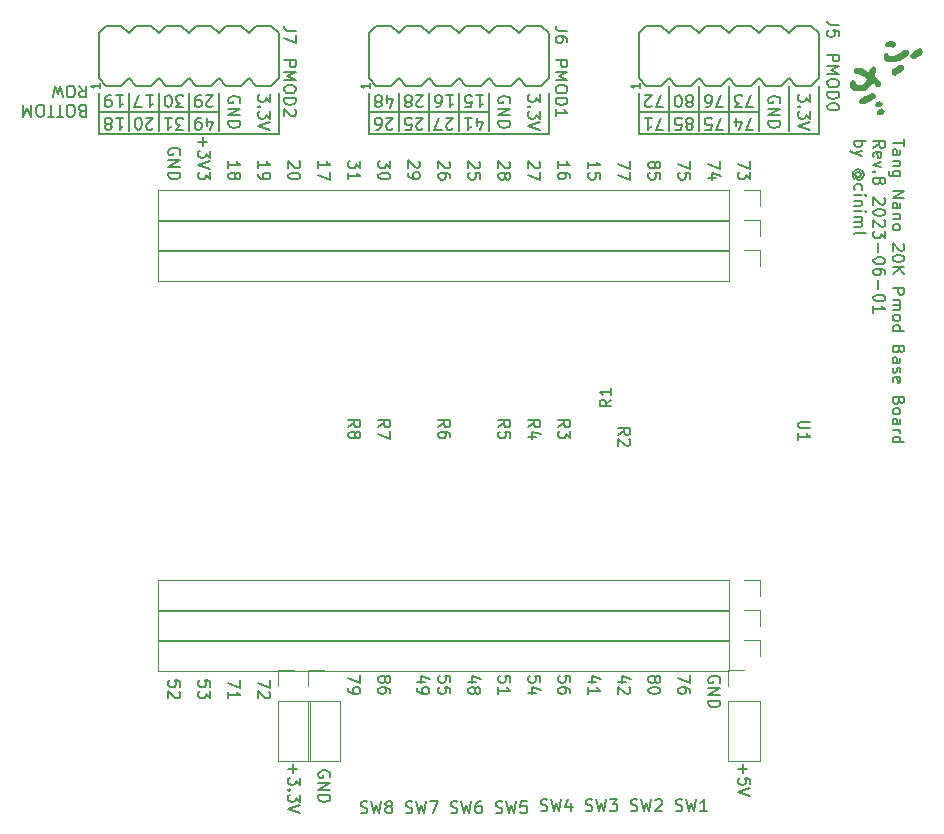
<source format=gto>
%TF.GenerationSoftware,KiCad,Pcbnew,7.0.1*%
%TF.CreationDate,2023-06-01T02:02:30+09:00*%
%TF.ProjectId,TangNano20K_PmodBase,54616e67-4e61-46e6-9f32-304b5f506d6f,rev?*%
%TF.SameCoordinates,Original*%
%TF.FileFunction,Legend,Top*%
%TF.FilePolarity,Positive*%
%FSLAX46Y46*%
G04 Gerber Fmt 4.6, Leading zero omitted, Abs format (unit mm)*
G04 Created by KiCad (PCBNEW 7.0.1) date 2023-06-01 02:02:30*
%MOMM*%
%LPD*%
G01*
G04 APERTURE LIST*
%ADD10C,0.150000*%
%ADD11C,0.120000*%
%ADD12C,0.010000*%
G04 APERTURE END LIST*
D10*
X123970000Y-46427500D02*
X123970000Y-42935000D01*
X96030000Y-46110000D02*
X96030000Y-42935000D01*
X146830000Y-46427500D02*
X146830000Y-42300000D01*
X131590000Y-46110000D02*
X131590000Y-42935000D01*
X144290000Y-46110000D02*
X144290000Y-42300000D01*
X116350000Y-46110000D02*
X116350000Y-42935000D01*
X139210000Y-46427500D02*
X139210000Y-42300000D01*
X93490000Y-46110000D02*
X93490000Y-42935000D01*
X146830000Y-46427500D02*
X131590000Y-46427500D01*
X111270000Y-46110000D02*
X111270000Y-42935000D01*
X113810000Y-46110000D02*
X113810000Y-42935000D01*
X131590000Y-44522500D02*
X141750000Y-44522500D01*
X134130000Y-46110000D02*
X134130000Y-42300000D01*
X101110000Y-46427500D02*
X101110000Y-42935000D01*
X108730000Y-44522500D02*
X118890000Y-44522500D01*
X136670000Y-46110000D02*
X136670000Y-42300000D01*
X108730000Y-42935000D02*
X108730000Y-46110000D01*
X108730000Y-46427500D02*
X123970000Y-46427500D01*
X141750000Y-46110000D02*
X141750000Y-42300000D01*
X85870000Y-46427500D02*
X85870000Y-42935000D01*
X88410000Y-46110000D02*
X88410000Y-42935000D01*
X85870000Y-46427500D02*
X101110000Y-46427500D01*
X90950000Y-46110000D02*
X90950000Y-42935000D01*
X85870000Y-44522500D02*
X96030000Y-44522500D01*
X118890000Y-46110000D02*
X118890000Y-42935000D01*
X131590000Y-46427500D02*
X131590000Y-46110000D01*
X108730000Y-46110000D02*
X108730000Y-46427500D01*
X117824047Y-92750666D02*
X117157380Y-92750666D01*
X118205000Y-92512571D02*
X117490714Y-92274476D01*
X117490714Y-92274476D02*
X117490714Y-92893523D01*
X117728809Y-93417333D02*
X117776428Y-93322095D01*
X117776428Y-93322095D02*
X117824047Y-93274476D01*
X117824047Y-93274476D02*
X117919285Y-93226857D01*
X117919285Y-93226857D02*
X117966904Y-93226857D01*
X117966904Y-93226857D02*
X118062142Y-93274476D01*
X118062142Y-93274476D02*
X118109761Y-93322095D01*
X118109761Y-93322095D02*
X118157380Y-93417333D01*
X118157380Y-93417333D02*
X118157380Y-93607809D01*
X118157380Y-93607809D02*
X118109761Y-93703047D01*
X118109761Y-93703047D02*
X118062142Y-93750666D01*
X118062142Y-93750666D02*
X117966904Y-93798285D01*
X117966904Y-93798285D02*
X117919285Y-93798285D01*
X117919285Y-93798285D02*
X117824047Y-93750666D01*
X117824047Y-93750666D02*
X117776428Y-93703047D01*
X117776428Y-93703047D02*
X117728809Y-93607809D01*
X117728809Y-93607809D02*
X117728809Y-93417333D01*
X117728809Y-93417333D02*
X117681190Y-93322095D01*
X117681190Y-93322095D02*
X117633571Y-93274476D01*
X117633571Y-93274476D02*
X117538333Y-93226857D01*
X117538333Y-93226857D02*
X117347857Y-93226857D01*
X117347857Y-93226857D02*
X117252619Y-93274476D01*
X117252619Y-93274476D02*
X117205000Y-93322095D01*
X117205000Y-93322095D02*
X117157380Y-93417333D01*
X117157380Y-93417333D02*
X117157380Y-93607809D01*
X117157380Y-93607809D02*
X117205000Y-93703047D01*
X117205000Y-93703047D02*
X117252619Y-93750666D01*
X117252619Y-93750666D02*
X117347857Y-93798285D01*
X117347857Y-93798285D02*
X117538333Y-93798285D01*
X117538333Y-93798285D02*
X117633571Y-93750666D01*
X117633571Y-93750666D02*
X117681190Y-93703047D01*
X117681190Y-93703047D02*
X117728809Y-93607809D01*
X87330476Y-43107380D02*
X87901904Y-43107380D01*
X87616190Y-43107380D02*
X87616190Y-44107380D01*
X87616190Y-44107380D02*
X87711428Y-43964523D01*
X87711428Y-43964523D02*
X87806666Y-43869285D01*
X87806666Y-43869285D02*
X87901904Y-43821666D01*
X86854285Y-43107380D02*
X86663809Y-43107380D01*
X86663809Y-43107380D02*
X86568571Y-43155000D01*
X86568571Y-43155000D02*
X86520952Y-43202619D01*
X86520952Y-43202619D02*
X86425714Y-43345476D01*
X86425714Y-43345476D02*
X86378095Y-43535952D01*
X86378095Y-43535952D02*
X86378095Y-43916904D01*
X86378095Y-43916904D02*
X86425714Y-44012142D01*
X86425714Y-44012142D02*
X86473333Y-44059761D01*
X86473333Y-44059761D02*
X86568571Y-44107380D01*
X86568571Y-44107380D02*
X86759047Y-44107380D01*
X86759047Y-44107380D02*
X86854285Y-44059761D01*
X86854285Y-44059761D02*
X86901904Y-44012142D01*
X86901904Y-44012142D02*
X86949523Y-43916904D01*
X86949523Y-43916904D02*
X86949523Y-43678809D01*
X86949523Y-43678809D02*
X86901904Y-43583571D01*
X86901904Y-43583571D02*
X86854285Y-43535952D01*
X86854285Y-43535952D02*
X86759047Y-43488333D01*
X86759047Y-43488333D02*
X86568571Y-43488333D01*
X86568571Y-43488333D02*
X86473333Y-43535952D01*
X86473333Y-43535952D02*
X86425714Y-43583571D01*
X86425714Y-43583571D02*
X86378095Y-43678809D01*
X100377380Y-43046310D02*
X100377380Y-43665357D01*
X100377380Y-43665357D02*
X99996428Y-43332024D01*
X99996428Y-43332024D02*
X99996428Y-43474881D01*
X99996428Y-43474881D02*
X99948809Y-43570119D01*
X99948809Y-43570119D02*
X99901190Y-43617738D01*
X99901190Y-43617738D02*
X99805952Y-43665357D01*
X99805952Y-43665357D02*
X99567857Y-43665357D01*
X99567857Y-43665357D02*
X99472619Y-43617738D01*
X99472619Y-43617738D02*
X99425000Y-43570119D01*
X99425000Y-43570119D02*
X99377380Y-43474881D01*
X99377380Y-43474881D02*
X99377380Y-43189167D01*
X99377380Y-43189167D02*
X99425000Y-43093929D01*
X99425000Y-43093929D02*
X99472619Y-43046310D01*
X99472619Y-44093929D02*
X99425000Y-44141548D01*
X99425000Y-44141548D02*
X99377380Y-44093929D01*
X99377380Y-44093929D02*
X99425000Y-44046310D01*
X99425000Y-44046310D02*
X99472619Y-44093929D01*
X99472619Y-44093929D02*
X99377380Y-44093929D01*
X100377380Y-44474881D02*
X100377380Y-45093928D01*
X100377380Y-45093928D02*
X99996428Y-44760595D01*
X99996428Y-44760595D02*
X99996428Y-44903452D01*
X99996428Y-44903452D02*
X99948809Y-44998690D01*
X99948809Y-44998690D02*
X99901190Y-45046309D01*
X99901190Y-45046309D02*
X99805952Y-45093928D01*
X99805952Y-45093928D02*
X99567857Y-45093928D01*
X99567857Y-45093928D02*
X99472619Y-45046309D01*
X99472619Y-45046309D02*
X99425000Y-44998690D01*
X99425000Y-44998690D02*
X99377380Y-44903452D01*
X99377380Y-44903452D02*
X99377380Y-44617738D01*
X99377380Y-44617738D02*
X99425000Y-44522500D01*
X99425000Y-44522500D02*
X99472619Y-44474881D01*
X100377380Y-45379643D02*
X99377380Y-45712976D01*
X99377380Y-45712976D02*
X100377380Y-46046309D01*
X125777380Y-92798285D02*
X125777380Y-92322095D01*
X125777380Y-92322095D02*
X125301190Y-92274476D01*
X125301190Y-92274476D02*
X125348809Y-92322095D01*
X125348809Y-92322095D02*
X125396428Y-92417333D01*
X125396428Y-92417333D02*
X125396428Y-92655428D01*
X125396428Y-92655428D02*
X125348809Y-92750666D01*
X125348809Y-92750666D02*
X125301190Y-92798285D01*
X125301190Y-92798285D02*
X125205952Y-92845904D01*
X125205952Y-92845904D02*
X124967857Y-92845904D01*
X124967857Y-92845904D02*
X124872619Y-92798285D01*
X124872619Y-92798285D02*
X124825000Y-92750666D01*
X124825000Y-92750666D02*
X124777380Y-92655428D01*
X124777380Y-92655428D02*
X124777380Y-92417333D01*
X124777380Y-92417333D02*
X124825000Y-92322095D01*
X124825000Y-92322095D02*
X124872619Y-92274476D01*
X125777380Y-93703047D02*
X125777380Y-93512571D01*
X125777380Y-93512571D02*
X125729761Y-93417333D01*
X125729761Y-93417333D02*
X125682142Y-93369714D01*
X125682142Y-93369714D02*
X125539285Y-93274476D01*
X125539285Y-93274476D02*
X125348809Y-93226857D01*
X125348809Y-93226857D02*
X124967857Y-93226857D01*
X124967857Y-93226857D02*
X124872619Y-93274476D01*
X124872619Y-93274476D02*
X124825000Y-93322095D01*
X124825000Y-93322095D02*
X124777380Y-93417333D01*
X124777380Y-93417333D02*
X124777380Y-93607809D01*
X124777380Y-93607809D02*
X124825000Y-93703047D01*
X124825000Y-93703047D02*
X124872619Y-93750666D01*
X124872619Y-93750666D02*
X124967857Y-93798285D01*
X124967857Y-93798285D02*
X125205952Y-93798285D01*
X125205952Y-93798285D02*
X125301190Y-93750666D01*
X125301190Y-93750666D02*
X125348809Y-93703047D01*
X125348809Y-93703047D02*
X125396428Y-93607809D01*
X125396428Y-93607809D02*
X125396428Y-93417333D01*
X125396428Y-93417333D02*
X125348809Y-93322095D01*
X125348809Y-93322095D02*
X125301190Y-93274476D01*
X125301190Y-93274476D02*
X125205952Y-93226857D01*
X141289523Y-44107380D02*
X140622857Y-44107380D01*
X140622857Y-44107380D02*
X141051428Y-43107380D01*
X140337142Y-44107380D02*
X139718095Y-44107380D01*
X139718095Y-44107380D02*
X140051428Y-43726428D01*
X140051428Y-43726428D02*
X139908571Y-43726428D01*
X139908571Y-43726428D02*
X139813333Y-43678809D01*
X139813333Y-43678809D02*
X139765714Y-43631190D01*
X139765714Y-43631190D02*
X139718095Y-43535952D01*
X139718095Y-43535952D02*
X139718095Y-43297857D01*
X139718095Y-43297857D02*
X139765714Y-43202619D01*
X139765714Y-43202619D02*
X139813333Y-43155000D01*
X139813333Y-43155000D02*
X139908571Y-43107380D01*
X139908571Y-43107380D02*
X140194285Y-43107380D01*
X140194285Y-43107380D02*
X140289523Y-43155000D01*
X140289523Y-43155000D02*
X140337142Y-43202619D01*
X95045714Y-45679047D02*
X95045714Y-45012380D01*
X95283809Y-46060000D02*
X95521904Y-45345714D01*
X95521904Y-45345714D02*
X94902857Y-45345714D01*
X94474285Y-45012380D02*
X94283809Y-45012380D01*
X94283809Y-45012380D02*
X94188571Y-45060000D01*
X94188571Y-45060000D02*
X94140952Y-45107619D01*
X94140952Y-45107619D02*
X94045714Y-45250476D01*
X94045714Y-45250476D02*
X93998095Y-45440952D01*
X93998095Y-45440952D02*
X93998095Y-45821904D01*
X93998095Y-45821904D02*
X94045714Y-45917142D01*
X94045714Y-45917142D02*
X94093333Y-45964761D01*
X94093333Y-45964761D02*
X94188571Y-46012380D01*
X94188571Y-46012380D02*
X94379047Y-46012380D01*
X94379047Y-46012380D02*
X94474285Y-45964761D01*
X94474285Y-45964761D02*
X94521904Y-45917142D01*
X94521904Y-45917142D02*
X94569523Y-45821904D01*
X94569523Y-45821904D02*
X94569523Y-45583809D01*
X94569523Y-45583809D02*
X94521904Y-45488571D01*
X94521904Y-45488571D02*
X94474285Y-45440952D01*
X94474285Y-45440952D02*
X94379047Y-45393333D01*
X94379047Y-45393333D02*
X94188571Y-45393333D01*
X94188571Y-45393333D02*
X94093333Y-45440952D01*
X94093333Y-45440952D02*
X94045714Y-45488571D01*
X94045714Y-45488571D02*
X93998095Y-45583809D01*
X90441904Y-45917142D02*
X90394285Y-45964761D01*
X90394285Y-45964761D02*
X90299047Y-46012380D01*
X90299047Y-46012380D02*
X90060952Y-46012380D01*
X90060952Y-46012380D02*
X89965714Y-45964761D01*
X89965714Y-45964761D02*
X89918095Y-45917142D01*
X89918095Y-45917142D02*
X89870476Y-45821904D01*
X89870476Y-45821904D02*
X89870476Y-45726666D01*
X89870476Y-45726666D02*
X89918095Y-45583809D01*
X89918095Y-45583809D02*
X90489523Y-45012380D01*
X90489523Y-45012380D02*
X89870476Y-45012380D01*
X89251428Y-46012380D02*
X89156190Y-46012380D01*
X89156190Y-46012380D02*
X89060952Y-45964761D01*
X89060952Y-45964761D02*
X89013333Y-45917142D01*
X89013333Y-45917142D02*
X88965714Y-45821904D01*
X88965714Y-45821904D02*
X88918095Y-45631428D01*
X88918095Y-45631428D02*
X88918095Y-45393333D01*
X88918095Y-45393333D02*
X88965714Y-45202857D01*
X88965714Y-45202857D02*
X89013333Y-45107619D01*
X89013333Y-45107619D02*
X89060952Y-45060000D01*
X89060952Y-45060000D02*
X89156190Y-45012380D01*
X89156190Y-45012380D02*
X89251428Y-45012380D01*
X89251428Y-45012380D02*
X89346666Y-45060000D01*
X89346666Y-45060000D02*
X89394285Y-45107619D01*
X89394285Y-45107619D02*
X89441904Y-45202857D01*
X89441904Y-45202857D02*
X89489523Y-45393333D01*
X89489523Y-45393333D02*
X89489523Y-45631428D01*
X89489523Y-45631428D02*
X89441904Y-45821904D01*
X89441904Y-45821904D02*
X89394285Y-45917142D01*
X89394285Y-45917142D02*
X89346666Y-45964761D01*
X89346666Y-45964761D02*
X89251428Y-46012380D01*
X100377380Y-92607857D02*
X100377380Y-93274523D01*
X100377380Y-93274523D02*
X99377380Y-92845952D01*
X100282142Y-93607857D02*
X100329761Y-93655476D01*
X100329761Y-93655476D02*
X100377380Y-93750714D01*
X100377380Y-93750714D02*
X100377380Y-93988809D01*
X100377380Y-93988809D02*
X100329761Y-94084047D01*
X100329761Y-94084047D02*
X100282142Y-94131666D01*
X100282142Y-94131666D02*
X100186904Y-94179285D01*
X100186904Y-94179285D02*
X100091666Y-94179285D01*
X100091666Y-94179285D02*
X99948809Y-94131666D01*
X99948809Y-94131666D02*
X99377380Y-93560238D01*
X99377380Y-93560238D02*
X99377380Y-94179285D01*
X147537380Y-39666667D02*
X148537380Y-39666667D01*
X148537380Y-39666667D02*
X148537380Y-40047619D01*
X148537380Y-40047619D02*
X148489761Y-40142857D01*
X148489761Y-40142857D02*
X148442142Y-40190476D01*
X148442142Y-40190476D02*
X148346904Y-40238095D01*
X148346904Y-40238095D02*
X148204047Y-40238095D01*
X148204047Y-40238095D02*
X148108809Y-40190476D01*
X148108809Y-40190476D02*
X148061190Y-40142857D01*
X148061190Y-40142857D02*
X148013571Y-40047619D01*
X148013571Y-40047619D02*
X148013571Y-39666667D01*
X147537380Y-40666667D02*
X148537380Y-40666667D01*
X148537380Y-40666667D02*
X147823095Y-41000000D01*
X147823095Y-41000000D02*
X148537380Y-41333333D01*
X148537380Y-41333333D02*
X147537380Y-41333333D01*
X148537380Y-42000000D02*
X148537380Y-42190476D01*
X148537380Y-42190476D02*
X148489761Y-42285714D01*
X148489761Y-42285714D02*
X148394523Y-42380952D01*
X148394523Y-42380952D02*
X148204047Y-42428571D01*
X148204047Y-42428571D02*
X147870714Y-42428571D01*
X147870714Y-42428571D02*
X147680238Y-42380952D01*
X147680238Y-42380952D02*
X147585000Y-42285714D01*
X147585000Y-42285714D02*
X147537380Y-42190476D01*
X147537380Y-42190476D02*
X147537380Y-42000000D01*
X147537380Y-42000000D02*
X147585000Y-41904762D01*
X147585000Y-41904762D02*
X147680238Y-41809524D01*
X147680238Y-41809524D02*
X147870714Y-41761905D01*
X147870714Y-41761905D02*
X148204047Y-41761905D01*
X148204047Y-41761905D02*
X148394523Y-41809524D01*
X148394523Y-41809524D02*
X148489761Y-41904762D01*
X148489761Y-41904762D02*
X148537380Y-42000000D01*
X147537380Y-42857143D02*
X148537380Y-42857143D01*
X148537380Y-42857143D02*
X148537380Y-43095238D01*
X148537380Y-43095238D02*
X148489761Y-43238095D01*
X148489761Y-43238095D02*
X148394523Y-43333333D01*
X148394523Y-43333333D02*
X148299285Y-43380952D01*
X148299285Y-43380952D02*
X148108809Y-43428571D01*
X148108809Y-43428571D02*
X147965952Y-43428571D01*
X147965952Y-43428571D02*
X147775476Y-43380952D01*
X147775476Y-43380952D02*
X147680238Y-43333333D01*
X147680238Y-43333333D02*
X147585000Y-43238095D01*
X147585000Y-43238095D02*
X147537380Y-43095238D01*
X147537380Y-43095238D02*
X147537380Y-42857143D01*
X148537380Y-44047619D02*
X148537380Y-44142857D01*
X148537380Y-44142857D02*
X148489761Y-44238095D01*
X148489761Y-44238095D02*
X148442142Y-44285714D01*
X148442142Y-44285714D02*
X148346904Y-44333333D01*
X148346904Y-44333333D02*
X148156428Y-44380952D01*
X148156428Y-44380952D02*
X147918333Y-44380952D01*
X147918333Y-44380952D02*
X147727857Y-44333333D01*
X147727857Y-44333333D02*
X147632619Y-44285714D01*
X147632619Y-44285714D02*
X147585000Y-44238095D01*
X147585000Y-44238095D02*
X147537380Y-44142857D01*
X147537380Y-44142857D02*
X147537380Y-44047619D01*
X147537380Y-44047619D02*
X147585000Y-43952381D01*
X147585000Y-43952381D02*
X147632619Y-43904762D01*
X147632619Y-43904762D02*
X147727857Y-43857143D01*
X147727857Y-43857143D02*
X147918333Y-43809524D01*
X147918333Y-43809524D02*
X148156428Y-43809524D01*
X148156428Y-43809524D02*
X148346904Y-43857143D01*
X148346904Y-43857143D02*
X148442142Y-43904762D01*
X148442142Y-43904762D02*
X148489761Y-43952381D01*
X148489761Y-43952381D02*
X148537380Y-44047619D01*
X141289523Y-46012380D02*
X140622857Y-46012380D01*
X140622857Y-46012380D02*
X141051428Y-45012380D01*
X139813333Y-45679047D02*
X139813333Y-45012380D01*
X140051428Y-46060000D02*
X140289523Y-45345714D01*
X140289523Y-45345714D02*
X139670476Y-45345714D01*
X132968809Y-48915995D02*
X133016428Y-48820757D01*
X133016428Y-48820757D02*
X133064047Y-48773138D01*
X133064047Y-48773138D02*
X133159285Y-48725519D01*
X133159285Y-48725519D02*
X133206904Y-48725519D01*
X133206904Y-48725519D02*
X133302142Y-48773138D01*
X133302142Y-48773138D02*
X133349761Y-48820757D01*
X133349761Y-48820757D02*
X133397380Y-48915995D01*
X133397380Y-48915995D02*
X133397380Y-49106471D01*
X133397380Y-49106471D02*
X133349761Y-49201709D01*
X133349761Y-49201709D02*
X133302142Y-49249328D01*
X133302142Y-49249328D02*
X133206904Y-49296947D01*
X133206904Y-49296947D02*
X133159285Y-49296947D01*
X133159285Y-49296947D02*
X133064047Y-49249328D01*
X133064047Y-49249328D02*
X133016428Y-49201709D01*
X133016428Y-49201709D02*
X132968809Y-49106471D01*
X132968809Y-49106471D02*
X132968809Y-48915995D01*
X132968809Y-48915995D02*
X132921190Y-48820757D01*
X132921190Y-48820757D02*
X132873571Y-48773138D01*
X132873571Y-48773138D02*
X132778333Y-48725519D01*
X132778333Y-48725519D02*
X132587857Y-48725519D01*
X132587857Y-48725519D02*
X132492619Y-48773138D01*
X132492619Y-48773138D02*
X132445000Y-48820757D01*
X132445000Y-48820757D02*
X132397380Y-48915995D01*
X132397380Y-48915995D02*
X132397380Y-49106471D01*
X132397380Y-49106471D02*
X132445000Y-49201709D01*
X132445000Y-49201709D02*
X132492619Y-49249328D01*
X132492619Y-49249328D02*
X132587857Y-49296947D01*
X132587857Y-49296947D02*
X132778333Y-49296947D01*
X132778333Y-49296947D02*
X132873571Y-49249328D01*
X132873571Y-49249328D02*
X132921190Y-49201709D01*
X132921190Y-49201709D02*
X132968809Y-49106471D01*
X133397380Y-50201709D02*
X133397380Y-49725519D01*
X133397380Y-49725519D02*
X132921190Y-49677900D01*
X132921190Y-49677900D02*
X132968809Y-49725519D01*
X132968809Y-49725519D02*
X133016428Y-49820757D01*
X133016428Y-49820757D02*
X133016428Y-50058852D01*
X133016428Y-50058852D02*
X132968809Y-50154090D01*
X132968809Y-50154090D02*
X132921190Y-50201709D01*
X132921190Y-50201709D02*
X132825952Y-50249328D01*
X132825952Y-50249328D02*
X132587857Y-50249328D01*
X132587857Y-50249328D02*
X132492619Y-50201709D01*
X132492619Y-50201709D02*
X132445000Y-50154090D01*
X132445000Y-50154090D02*
X132397380Y-50058852D01*
X132397380Y-50058852D02*
X132397380Y-49820757D01*
X132397380Y-49820757D02*
X132445000Y-49725519D01*
X132445000Y-49725519D02*
X132492619Y-49677900D01*
X138749523Y-44107380D02*
X138082857Y-44107380D01*
X138082857Y-44107380D02*
X138511428Y-43107380D01*
X137273333Y-44107380D02*
X137463809Y-44107380D01*
X137463809Y-44107380D02*
X137559047Y-44059761D01*
X137559047Y-44059761D02*
X137606666Y-44012142D01*
X137606666Y-44012142D02*
X137701904Y-43869285D01*
X137701904Y-43869285D02*
X137749523Y-43678809D01*
X137749523Y-43678809D02*
X137749523Y-43297857D01*
X137749523Y-43297857D02*
X137701904Y-43202619D01*
X137701904Y-43202619D02*
X137654285Y-43155000D01*
X137654285Y-43155000D02*
X137559047Y-43107380D01*
X137559047Y-43107380D02*
X137368571Y-43107380D01*
X137368571Y-43107380D02*
X137273333Y-43155000D01*
X137273333Y-43155000D02*
X137225714Y-43202619D01*
X137225714Y-43202619D02*
X137178095Y-43297857D01*
X137178095Y-43297857D02*
X137178095Y-43535952D01*
X137178095Y-43535952D02*
X137225714Y-43631190D01*
X137225714Y-43631190D02*
X137273333Y-43678809D01*
X137273333Y-43678809D02*
X137368571Y-43726428D01*
X137368571Y-43726428D02*
X137559047Y-43726428D01*
X137559047Y-43726428D02*
X137654285Y-43678809D01*
X137654285Y-43678809D02*
X137701904Y-43631190D01*
X137701904Y-43631190D02*
X137749523Y-43535952D01*
X127317380Y-49296947D02*
X127317380Y-48725519D01*
X127317380Y-49011233D02*
X128317380Y-49011233D01*
X128317380Y-49011233D02*
X128174523Y-48915995D01*
X128174523Y-48915995D02*
X128079285Y-48820757D01*
X128079285Y-48820757D02*
X128031666Y-48725519D01*
X128317380Y-50201709D02*
X128317380Y-49725519D01*
X128317380Y-49725519D02*
X127841190Y-49677900D01*
X127841190Y-49677900D02*
X127888809Y-49725519D01*
X127888809Y-49725519D02*
X127936428Y-49820757D01*
X127936428Y-49820757D02*
X127936428Y-50058852D01*
X127936428Y-50058852D02*
X127888809Y-50154090D01*
X127888809Y-50154090D02*
X127841190Y-50201709D01*
X127841190Y-50201709D02*
X127745952Y-50249328D01*
X127745952Y-50249328D02*
X127507857Y-50249328D01*
X127507857Y-50249328D02*
X127412619Y-50201709D01*
X127412619Y-50201709D02*
X127365000Y-50154090D01*
X127365000Y-50154090D02*
X127317380Y-50058852D01*
X127317380Y-50058852D02*
X127317380Y-49820757D01*
X127317380Y-49820757D02*
X127365000Y-49725519D01*
X127365000Y-49725519D02*
X127412619Y-49677900D01*
X140398333Y-99748095D02*
X140398333Y-100510000D01*
X140017380Y-100129047D02*
X140779285Y-100129047D01*
X141017380Y-101462380D02*
X141017380Y-100986190D01*
X141017380Y-100986190D02*
X140541190Y-100938571D01*
X140541190Y-100938571D02*
X140588809Y-100986190D01*
X140588809Y-100986190D02*
X140636428Y-101081428D01*
X140636428Y-101081428D02*
X140636428Y-101319523D01*
X140636428Y-101319523D02*
X140588809Y-101414761D01*
X140588809Y-101414761D02*
X140541190Y-101462380D01*
X140541190Y-101462380D02*
X140445952Y-101509999D01*
X140445952Y-101509999D02*
X140207857Y-101509999D01*
X140207857Y-101509999D02*
X140112619Y-101462380D01*
X140112619Y-101462380D02*
X140065000Y-101414761D01*
X140065000Y-101414761D02*
X140017380Y-101319523D01*
X140017380Y-101319523D02*
X140017380Y-101081428D01*
X140017380Y-101081428D02*
X140065000Y-100986190D01*
X140065000Y-100986190D02*
X140112619Y-100938571D01*
X141017380Y-101795714D02*
X140017380Y-102129047D01*
X140017380Y-102129047D02*
X141017380Y-102462380D01*
X115270476Y-43107380D02*
X115841904Y-43107380D01*
X115556190Y-43107380D02*
X115556190Y-44107380D01*
X115556190Y-44107380D02*
X115651428Y-43964523D01*
X115651428Y-43964523D02*
X115746666Y-43869285D01*
X115746666Y-43869285D02*
X115841904Y-43821666D01*
X114413333Y-44107380D02*
X114603809Y-44107380D01*
X114603809Y-44107380D02*
X114699047Y-44059761D01*
X114699047Y-44059761D02*
X114746666Y-44012142D01*
X114746666Y-44012142D02*
X114841904Y-43869285D01*
X114841904Y-43869285D02*
X114889523Y-43678809D01*
X114889523Y-43678809D02*
X114889523Y-43297857D01*
X114889523Y-43297857D02*
X114841904Y-43202619D01*
X114841904Y-43202619D02*
X114794285Y-43155000D01*
X114794285Y-43155000D02*
X114699047Y-43107380D01*
X114699047Y-43107380D02*
X114508571Y-43107380D01*
X114508571Y-43107380D02*
X114413333Y-43155000D01*
X114413333Y-43155000D02*
X114365714Y-43202619D01*
X114365714Y-43202619D02*
X114318095Y-43297857D01*
X114318095Y-43297857D02*
X114318095Y-43535952D01*
X114318095Y-43535952D02*
X114365714Y-43631190D01*
X114365714Y-43631190D02*
X114413333Y-43678809D01*
X114413333Y-43678809D02*
X114508571Y-43726428D01*
X114508571Y-43726428D02*
X114699047Y-43726428D01*
X114699047Y-43726428D02*
X114794285Y-43678809D01*
X114794285Y-43678809D02*
X114841904Y-43631190D01*
X114841904Y-43631190D02*
X114889523Y-43535952D01*
X107997380Y-92226857D02*
X107997380Y-92893523D01*
X107997380Y-92893523D02*
X106997380Y-92464952D01*
X106997380Y-93322095D02*
X106997380Y-93512571D01*
X106997380Y-93512571D02*
X107045000Y-93607809D01*
X107045000Y-93607809D02*
X107092619Y-93655428D01*
X107092619Y-93655428D02*
X107235476Y-93750666D01*
X107235476Y-93750666D02*
X107425952Y-93798285D01*
X107425952Y-93798285D02*
X107806904Y-93798285D01*
X107806904Y-93798285D02*
X107902142Y-93750666D01*
X107902142Y-93750666D02*
X107949761Y-93703047D01*
X107949761Y-93703047D02*
X107997380Y-93607809D01*
X107997380Y-93607809D02*
X107997380Y-93417333D01*
X107997380Y-93417333D02*
X107949761Y-93322095D01*
X107949761Y-93322095D02*
X107902142Y-93274476D01*
X107902142Y-93274476D02*
X107806904Y-93226857D01*
X107806904Y-93226857D02*
X107568809Y-93226857D01*
X107568809Y-93226857D02*
X107473571Y-93274476D01*
X107473571Y-93274476D02*
X107425952Y-93322095D01*
X107425952Y-93322095D02*
X107378333Y-93417333D01*
X107378333Y-93417333D02*
X107378333Y-93607809D01*
X107378333Y-93607809D02*
X107425952Y-93703047D01*
X107425952Y-93703047D02*
X107473571Y-93750666D01*
X107473571Y-93750666D02*
X107568809Y-93798285D01*
X118062142Y-48725519D02*
X118109761Y-48773138D01*
X118109761Y-48773138D02*
X118157380Y-48868376D01*
X118157380Y-48868376D02*
X118157380Y-49106471D01*
X118157380Y-49106471D02*
X118109761Y-49201709D01*
X118109761Y-49201709D02*
X118062142Y-49249328D01*
X118062142Y-49249328D02*
X117966904Y-49296947D01*
X117966904Y-49296947D02*
X117871666Y-49296947D01*
X117871666Y-49296947D02*
X117728809Y-49249328D01*
X117728809Y-49249328D02*
X117157380Y-48677900D01*
X117157380Y-48677900D02*
X117157380Y-49296947D01*
X118157380Y-50201709D02*
X118157380Y-49725519D01*
X118157380Y-49725519D02*
X117681190Y-49677900D01*
X117681190Y-49677900D02*
X117728809Y-49725519D01*
X117728809Y-49725519D02*
X117776428Y-49820757D01*
X117776428Y-49820757D02*
X117776428Y-50058852D01*
X117776428Y-50058852D02*
X117728809Y-50154090D01*
X117728809Y-50154090D02*
X117681190Y-50201709D01*
X117681190Y-50201709D02*
X117585952Y-50249328D01*
X117585952Y-50249328D02*
X117347857Y-50249328D01*
X117347857Y-50249328D02*
X117252619Y-50201709D01*
X117252619Y-50201709D02*
X117205000Y-50154090D01*
X117205000Y-50154090D02*
X117157380Y-50058852D01*
X117157380Y-50058852D02*
X117157380Y-49820757D01*
X117157380Y-49820757D02*
X117205000Y-49725519D01*
X117205000Y-49725519D02*
X117252619Y-49677900D01*
X135937380Y-92226857D02*
X135937380Y-92893523D01*
X135937380Y-92893523D02*
X134937380Y-92464952D01*
X135937380Y-93703047D02*
X135937380Y-93512571D01*
X135937380Y-93512571D02*
X135889761Y-93417333D01*
X135889761Y-93417333D02*
X135842142Y-93369714D01*
X135842142Y-93369714D02*
X135699285Y-93274476D01*
X135699285Y-93274476D02*
X135508809Y-93226857D01*
X135508809Y-93226857D02*
X135127857Y-93226857D01*
X135127857Y-93226857D02*
X135032619Y-93274476D01*
X135032619Y-93274476D02*
X134985000Y-93322095D01*
X134985000Y-93322095D02*
X134937380Y-93417333D01*
X134937380Y-93417333D02*
X134937380Y-93607809D01*
X134937380Y-93607809D02*
X134985000Y-93703047D01*
X134985000Y-93703047D02*
X135032619Y-93750666D01*
X135032619Y-93750666D02*
X135127857Y-93798285D01*
X135127857Y-93798285D02*
X135365952Y-93798285D01*
X135365952Y-93798285D02*
X135461190Y-93750666D01*
X135461190Y-93750666D02*
X135508809Y-93703047D01*
X135508809Y-93703047D02*
X135556428Y-93607809D01*
X135556428Y-93607809D02*
X135556428Y-93417333D01*
X135556428Y-93417333D02*
X135508809Y-93322095D01*
X135508809Y-93322095D02*
X135461190Y-93274476D01*
X135461190Y-93274476D02*
X135365952Y-93226857D01*
X92757380Y-93179285D02*
X92757380Y-92703095D01*
X92757380Y-92703095D02*
X92281190Y-92655476D01*
X92281190Y-92655476D02*
X92328809Y-92703095D01*
X92328809Y-92703095D02*
X92376428Y-92798333D01*
X92376428Y-92798333D02*
X92376428Y-93036428D01*
X92376428Y-93036428D02*
X92328809Y-93131666D01*
X92328809Y-93131666D02*
X92281190Y-93179285D01*
X92281190Y-93179285D02*
X92185952Y-93226904D01*
X92185952Y-93226904D02*
X91947857Y-93226904D01*
X91947857Y-93226904D02*
X91852619Y-93179285D01*
X91852619Y-93179285D02*
X91805000Y-93131666D01*
X91805000Y-93131666D02*
X91757380Y-93036428D01*
X91757380Y-93036428D02*
X91757380Y-92798333D01*
X91757380Y-92798333D02*
X91805000Y-92703095D01*
X91805000Y-92703095D02*
X91852619Y-92655476D01*
X92662142Y-93607857D02*
X92709761Y-93655476D01*
X92709761Y-93655476D02*
X92757380Y-93750714D01*
X92757380Y-93750714D02*
X92757380Y-93988809D01*
X92757380Y-93988809D02*
X92709761Y-94084047D01*
X92709761Y-94084047D02*
X92662142Y-94131666D01*
X92662142Y-94131666D02*
X92566904Y-94179285D01*
X92566904Y-94179285D02*
X92471666Y-94179285D01*
X92471666Y-94179285D02*
X92328809Y-94131666D01*
X92328809Y-94131666D02*
X91757380Y-93560238D01*
X91757380Y-93560238D02*
X91757380Y-94179285D01*
X146097380Y-43046310D02*
X146097380Y-43665357D01*
X146097380Y-43665357D02*
X145716428Y-43332024D01*
X145716428Y-43332024D02*
X145716428Y-43474881D01*
X145716428Y-43474881D02*
X145668809Y-43570119D01*
X145668809Y-43570119D02*
X145621190Y-43617738D01*
X145621190Y-43617738D02*
X145525952Y-43665357D01*
X145525952Y-43665357D02*
X145287857Y-43665357D01*
X145287857Y-43665357D02*
X145192619Y-43617738D01*
X145192619Y-43617738D02*
X145145000Y-43570119D01*
X145145000Y-43570119D02*
X145097380Y-43474881D01*
X145097380Y-43474881D02*
X145097380Y-43189167D01*
X145097380Y-43189167D02*
X145145000Y-43093929D01*
X145145000Y-43093929D02*
X145192619Y-43046310D01*
X145192619Y-44093929D02*
X145145000Y-44141548D01*
X145145000Y-44141548D02*
X145097380Y-44093929D01*
X145097380Y-44093929D02*
X145145000Y-44046310D01*
X145145000Y-44046310D02*
X145192619Y-44093929D01*
X145192619Y-44093929D02*
X145097380Y-44093929D01*
X146097380Y-44474881D02*
X146097380Y-45093928D01*
X146097380Y-45093928D02*
X145716428Y-44760595D01*
X145716428Y-44760595D02*
X145716428Y-44903452D01*
X145716428Y-44903452D02*
X145668809Y-44998690D01*
X145668809Y-44998690D02*
X145621190Y-45046309D01*
X145621190Y-45046309D02*
X145525952Y-45093928D01*
X145525952Y-45093928D02*
X145287857Y-45093928D01*
X145287857Y-45093928D02*
X145192619Y-45046309D01*
X145192619Y-45046309D02*
X145145000Y-44998690D01*
X145145000Y-44998690D02*
X145097380Y-44903452D01*
X145097380Y-44903452D02*
X145097380Y-44617738D01*
X145097380Y-44617738D02*
X145145000Y-44522500D01*
X145145000Y-44522500D02*
X145192619Y-44474881D01*
X146097380Y-45379643D02*
X145097380Y-45712976D01*
X145097380Y-45712976D02*
X146097380Y-46046309D01*
X143509761Y-43760595D02*
X143557380Y-43665357D01*
X143557380Y-43665357D02*
X143557380Y-43522500D01*
X143557380Y-43522500D02*
X143509761Y-43379643D01*
X143509761Y-43379643D02*
X143414523Y-43284405D01*
X143414523Y-43284405D02*
X143319285Y-43236786D01*
X143319285Y-43236786D02*
X143128809Y-43189167D01*
X143128809Y-43189167D02*
X142985952Y-43189167D01*
X142985952Y-43189167D02*
X142795476Y-43236786D01*
X142795476Y-43236786D02*
X142700238Y-43284405D01*
X142700238Y-43284405D02*
X142605000Y-43379643D01*
X142605000Y-43379643D02*
X142557380Y-43522500D01*
X142557380Y-43522500D02*
X142557380Y-43617738D01*
X142557380Y-43617738D02*
X142605000Y-43760595D01*
X142605000Y-43760595D02*
X142652619Y-43808214D01*
X142652619Y-43808214D02*
X142985952Y-43808214D01*
X142985952Y-43808214D02*
X142985952Y-43617738D01*
X142557380Y-44236786D02*
X143557380Y-44236786D01*
X143557380Y-44236786D02*
X142557380Y-44808214D01*
X142557380Y-44808214D02*
X143557380Y-44808214D01*
X142557380Y-45284405D02*
X143557380Y-45284405D01*
X143557380Y-45284405D02*
X143557380Y-45522500D01*
X143557380Y-45522500D02*
X143509761Y-45665357D01*
X143509761Y-45665357D02*
X143414523Y-45760595D01*
X143414523Y-45760595D02*
X143319285Y-45808214D01*
X143319285Y-45808214D02*
X143128809Y-45855833D01*
X143128809Y-45855833D02*
X142985952Y-45855833D01*
X142985952Y-45855833D02*
X142795476Y-45808214D01*
X142795476Y-45808214D02*
X142700238Y-45760595D01*
X142700238Y-45760595D02*
X142605000Y-45665357D01*
X142605000Y-45665357D02*
X142557380Y-45522500D01*
X142557380Y-45522500D02*
X142557380Y-45284405D01*
X93029523Y-46012380D02*
X92410476Y-46012380D01*
X92410476Y-46012380D02*
X92743809Y-45631428D01*
X92743809Y-45631428D02*
X92600952Y-45631428D01*
X92600952Y-45631428D02*
X92505714Y-45583809D01*
X92505714Y-45583809D02*
X92458095Y-45536190D01*
X92458095Y-45536190D02*
X92410476Y-45440952D01*
X92410476Y-45440952D02*
X92410476Y-45202857D01*
X92410476Y-45202857D02*
X92458095Y-45107619D01*
X92458095Y-45107619D02*
X92505714Y-45060000D01*
X92505714Y-45060000D02*
X92600952Y-45012380D01*
X92600952Y-45012380D02*
X92886666Y-45012380D01*
X92886666Y-45012380D02*
X92981904Y-45060000D01*
X92981904Y-45060000D02*
X93029523Y-45107619D01*
X91458095Y-45012380D02*
X92029523Y-45012380D01*
X91743809Y-45012380D02*
X91743809Y-46012380D01*
X91743809Y-46012380D02*
X91839047Y-45869523D01*
X91839047Y-45869523D02*
X91934285Y-45774285D01*
X91934285Y-45774285D02*
X92029523Y-45726666D01*
X102298333Y-99748095D02*
X102298333Y-100510000D01*
X101917380Y-100129047D02*
X102679285Y-100129047D01*
X102917380Y-100890952D02*
X102917380Y-101509999D01*
X102917380Y-101509999D02*
X102536428Y-101176666D01*
X102536428Y-101176666D02*
X102536428Y-101319523D01*
X102536428Y-101319523D02*
X102488809Y-101414761D01*
X102488809Y-101414761D02*
X102441190Y-101462380D01*
X102441190Y-101462380D02*
X102345952Y-101509999D01*
X102345952Y-101509999D02*
X102107857Y-101509999D01*
X102107857Y-101509999D02*
X102012619Y-101462380D01*
X102012619Y-101462380D02*
X101965000Y-101414761D01*
X101965000Y-101414761D02*
X101917380Y-101319523D01*
X101917380Y-101319523D02*
X101917380Y-101033809D01*
X101917380Y-101033809D02*
X101965000Y-100938571D01*
X101965000Y-100938571D02*
X102012619Y-100890952D01*
X102012619Y-101938571D02*
X101965000Y-101986190D01*
X101965000Y-101986190D02*
X101917380Y-101938571D01*
X101917380Y-101938571D02*
X101965000Y-101890952D01*
X101965000Y-101890952D02*
X102012619Y-101938571D01*
X102012619Y-101938571D02*
X101917380Y-101938571D01*
X102917380Y-102319523D02*
X102917380Y-102938570D01*
X102917380Y-102938570D02*
X102536428Y-102605237D01*
X102536428Y-102605237D02*
X102536428Y-102748094D01*
X102536428Y-102748094D02*
X102488809Y-102843332D01*
X102488809Y-102843332D02*
X102441190Y-102890951D01*
X102441190Y-102890951D02*
X102345952Y-102938570D01*
X102345952Y-102938570D02*
X102107857Y-102938570D01*
X102107857Y-102938570D02*
X102012619Y-102890951D01*
X102012619Y-102890951D02*
X101965000Y-102843332D01*
X101965000Y-102843332D02*
X101917380Y-102748094D01*
X101917380Y-102748094D02*
X101917380Y-102462380D01*
X101917380Y-102462380D02*
X101965000Y-102367142D01*
X101965000Y-102367142D02*
X102012619Y-102319523D01*
X102917380Y-103224285D02*
X101917380Y-103557618D01*
X101917380Y-103557618D02*
X102917380Y-103890951D01*
X110537139Y-48666095D02*
X110537139Y-49285142D01*
X110537139Y-49285142D02*
X110156187Y-48951809D01*
X110156187Y-48951809D02*
X110156187Y-49094666D01*
X110156187Y-49094666D02*
X110108568Y-49189904D01*
X110108568Y-49189904D02*
X110060949Y-49237523D01*
X110060949Y-49237523D02*
X109965711Y-49285142D01*
X109965711Y-49285142D02*
X109727616Y-49285142D01*
X109727616Y-49285142D02*
X109632378Y-49237523D01*
X109632378Y-49237523D02*
X109584759Y-49189904D01*
X109584759Y-49189904D02*
X109537139Y-49094666D01*
X109537139Y-49094666D02*
X109537139Y-48808952D01*
X109537139Y-48808952D02*
X109584759Y-48713714D01*
X109584759Y-48713714D02*
X109632378Y-48666095D01*
X110537139Y-49904190D02*
X110537139Y-49999428D01*
X110537139Y-49999428D02*
X110489520Y-50094666D01*
X110489520Y-50094666D02*
X110441901Y-50142285D01*
X110441901Y-50142285D02*
X110346663Y-50189904D01*
X110346663Y-50189904D02*
X110156187Y-50237523D01*
X110156187Y-50237523D02*
X109918092Y-50237523D01*
X109918092Y-50237523D02*
X109727616Y-50189904D01*
X109727616Y-50189904D02*
X109632378Y-50142285D01*
X109632378Y-50142285D02*
X109584759Y-50094666D01*
X109584759Y-50094666D02*
X109537139Y-49999428D01*
X109537139Y-49999428D02*
X109537139Y-49904190D01*
X109537139Y-49904190D02*
X109584759Y-49808952D01*
X109584759Y-49808952D02*
X109632378Y-49761333D01*
X109632378Y-49761333D02*
X109727616Y-49713714D01*
X109727616Y-49713714D02*
X109918092Y-49666095D01*
X109918092Y-49666095D02*
X110156187Y-49666095D01*
X110156187Y-49666095D02*
X110346663Y-49713714D01*
X110346663Y-49713714D02*
X110441901Y-49761333D01*
X110441901Y-49761333D02*
X110489520Y-49808952D01*
X110489520Y-49808952D02*
X110537139Y-49904190D01*
X110108809Y-92464952D02*
X110156428Y-92369714D01*
X110156428Y-92369714D02*
X110204047Y-92322095D01*
X110204047Y-92322095D02*
X110299285Y-92274476D01*
X110299285Y-92274476D02*
X110346904Y-92274476D01*
X110346904Y-92274476D02*
X110442142Y-92322095D01*
X110442142Y-92322095D02*
X110489761Y-92369714D01*
X110489761Y-92369714D02*
X110537380Y-92464952D01*
X110537380Y-92464952D02*
X110537380Y-92655428D01*
X110537380Y-92655428D02*
X110489761Y-92750666D01*
X110489761Y-92750666D02*
X110442142Y-92798285D01*
X110442142Y-92798285D02*
X110346904Y-92845904D01*
X110346904Y-92845904D02*
X110299285Y-92845904D01*
X110299285Y-92845904D02*
X110204047Y-92798285D01*
X110204047Y-92798285D02*
X110156428Y-92750666D01*
X110156428Y-92750666D02*
X110108809Y-92655428D01*
X110108809Y-92655428D02*
X110108809Y-92464952D01*
X110108809Y-92464952D02*
X110061190Y-92369714D01*
X110061190Y-92369714D02*
X110013571Y-92322095D01*
X110013571Y-92322095D02*
X109918333Y-92274476D01*
X109918333Y-92274476D02*
X109727857Y-92274476D01*
X109727857Y-92274476D02*
X109632619Y-92322095D01*
X109632619Y-92322095D02*
X109585000Y-92369714D01*
X109585000Y-92369714D02*
X109537380Y-92464952D01*
X109537380Y-92464952D02*
X109537380Y-92655428D01*
X109537380Y-92655428D02*
X109585000Y-92750666D01*
X109585000Y-92750666D02*
X109632619Y-92798285D01*
X109632619Y-92798285D02*
X109727857Y-92845904D01*
X109727857Y-92845904D02*
X109918333Y-92845904D01*
X109918333Y-92845904D02*
X110013571Y-92798285D01*
X110013571Y-92798285D02*
X110061190Y-92750666D01*
X110061190Y-92750666D02*
X110108809Y-92655428D01*
X110537380Y-93703047D02*
X110537380Y-93512571D01*
X110537380Y-93512571D02*
X110489761Y-93417333D01*
X110489761Y-93417333D02*
X110442142Y-93369714D01*
X110442142Y-93369714D02*
X110299285Y-93274476D01*
X110299285Y-93274476D02*
X110108809Y-93226857D01*
X110108809Y-93226857D02*
X109727857Y-93226857D01*
X109727857Y-93226857D02*
X109632619Y-93274476D01*
X109632619Y-93274476D02*
X109585000Y-93322095D01*
X109585000Y-93322095D02*
X109537380Y-93417333D01*
X109537380Y-93417333D02*
X109537380Y-93607809D01*
X109537380Y-93607809D02*
X109585000Y-93703047D01*
X109585000Y-93703047D02*
X109632619Y-93750666D01*
X109632619Y-93750666D02*
X109727857Y-93798285D01*
X109727857Y-93798285D02*
X109965952Y-93798285D01*
X109965952Y-93798285D02*
X110061190Y-93750666D01*
X110061190Y-93750666D02*
X110108809Y-93703047D01*
X110108809Y-93703047D02*
X110156428Y-93607809D01*
X110156428Y-93607809D02*
X110156428Y-93417333D01*
X110156428Y-93417333D02*
X110108809Y-93322095D01*
X110108809Y-93322095D02*
X110061190Y-93274476D01*
X110061190Y-93274476D02*
X109965952Y-93226857D01*
X123237380Y-43046310D02*
X123237380Y-43665357D01*
X123237380Y-43665357D02*
X122856428Y-43332024D01*
X122856428Y-43332024D02*
X122856428Y-43474881D01*
X122856428Y-43474881D02*
X122808809Y-43570119D01*
X122808809Y-43570119D02*
X122761190Y-43617738D01*
X122761190Y-43617738D02*
X122665952Y-43665357D01*
X122665952Y-43665357D02*
X122427857Y-43665357D01*
X122427857Y-43665357D02*
X122332619Y-43617738D01*
X122332619Y-43617738D02*
X122285000Y-43570119D01*
X122285000Y-43570119D02*
X122237380Y-43474881D01*
X122237380Y-43474881D02*
X122237380Y-43189167D01*
X122237380Y-43189167D02*
X122285000Y-43093929D01*
X122285000Y-43093929D02*
X122332619Y-43046310D01*
X122332619Y-44093929D02*
X122285000Y-44141548D01*
X122285000Y-44141548D02*
X122237380Y-44093929D01*
X122237380Y-44093929D02*
X122285000Y-44046310D01*
X122285000Y-44046310D02*
X122332619Y-44093929D01*
X122332619Y-44093929D02*
X122237380Y-44093929D01*
X123237380Y-44474881D02*
X123237380Y-45093928D01*
X123237380Y-45093928D02*
X122856428Y-44760595D01*
X122856428Y-44760595D02*
X122856428Y-44903452D01*
X122856428Y-44903452D02*
X122808809Y-44998690D01*
X122808809Y-44998690D02*
X122761190Y-45046309D01*
X122761190Y-45046309D02*
X122665952Y-45093928D01*
X122665952Y-45093928D02*
X122427857Y-45093928D01*
X122427857Y-45093928D02*
X122332619Y-45046309D01*
X122332619Y-45046309D02*
X122285000Y-44998690D01*
X122285000Y-44998690D02*
X122237380Y-44903452D01*
X122237380Y-44903452D02*
X122237380Y-44617738D01*
X122237380Y-44617738D02*
X122285000Y-44522500D01*
X122285000Y-44522500D02*
X122332619Y-44474881D01*
X123237380Y-45379643D02*
X122237380Y-45712976D01*
X122237380Y-45712976D02*
X123237380Y-46046309D01*
X113301904Y-45917142D02*
X113254285Y-45964761D01*
X113254285Y-45964761D02*
X113159047Y-46012380D01*
X113159047Y-46012380D02*
X112920952Y-46012380D01*
X112920952Y-46012380D02*
X112825714Y-45964761D01*
X112825714Y-45964761D02*
X112778095Y-45917142D01*
X112778095Y-45917142D02*
X112730476Y-45821904D01*
X112730476Y-45821904D02*
X112730476Y-45726666D01*
X112730476Y-45726666D02*
X112778095Y-45583809D01*
X112778095Y-45583809D02*
X113349523Y-45012380D01*
X113349523Y-45012380D02*
X112730476Y-45012380D01*
X111825714Y-46012380D02*
X112301904Y-46012380D01*
X112301904Y-46012380D02*
X112349523Y-45536190D01*
X112349523Y-45536190D02*
X112301904Y-45583809D01*
X112301904Y-45583809D02*
X112206666Y-45631428D01*
X112206666Y-45631428D02*
X111968571Y-45631428D01*
X111968571Y-45631428D02*
X111873333Y-45583809D01*
X111873333Y-45583809D02*
X111825714Y-45536190D01*
X111825714Y-45536190D02*
X111778095Y-45440952D01*
X111778095Y-45440952D02*
X111778095Y-45202857D01*
X111778095Y-45202857D02*
X111825714Y-45107619D01*
X111825714Y-45107619D02*
X111873333Y-45060000D01*
X111873333Y-45060000D02*
X111968571Y-45012380D01*
X111968571Y-45012380D02*
X112206666Y-45012380D01*
X112206666Y-45012380D02*
X112301904Y-45060000D01*
X112301904Y-45060000D02*
X112349523Y-45107619D01*
X133669523Y-44107380D02*
X133002857Y-44107380D01*
X133002857Y-44107380D02*
X133431428Y-43107380D01*
X132669523Y-44012142D02*
X132621904Y-44059761D01*
X132621904Y-44059761D02*
X132526666Y-44107380D01*
X132526666Y-44107380D02*
X132288571Y-44107380D01*
X132288571Y-44107380D02*
X132193333Y-44059761D01*
X132193333Y-44059761D02*
X132145714Y-44012142D01*
X132145714Y-44012142D02*
X132098095Y-43916904D01*
X132098095Y-43916904D02*
X132098095Y-43821666D01*
X132098095Y-43821666D02*
X132145714Y-43678809D01*
X132145714Y-43678809D02*
X132717142Y-43107380D01*
X132717142Y-43107380D02*
X132098095Y-43107380D01*
X105409761Y-100846904D02*
X105457380Y-100751666D01*
X105457380Y-100751666D02*
X105457380Y-100608809D01*
X105457380Y-100608809D02*
X105409761Y-100465952D01*
X105409761Y-100465952D02*
X105314523Y-100370714D01*
X105314523Y-100370714D02*
X105219285Y-100323095D01*
X105219285Y-100323095D02*
X105028809Y-100275476D01*
X105028809Y-100275476D02*
X104885952Y-100275476D01*
X104885952Y-100275476D02*
X104695476Y-100323095D01*
X104695476Y-100323095D02*
X104600238Y-100370714D01*
X104600238Y-100370714D02*
X104505000Y-100465952D01*
X104505000Y-100465952D02*
X104457380Y-100608809D01*
X104457380Y-100608809D02*
X104457380Y-100704047D01*
X104457380Y-100704047D02*
X104505000Y-100846904D01*
X104505000Y-100846904D02*
X104552619Y-100894523D01*
X104552619Y-100894523D02*
X104885952Y-100894523D01*
X104885952Y-100894523D02*
X104885952Y-100704047D01*
X104457380Y-101323095D02*
X105457380Y-101323095D01*
X105457380Y-101323095D02*
X104457380Y-101894523D01*
X104457380Y-101894523D02*
X105457380Y-101894523D01*
X104457380Y-102370714D02*
X105457380Y-102370714D01*
X105457380Y-102370714D02*
X105457380Y-102608809D01*
X105457380Y-102608809D02*
X105409761Y-102751666D01*
X105409761Y-102751666D02*
X105314523Y-102846904D01*
X105314523Y-102846904D02*
X105219285Y-102894523D01*
X105219285Y-102894523D02*
X105028809Y-102942142D01*
X105028809Y-102942142D02*
X104885952Y-102942142D01*
X104885952Y-102942142D02*
X104695476Y-102894523D01*
X104695476Y-102894523D02*
X104600238Y-102846904D01*
X104600238Y-102846904D02*
X104505000Y-102751666D01*
X104505000Y-102751666D02*
X104457380Y-102608809D01*
X104457380Y-102608809D02*
X104457380Y-102370714D01*
X97837380Y-92607857D02*
X97837380Y-93274523D01*
X97837380Y-93274523D02*
X96837380Y-92845952D01*
X96837380Y-94179285D02*
X96837380Y-93607857D01*
X96837380Y-93893571D02*
X97837380Y-93893571D01*
X97837380Y-93893571D02*
X97694523Y-93798333D01*
X97694523Y-93798333D02*
X97599285Y-93703095D01*
X97599285Y-93703095D02*
X97551666Y-93607857D01*
X123142142Y-48725519D02*
X123189761Y-48773138D01*
X123189761Y-48773138D02*
X123237380Y-48868376D01*
X123237380Y-48868376D02*
X123237380Y-49106471D01*
X123237380Y-49106471D02*
X123189761Y-49201709D01*
X123189761Y-49201709D02*
X123142142Y-49249328D01*
X123142142Y-49249328D02*
X123046904Y-49296947D01*
X123046904Y-49296947D02*
X122951666Y-49296947D01*
X122951666Y-49296947D02*
X122808809Y-49249328D01*
X122808809Y-49249328D02*
X122237380Y-48677900D01*
X122237380Y-48677900D02*
X122237380Y-49296947D01*
X123237380Y-49630281D02*
X123237380Y-50296947D01*
X123237380Y-50296947D02*
X122237380Y-49868376D01*
X94678333Y-46666095D02*
X94678333Y-47428000D01*
X94297380Y-47047047D02*
X95059285Y-47047047D01*
X95297380Y-47808952D02*
X95297380Y-48427999D01*
X95297380Y-48427999D02*
X94916428Y-48094666D01*
X94916428Y-48094666D02*
X94916428Y-48237523D01*
X94916428Y-48237523D02*
X94868809Y-48332761D01*
X94868809Y-48332761D02*
X94821190Y-48380380D01*
X94821190Y-48380380D02*
X94725952Y-48427999D01*
X94725952Y-48427999D02*
X94487857Y-48427999D01*
X94487857Y-48427999D02*
X94392619Y-48380380D01*
X94392619Y-48380380D02*
X94345000Y-48332761D01*
X94345000Y-48332761D02*
X94297380Y-48237523D01*
X94297380Y-48237523D02*
X94297380Y-47951809D01*
X94297380Y-47951809D02*
X94345000Y-47856571D01*
X94345000Y-47856571D02*
X94392619Y-47808952D01*
X95297380Y-48713714D02*
X94297380Y-49047047D01*
X94297380Y-49047047D02*
X95297380Y-49380380D01*
X95297380Y-49618476D02*
X95297380Y-50237523D01*
X95297380Y-50237523D02*
X94916428Y-49904190D01*
X94916428Y-49904190D02*
X94916428Y-50047047D01*
X94916428Y-50047047D02*
X94868809Y-50142285D01*
X94868809Y-50142285D02*
X94821190Y-50189904D01*
X94821190Y-50189904D02*
X94725952Y-50237523D01*
X94725952Y-50237523D02*
X94487857Y-50237523D01*
X94487857Y-50237523D02*
X94392619Y-50189904D01*
X94392619Y-50189904D02*
X94345000Y-50142285D01*
X94345000Y-50142285D02*
X94297380Y-50047047D01*
X94297380Y-50047047D02*
X94297380Y-49761333D01*
X94297380Y-49761333D02*
X94345000Y-49666095D01*
X94345000Y-49666095D02*
X94392619Y-49618476D01*
X110761904Y-45917142D02*
X110714285Y-45964761D01*
X110714285Y-45964761D02*
X110619047Y-46012380D01*
X110619047Y-46012380D02*
X110380952Y-46012380D01*
X110380952Y-46012380D02*
X110285714Y-45964761D01*
X110285714Y-45964761D02*
X110238095Y-45917142D01*
X110238095Y-45917142D02*
X110190476Y-45821904D01*
X110190476Y-45821904D02*
X110190476Y-45726666D01*
X110190476Y-45726666D02*
X110238095Y-45583809D01*
X110238095Y-45583809D02*
X110809523Y-45012380D01*
X110809523Y-45012380D02*
X110190476Y-45012380D01*
X109333333Y-46012380D02*
X109523809Y-46012380D01*
X109523809Y-46012380D02*
X109619047Y-45964761D01*
X109619047Y-45964761D02*
X109666666Y-45917142D01*
X109666666Y-45917142D02*
X109761904Y-45774285D01*
X109761904Y-45774285D02*
X109809523Y-45583809D01*
X109809523Y-45583809D02*
X109809523Y-45202857D01*
X109809523Y-45202857D02*
X109761904Y-45107619D01*
X109761904Y-45107619D02*
X109714285Y-45060000D01*
X109714285Y-45060000D02*
X109619047Y-45012380D01*
X109619047Y-45012380D02*
X109428571Y-45012380D01*
X109428571Y-45012380D02*
X109333333Y-45060000D01*
X109333333Y-45060000D02*
X109285714Y-45107619D01*
X109285714Y-45107619D02*
X109238095Y-45202857D01*
X109238095Y-45202857D02*
X109238095Y-45440952D01*
X109238095Y-45440952D02*
X109285714Y-45536190D01*
X109285714Y-45536190D02*
X109333333Y-45583809D01*
X109333333Y-45583809D02*
X109428571Y-45631428D01*
X109428571Y-45631428D02*
X109619047Y-45631428D01*
X109619047Y-45631428D02*
X109714285Y-45583809D01*
X109714285Y-45583809D02*
X109761904Y-45536190D01*
X109761904Y-45536190D02*
X109809523Y-45440952D01*
X107997380Y-48666095D02*
X107997380Y-49285142D01*
X107997380Y-49285142D02*
X107616428Y-48951809D01*
X107616428Y-48951809D02*
X107616428Y-49094666D01*
X107616428Y-49094666D02*
X107568809Y-49189904D01*
X107568809Y-49189904D02*
X107521190Y-49237523D01*
X107521190Y-49237523D02*
X107425952Y-49285142D01*
X107425952Y-49285142D02*
X107187857Y-49285142D01*
X107187857Y-49285142D02*
X107092619Y-49237523D01*
X107092619Y-49237523D02*
X107045000Y-49189904D01*
X107045000Y-49189904D02*
X106997380Y-49094666D01*
X106997380Y-49094666D02*
X106997380Y-48808952D01*
X106997380Y-48808952D02*
X107045000Y-48713714D01*
X107045000Y-48713714D02*
X107092619Y-48666095D01*
X106997380Y-50237523D02*
X106997380Y-49666095D01*
X106997380Y-49951809D02*
X107997380Y-49951809D01*
X107997380Y-49951809D02*
X107854523Y-49856571D01*
X107854523Y-49856571D02*
X107759285Y-49761333D01*
X107759285Y-49761333D02*
X107711666Y-49666095D01*
X124762041Y-49285142D02*
X124762041Y-48713714D01*
X124762041Y-48999428D02*
X125762041Y-48999428D01*
X125762041Y-48999428D02*
X125619184Y-48904190D01*
X125619184Y-48904190D02*
X125523946Y-48808952D01*
X125523946Y-48808952D02*
X125476327Y-48713714D01*
X125762041Y-50142285D02*
X125762041Y-49951809D01*
X125762041Y-49951809D02*
X125714422Y-49856571D01*
X125714422Y-49856571D02*
X125666803Y-49808952D01*
X125666803Y-49808952D02*
X125523946Y-49713714D01*
X125523946Y-49713714D02*
X125333470Y-49666095D01*
X125333470Y-49666095D02*
X124952518Y-49666095D01*
X124952518Y-49666095D02*
X124857280Y-49713714D01*
X124857280Y-49713714D02*
X124809661Y-49761333D01*
X124809661Y-49761333D02*
X124762041Y-49856571D01*
X124762041Y-49856571D02*
X124762041Y-50047047D01*
X124762041Y-50047047D02*
X124809661Y-50142285D01*
X124809661Y-50142285D02*
X124857280Y-50189904D01*
X124857280Y-50189904D02*
X124952518Y-50237523D01*
X124952518Y-50237523D02*
X125190613Y-50237523D01*
X125190613Y-50237523D02*
X125285851Y-50189904D01*
X125285851Y-50189904D02*
X125333470Y-50142285D01*
X125333470Y-50142285D02*
X125381089Y-50047047D01*
X125381089Y-50047047D02*
X125381089Y-49856571D01*
X125381089Y-49856571D02*
X125333470Y-49761333D01*
X125333470Y-49761333D02*
X125285851Y-49713714D01*
X125285851Y-49713714D02*
X125190613Y-49666095D01*
X99377380Y-49285142D02*
X99377380Y-48713714D01*
X99377380Y-48999428D02*
X100377380Y-48999428D01*
X100377380Y-48999428D02*
X100234523Y-48904190D01*
X100234523Y-48904190D02*
X100139285Y-48808952D01*
X100139285Y-48808952D02*
X100091666Y-48713714D01*
X99377380Y-49761333D02*
X99377380Y-49951809D01*
X99377380Y-49951809D02*
X99425000Y-50047047D01*
X99425000Y-50047047D02*
X99472619Y-50094666D01*
X99472619Y-50094666D02*
X99615476Y-50189904D01*
X99615476Y-50189904D02*
X99805952Y-50237523D01*
X99805952Y-50237523D02*
X100186904Y-50237523D01*
X100186904Y-50237523D02*
X100282142Y-50189904D01*
X100282142Y-50189904D02*
X100329761Y-50142285D01*
X100329761Y-50142285D02*
X100377380Y-50047047D01*
X100377380Y-50047047D02*
X100377380Y-49856571D01*
X100377380Y-49856571D02*
X100329761Y-49761333D01*
X100329761Y-49761333D02*
X100282142Y-49713714D01*
X100282142Y-49713714D02*
X100186904Y-49666095D01*
X100186904Y-49666095D02*
X99948809Y-49666095D01*
X99948809Y-49666095D02*
X99853571Y-49713714D01*
X99853571Y-49713714D02*
X99805952Y-49761333D01*
X99805952Y-49761333D02*
X99758333Y-49856571D01*
X99758333Y-49856571D02*
X99758333Y-50047047D01*
X99758333Y-50047047D02*
X99805952Y-50142285D01*
X99805952Y-50142285D02*
X99853571Y-50189904D01*
X99853571Y-50189904D02*
X99948809Y-50237523D01*
X112952142Y-48679519D02*
X112999761Y-48727138D01*
X112999761Y-48727138D02*
X113047380Y-48822376D01*
X113047380Y-48822376D02*
X113047380Y-49060471D01*
X113047380Y-49060471D02*
X112999761Y-49155709D01*
X112999761Y-49155709D02*
X112952142Y-49203328D01*
X112952142Y-49203328D02*
X112856904Y-49250947D01*
X112856904Y-49250947D02*
X112761666Y-49250947D01*
X112761666Y-49250947D02*
X112618809Y-49203328D01*
X112618809Y-49203328D02*
X112047380Y-48631900D01*
X112047380Y-48631900D02*
X112047380Y-49250947D01*
X112047380Y-49727138D02*
X112047380Y-49917614D01*
X112047380Y-49917614D02*
X112095000Y-50012852D01*
X112095000Y-50012852D02*
X112142619Y-50060471D01*
X112142619Y-50060471D02*
X112285476Y-50155709D01*
X112285476Y-50155709D02*
X112475952Y-50203328D01*
X112475952Y-50203328D02*
X112856904Y-50203328D01*
X112856904Y-50203328D02*
X112952142Y-50155709D01*
X112952142Y-50155709D02*
X112999761Y-50108090D01*
X112999761Y-50108090D02*
X113047380Y-50012852D01*
X113047380Y-50012852D02*
X113047380Y-49822376D01*
X113047380Y-49822376D02*
X112999761Y-49727138D01*
X112999761Y-49727138D02*
X112952142Y-49679519D01*
X112952142Y-49679519D02*
X112856904Y-49631900D01*
X112856904Y-49631900D02*
X112618809Y-49631900D01*
X112618809Y-49631900D02*
X112523571Y-49679519D01*
X112523571Y-49679519D02*
X112475952Y-49727138D01*
X112475952Y-49727138D02*
X112428333Y-49822376D01*
X112428333Y-49822376D02*
X112428333Y-50012852D01*
X112428333Y-50012852D02*
X112475952Y-50108090D01*
X112475952Y-50108090D02*
X112523571Y-50155709D01*
X112523571Y-50155709D02*
X112618809Y-50203328D01*
X120602142Y-48725519D02*
X120649761Y-48773138D01*
X120649761Y-48773138D02*
X120697380Y-48868376D01*
X120697380Y-48868376D02*
X120697380Y-49106471D01*
X120697380Y-49106471D02*
X120649761Y-49201709D01*
X120649761Y-49201709D02*
X120602142Y-49249328D01*
X120602142Y-49249328D02*
X120506904Y-49296947D01*
X120506904Y-49296947D02*
X120411666Y-49296947D01*
X120411666Y-49296947D02*
X120268809Y-49249328D01*
X120268809Y-49249328D02*
X119697380Y-48677900D01*
X119697380Y-48677900D02*
X119697380Y-49296947D01*
X120268809Y-49868376D02*
X120316428Y-49773138D01*
X120316428Y-49773138D02*
X120364047Y-49725519D01*
X120364047Y-49725519D02*
X120459285Y-49677900D01*
X120459285Y-49677900D02*
X120506904Y-49677900D01*
X120506904Y-49677900D02*
X120602142Y-49725519D01*
X120602142Y-49725519D02*
X120649761Y-49773138D01*
X120649761Y-49773138D02*
X120697380Y-49868376D01*
X120697380Y-49868376D02*
X120697380Y-50058852D01*
X120697380Y-50058852D02*
X120649761Y-50154090D01*
X120649761Y-50154090D02*
X120602142Y-50201709D01*
X120602142Y-50201709D02*
X120506904Y-50249328D01*
X120506904Y-50249328D02*
X120459285Y-50249328D01*
X120459285Y-50249328D02*
X120364047Y-50201709D01*
X120364047Y-50201709D02*
X120316428Y-50154090D01*
X120316428Y-50154090D02*
X120268809Y-50058852D01*
X120268809Y-50058852D02*
X120268809Y-49868376D01*
X120268809Y-49868376D02*
X120221190Y-49773138D01*
X120221190Y-49773138D02*
X120173571Y-49725519D01*
X120173571Y-49725519D02*
X120078333Y-49677900D01*
X120078333Y-49677900D02*
X119887857Y-49677900D01*
X119887857Y-49677900D02*
X119792619Y-49725519D01*
X119792619Y-49725519D02*
X119745000Y-49773138D01*
X119745000Y-49773138D02*
X119697380Y-49868376D01*
X119697380Y-49868376D02*
X119697380Y-50058852D01*
X119697380Y-50058852D02*
X119745000Y-50154090D01*
X119745000Y-50154090D02*
X119792619Y-50201709D01*
X119792619Y-50201709D02*
X119887857Y-50249328D01*
X119887857Y-50249328D02*
X120078333Y-50249328D01*
X120078333Y-50249328D02*
X120173571Y-50201709D01*
X120173571Y-50201709D02*
X120221190Y-50154090D01*
X120221190Y-50154090D02*
X120268809Y-50058852D01*
X101537380Y-40166667D02*
X102537380Y-40166667D01*
X102537380Y-40166667D02*
X102537380Y-40547619D01*
X102537380Y-40547619D02*
X102489761Y-40642857D01*
X102489761Y-40642857D02*
X102442142Y-40690476D01*
X102442142Y-40690476D02*
X102346904Y-40738095D01*
X102346904Y-40738095D02*
X102204047Y-40738095D01*
X102204047Y-40738095D02*
X102108809Y-40690476D01*
X102108809Y-40690476D02*
X102061190Y-40642857D01*
X102061190Y-40642857D02*
X102013571Y-40547619D01*
X102013571Y-40547619D02*
X102013571Y-40166667D01*
X101537380Y-41166667D02*
X102537380Y-41166667D01*
X102537380Y-41166667D02*
X101823095Y-41500000D01*
X101823095Y-41500000D02*
X102537380Y-41833333D01*
X102537380Y-41833333D02*
X101537380Y-41833333D01*
X102537380Y-42500000D02*
X102537380Y-42690476D01*
X102537380Y-42690476D02*
X102489761Y-42785714D01*
X102489761Y-42785714D02*
X102394523Y-42880952D01*
X102394523Y-42880952D02*
X102204047Y-42928571D01*
X102204047Y-42928571D02*
X101870714Y-42928571D01*
X101870714Y-42928571D02*
X101680238Y-42880952D01*
X101680238Y-42880952D02*
X101585000Y-42785714D01*
X101585000Y-42785714D02*
X101537380Y-42690476D01*
X101537380Y-42690476D02*
X101537380Y-42500000D01*
X101537380Y-42500000D02*
X101585000Y-42404762D01*
X101585000Y-42404762D02*
X101680238Y-42309524D01*
X101680238Y-42309524D02*
X101870714Y-42261905D01*
X101870714Y-42261905D02*
X102204047Y-42261905D01*
X102204047Y-42261905D02*
X102394523Y-42309524D01*
X102394523Y-42309524D02*
X102489761Y-42404762D01*
X102489761Y-42404762D02*
X102537380Y-42500000D01*
X101537380Y-43357143D02*
X102537380Y-43357143D01*
X102537380Y-43357143D02*
X102537380Y-43595238D01*
X102537380Y-43595238D02*
X102489761Y-43738095D01*
X102489761Y-43738095D02*
X102394523Y-43833333D01*
X102394523Y-43833333D02*
X102299285Y-43880952D01*
X102299285Y-43880952D02*
X102108809Y-43928571D01*
X102108809Y-43928571D02*
X101965952Y-43928571D01*
X101965952Y-43928571D02*
X101775476Y-43880952D01*
X101775476Y-43880952D02*
X101680238Y-43833333D01*
X101680238Y-43833333D02*
X101585000Y-43738095D01*
X101585000Y-43738095D02*
X101537380Y-43595238D01*
X101537380Y-43595238D02*
X101537380Y-43357143D01*
X102442142Y-44309524D02*
X102489761Y-44357143D01*
X102489761Y-44357143D02*
X102537380Y-44452381D01*
X102537380Y-44452381D02*
X102537380Y-44690476D01*
X102537380Y-44690476D02*
X102489761Y-44785714D01*
X102489761Y-44785714D02*
X102442142Y-44833333D01*
X102442142Y-44833333D02*
X102346904Y-44880952D01*
X102346904Y-44880952D02*
X102251666Y-44880952D01*
X102251666Y-44880952D02*
X102108809Y-44833333D01*
X102108809Y-44833333D02*
X101537380Y-44261905D01*
X101537380Y-44261905D02*
X101537380Y-44880952D01*
X113506047Y-92750666D02*
X112839380Y-92750666D01*
X113887000Y-92512571D02*
X113172714Y-92274476D01*
X113172714Y-92274476D02*
X113172714Y-92893523D01*
X112839380Y-93322095D02*
X112839380Y-93512571D01*
X112839380Y-93512571D02*
X112887000Y-93607809D01*
X112887000Y-93607809D02*
X112934619Y-93655428D01*
X112934619Y-93655428D02*
X113077476Y-93750666D01*
X113077476Y-93750666D02*
X113267952Y-93798285D01*
X113267952Y-93798285D02*
X113648904Y-93798285D01*
X113648904Y-93798285D02*
X113744142Y-93750666D01*
X113744142Y-93750666D02*
X113791761Y-93703047D01*
X113791761Y-93703047D02*
X113839380Y-93607809D01*
X113839380Y-93607809D02*
X113839380Y-93417333D01*
X113839380Y-93417333D02*
X113791761Y-93322095D01*
X113791761Y-93322095D02*
X113744142Y-93274476D01*
X113744142Y-93274476D02*
X113648904Y-93226857D01*
X113648904Y-93226857D02*
X113410809Y-93226857D01*
X113410809Y-93226857D02*
X113315571Y-93274476D01*
X113315571Y-93274476D02*
X113267952Y-93322095D01*
X113267952Y-93322095D02*
X113220333Y-93417333D01*
X113220333Y-93417333D02*
X113220333Y-93607809D01*
X113220333Y-93607809D02*
X113267952Y-93703047D01*
X113267952Y-93703047D02*
X113315571Y-93750666D01*
X113315571Y-93750666D02*
X113410809Y-93798285D01*
X92709761Y-48142285D02*
X92757380Y-48047047D01*
X92757380Y-48047047D02*
X92757380Y-47904190D01*
X92757380Y-47904190D02*
X92709761Y-47761333D01*
X92709761Y-47761333D02*
X92614523Y-47666095D01*
X92614523Y-47666095D02*
X92519285Y-47618476D01*
X92519285Y-47618476D02*
X92328809Y-47570857D01*
X92328809Y-47570857D02*
X92185952Y-47570857D01*
X92185952Y-47570857D02*
X91995476Y-47618476D01*
X91995476Y-47618476D02*
X91900238Y-47666095D01*
X91900238Y-47666095D02*
X91805000Y-47761333D01*
X91805000Y-47761333D02*
X91757380Y-47904190D01*
X91757380Y-47904190D02*
X91757380Y-47999428D01*
X91757380Y-47999428D02*
X91805000Y-48142285D01*
X91805000Y-48142285D02*
X91852619Y-48189904D01*
X91852619Y-48189904D02*
X92185952Y-48189904D01*
X92185952Y-48189904D02*
X92185952Y-47999428D01*
X91757380Y-48618476D02*
X92757380Y-48618476D01*
X92757380Y-48618476D02*
X91757380Y-49189904D01*
X91757380Y-49189904D02*
X92757380Y-49189904D01*
X91757380Y-49666095D02*
X92757380Y-49666095D01*
X92757380Y-49666095D02*
X92757380Y-49904190D01*
X92757380Y-49904190D02*
X92709761Y-50047047D01*
X92709761Y-50047047D02*
X92614523Y-50142285D01*
X92614523Y-50142285D02*
X92519285Y-50189904D01*
X92519285Y-50189904D02*
X92328809Y-50237523D01*
X92328809Y-50237523D02*
X92185952Y-50237523D01*
X92185952Y-50237523D02*
X91995476Y-50189904D01*
X91995476Y-50189904D02*
X91900238Y-50142285D01*
X91900238Y-50142285D02*
X91805000Y-50047047D01*
X91805000Y-50047047D02*
X91757380Y-49904190D01*
X91757380Y-49904190D02*
X91757380Y-49666095D01*
X138749523Y-46012380D02*
X138082857Y-46012380D01*
X138082857Y-46012380D02*
X138511428Y-45012380D01*
X137225714Y-46012380D02*
X137701904Y-46012380D01*
X137701904Y-46012380D02*
X137749523Y-45536190D01*
X137749523Y-45536190D02*
X137701904Y-45583809D01*
X137701904Y-45583809D02*
X137606666Y-45631428D01*
X137606666Y-45631428D02*
X137368571Y-45631428D01*
X137368571Y-45631428D02*
X137273333Y-45583809D01*
X137273333Y-45583809D02*
X137225714Y-45536190D01*
X137225714Y-45536190D02*
X137178095Y-45440952D01*
X137178095Y-45440952D02*
X137178095Y-45202857D01*
X137178095Y-45202857D02*
X137225714Y-45107619D01*
X137225714Y-45107619D02*
X137273333Y-45060000D01*
X137273333Y-45060000D02*
X137368571Y-45012380D01*
X137368571Y-45012380D02*
X137606666Y-45012380D01*
X137606666Y-45012380D02*
X137701904Y-45060000D01*
X137701904Y-45060000D02*
X137749523Y-45107619D01*
X141003139Y-48666095D02*
X141003139Y-49332761D01*
X141003139Y-49332761D02*
X140003139Y-48904190D01*
X141003139Y-49618476D02*
X141003139Y-50237523D01*
X141003139Y-50237523D02*
X140622187Y-49904190D01*
X140622187Y-49904190D02*
X140622187Y-50047047D01*
X140622187Y-50047047D02*
X140574568Y-50142285D01*
X140574568Y-50142285D02*
X140526949Y-50189904D01*
X140526949Y-50189904D02*
X140431711Y-50237523D01*
X140431711Y-50237523D02*
X140193616Y-50237523D01*
X140193616Y-50237523D02*
X140098378Y-50189904D01*
X140098378Y-50189904D02*
X140050759Y-50142285D01*
X140050759Y-50142285D02*
X140003139Y-50047047D01*
X140003139Y-50047047D02*
X140003139Y-49761333D01*
X140003139Y-49761333D02*
X140050759Y-49666095D01*
X140050759Y-49666095D02*
X140098378Y-49618476D01*
X102822142Y-48713714D02*
X102869761Y-48761333D01*
X102869761Y-48761333D02*
X102917380Y-48856571D01*
X102917380Y-48856571D02*
X102917380Y-49094666D01*
X102917380Y-49094666D02*
X102869761Y-49189904D01*
X102869761Y-49189904D02*
X102822142Y-49237523D01*
X102822142Y-49237523D02*
X102726904Y-49285142D01*
X102726904Y-49285142D02*
X102631666Y-49285142D01*
X102631666Y-49285142D02*
X102488809Y-49237523D01*
X102488809Y-49237523D02*
X101917380Y-48666095D01*
X101917380Y-48666095D02*
X101917380Y-49285142D01*
X102917380Y-49904190D02*
X102917380Y-49999428D01*
X102917380Y-49999428D02*
X102869761Y-50094666D01*
X102869761Y-50094666D02*
X102822142Y-50142285D01*
X102822142Y-50142285D02*
X102726904Y-50189904D01*
X102726904Y-50189904D02*
X102536428Y-50237523D01*
X102536428Y-50237523D02*
X102298333Y-50237523D01*
X102298333Y-50237523D02*
X102107857Y-50189904D01*
X102107857Y-50189904D02*
X102012619Y-50142285D01*
X102012619Y-50142285D02*
X101965000Y-50094666D01*
X101965000Y-50094666D02*
X101917380Y-49999428D01*
X101917380Y-49999428D02*
X101917380Y-49904190D01*
X101917380Y-49904190D02*
X101965000Y-49808952D01*
X101965000Y-49808952D02*
X102012619Y-49761333D01*
X102012619Y-49761333D02*
X102107857Y-49713714D01*
X102107857Y-49713714D02*
X102298333Y-49666095D01*
X102298333Y-49666095D02*
X102536428Y-49666095D01*
X102536428Y-49666095D02*
X102726904Y-49713714D01*
X102726904Y-49713714D02*
X102822142Y-49761333D01*
X102822142Y-49761333D02*
X102869761Y-49808952D01*
X102869761Y-49808952D02*
X102917380Y-49904190D01*
X135971428Y-45583809D02*
X136066666Y-45631428D01*
X136066666Y-45631428D02*
X136114285Y-45679047D01*
X136114285Y-45679047D02*
X136161904Y-45774285D01*
X136161904Y-45774285D02*
X136161904Y-45821904D01*
X136161904Y-45821904D02*
X136114285Y-45917142D01*
X136114285Y-45917142D02*
X136066666Y-45964761D01*
X136066666Y-45964761D02*
X135971428Y-46012380D01*
X135971428Y-46012380D02*
X135780952Y-46012380D01*
X135780952Y-46012380D02*
X135685714Y-45964761D01*
X135685714Y-45964761D02*
X135638095Y-45917142D01*
X135638095Y-45917142D02*
X135590476Y-45821904D01*
X135590476Y-45821904D02*
X135590476Y-45774285D01*
X135590476Y-45774285D02*
X135638095Y-45679047D01*
X135638095Y-45679047D02*
X135685714Y-45631428D01*
X135685714Y-45631428D02*
X135780952Y-45583809D01*
X135780952Y-45583809D02*
X135971428Y-45583809D01*
X135971428Y-45583809D02*
X136066666Y-45536190D01*
X136066666Y-45536190D02*
X136114285Y-45488571D01*
X136114285Y-45488571D02*
X136161904Y-45393333D01*
X136161904Y-45393333D02*
X136161904Y-45202857D01*
X136161904Y-45202857D02*
X136114285Y-45107619D01*
X136114285Y-45107619D02*
X136066666Y-45060000D01*
X136066666Y-45060000D02*
X135971428Y-45012380D01*
X135971428Y-45012380D02*
X135780952Y-45012380D01*
X135780952Y-45012380D02*
X135685714Y-45060000D01*
X135685714Y-45060000D02*
X135638095Y-45107619D01*
X135638095Y-45107619D02*
X135590476Y-45202857D01*
X135590476Y-45202857D02*
X135590476Y-45393333D01*
X135590476Y-45393333D02*
X135638095Y-45488571D01*
X135638095Y-45488571D02*
X135685714Y-45536190D01*
X135685714Y-45536190D02*
X135780952Y-45583809D01*
X134685714Y-46012380D02*
X135161904Y-46012380D01*
X135161904Y-46012380D02*
X135209523Y-45536190D01*
X135209523Y-45536190D02*
X135161904Y-45583809D01*
X135161904Y-45583809D02*
X135066666Y-45631428D01*
X135066666Y-45631428D02*
X134828571Y-45631428D01*
X134828571Y-45631428D02*
X134733333Y-45583809D01*
X134733333Y-45583809D02*
X134685714Y-45536190D01*
X134685714Y-45536190D02*
X134638095Y-45440952D01*
X134638095Y-45440952D02*
X134638095Y-45202857D01*
X134638095Y-45202857D02*
X134685714Y-45107619D01*
X134685714Y-45107619D02*
X134733333Y-45060000D01*
X134733333Y-45060000D02*
X134828571Y-45012380D01*
X134828571Y-45012380D02*
X135066666Y-45012380D01*
X135066666Y-45012380D02*
X135161904Y-45060000D01*
X135161904Y-45060000D02*
X135209523Y-45107619D01*
X113301904Y-44012142D02*
X113254285Y-44059761D01*
X113254285Y-44059761D02*
X113159047Y-44107380D01*
X113159047Y-44107380D02*
X112920952Y-44107380D01*
X112920952Y-44107380D02*
X112825714Y-44059761D01*
X112825714Y-44059761D02*
X112778095Y-44012142D01*
X112778095Y-44012142D02*
X112730476Y-43916904D01*
X112730476Y-43916904D02*
X112730476Y-43821666D01*
X112730476Y-43821666D02*
X112778095Y-43678809D01*
X112778095Y-43678809D02*
X113349523Y-43107380D01*
X113349523Y-43107380D02*
X112730476Y-43107380D01*
X112159047Y-43678809D02*
X112254285Y-43726428D01*
X112254285Y-43726428D02*
X112301904Y-43774047D01*
X112301904Y-43774047D02*
X112349523Y-43869285D01*
X112349523Y-43869285D02*
X112349523Y-43916904D01*
X112349523Y-43916904D02*
X112301904Y-44012142D01*
X112301904Y-44012142D02*
X112254285Y-44059761D01*
X112254285Y-44059761D02*
X112159047Y-44107380D01*
X112159047Y-44107380D02*
X111968571Y-44107380D01*
X111968571Y-44107380D02*
X111873333Y-44059761D01*
X111873333Y-44059761D02*
X111825714Y-44012142D01*
X111825714Y-44012142D02*
X111778095Y-43916904D01*
X111778095Y-43916904D02*
X111778095Y-43869285D01*
X111778095Y-43869285D02*
X111825714Y-43774047D01*
X111825714Y-43774047D02*
X111873333Y-43726428D01*
X111873333Y-43726428D02*
X111968571Y-43678809D01*
X111968571Y-43678809D02*
X112159047Y-43678809D01*
X112159047Y-43678809D02*
X112254285Y-43631190D01*
X112254285Y-43631190D02*
X112301904Y-43583571D01*
X112301904Y-43583571D02*
X112349523Y-43488333D01*
X112349523Y-43488333D02*
X112349523Y-43297857D01*
X112349523Y-43297857D02*
X112301904Y-43202619D01*
X112301904Y-43202619D02*
X112254285Y-43155000D01*
X112254285Y-43155000D02*
X112159047Y-43107380D01*
X112159047Y-43107380D02*
X111968571Y-43107380D01*
X111968571Y-43107380D02*
X111873333Y-43155000D01*
X111873333Y-43155000D02*
X111825714Y-43202619D01*
X111825714Y-43202619D02*
X111778095Y-43297857D01*
X111778095Y-43297857D02*
X111778095Y-43488333D01*
X111778095Y-43488333D02*
X111825714Y-43583571D01*
X111825714Y-43583571D02*
X111873333Y-43631190D01*
X111873333Y-43631190D02*
X111968571Y-43678809D01*
X89870476Y-43107380D02*
X90441904Y-43107380D01*
X90156190Y-43107380D02*
X90156190Y-44107380D01*
X90156190Y-44107380D02*
X90251428Y-43964523D01*
X90251428Y-43964523D02*
X90346666Y-43869285D01*
X90346666Y-43869285D02*
X90441904Y-43821666D01*
X89537142Y-44107380D02*
X88870476Y-44107380D01*
X88870476Y-44107380D02*
X89299047Y-43107380D01*
X130857380Y-48677900D02*
X130857380Y-49344566D01*
X130857380Y-49344566D02*
X129857380Y-48915995D01*
X130857380Y-49630281D02*
X130857380Y-50296947D01*
X130857380Y-50296947D02*
X129857380Y-49868376D01*
X117810476Y-43107380D02*
X118381904Y-43107380D01*
X118096190Y-43107380D02*
X118096190Y-44107380D01*
X118096190Y-44107380D02*
X118191428Y-43964523D01*
X118191428Y-43964523D02*
X118286666Y-43869285D01*
X118286666Y-43869285D02*
X118381904Y-43821666D01*
X116905714Y-44107380D02*
X117381904Y-44107380D01*
X117381904Y-44107380D02*
X117429523Y-43631190D01*
X117429523Y-43631190D02*
X117381904Y-43678809D01*
X117381904Y-43678809D02*
X117286666Y-43726428D01*
X117286666Y-43726428D02*
X117048571Y-43726428D01*
X117048571Y-43726428D02*
X116953333Y-43678809D01*
X116953333Y-43678809D02*
X116905714Y-43631190D01*
X116905714Y-43631190D02*
X116858095Y-43535952D01*
X116858095Y-43535952D02*
X116858095Y-43297857D01*
X116858095Y-43297857D02*
X116905714Y-43202619D01*
X116905714Y-43202619D02*
X116953333Y-43155000D01*
X116953333Y-43155000D02*
X117048571Y-43107380D01*
X117048571Y-43107380D02*
X117286666Y-43107380D01*
X117286666Y-43107380D02*
X117381904Y-43155000D01*
X117381904Y-43155000D02*
X117429523Y-43202619D01*
X115841904Y-45917142D02*
X115794285Y-45964761D01*
X115794285Y-45964761D02*
X115699047Y-46012380D01*
X115699047Y-46012380D02*
X115460952Y-46012380D01*
X115460952Y-46012380D02*
X115365714Y-45964761D01*
X115365714Y-45964761D02*
X115318095Y-45917142D01*
X115318095Y-45917142D02*
X115270476Y-45821904D01*
X115270476Y-45821904D02*
X115270476Y-45726666D01*
X115270476Y-45726666D02*
X115318095Y-45583809D01*
X115318095Y-45583809D02*
X115889523Y-45012380D01*
X115889523Y-45012380D02*
X115270476Y-45012380D01*
X114937142Y-46012380D02*
X114270476Y-46012380D01*
X114270476Y-46012380D02*
X114699047Y-45012380D01*
X120649761Y-43760595D02*
X120697380Y-43665357D01*
X120697380Y-43665357D02*
X120697380Y-43522500D01*
X120697380Y-43522500D02*
X120649761Y-43379643D01*
X120649761Y-43379643D02*
X120554523Y-43284405D01*
X120554523Y-43284405D02*
X120459285Y-43236786D01*
X120459285Y-43236786D02*
X120268809Y-43189167D01*
X120268809Y-43189167D02*
X120125952Y-43189167D01*
X120125952Y-43189167D02*
X119935476Y-43236786D01*
X119935476Y-43236786D02*
X119840238Y-43284405D01*
X119840238Y-43284405D02*
X119745000Y-43379643D01*
X119745000Y-43379643D02*
X119697380Y-43522500D01*
X119697380Y-43522500D02*
X119697380Y-43617738D01*
X119697380Y-43617738D02*
X119745000Y-43760595D01*
X119745000Y-43760595D02*
X119792619Y-43808214D01*
X119792619Y-43808214D02*
X120125952Y-43808214D01*
X120125952Y-43808214D02*
X120125952Y-43617738D01*
X119697380Y-44236786D02*
X120697380Y-44236786D01*
X120697380Y-44236786D02*
X119697380Y-44808214D01*
X119697380Y-44808214D02*
X120697380Y-44808214D01*
X119697380Y-45284405D02*
X120697380Y-45284405D01*
X120697380Y-45284405D02*
X120697380Y-45522500D01*
X120697380Y-45522500D02*
X120649761Y-45665357D01*
X120649761Y-45665357D02*
X120554523Y-45760595D01*
X120554523Y-45760595D02*
X120459285Y-45808214D01*
X120459285Y-45808214D02*
X120268809Y-45855833D01*
X120268809Y-45855833D02*
X120125952Y-45855833D01*
X120125952Y-45855833D02*
X119935476Y-45808214D01*
X119935476Y-45808214D02*
X119840238Y-45760595D01*
X119840238Y-45760595D02*
X119745000Y-45665357D01*
X119745000Y-45665357D02*
X119697380Y-45522500D01*
X119697380Y-45522500D02*
X119697380Y-45284405D01*
X95297380Y-93179285D02*
X95297380Y-92703095D01*
X95297380Y-92703095D02*
X94821190Y-92655476D01*
X94821190Y-92655476D02*
X94868809Y-92703095D01*
X94868809Y-92703095D02*
X94916428Y-92798333D01*
X94916428Y-92798333D02*
X94916428Y-93036428D01*
X94916428Y-93036428D02*
X94868809Y-93131666D01*
X94868809Y-93131666D02*
X94821190Y-93179285D01*
X94821190Y-93179285D02*
X94725952Y-93226904D01*
X94725952Y-93226904D02*
X94487857Y-93226904D01*
X94487857Y-93226904D02*
X94392619Y-93179285D01*
X94392619Y-93179285D02*
X94345000Y-93131666D01*
X94345000Y-93131666D02*
X94297380Y-93036428D01*
X94297380Y-93036428D02*
X94297380Y-92798333D01*
X94297380Y-92798333D02*
X94345000Y-92703095D01*
X94345000Y-92703095D02*
X94392619Y-92655476D01*
X95297380Y-93560238D02*
X95297380Y-94179285D01*
X95297380Y-94179285D02*
X94916428Y-93845952D01*
X94916428Y-93845952D02*
X94916428Y-93988809D01*
X94916428Y-93988809D02*
X94868809Y-94084047D01*
X94868809Y-94084047D02*
X94821190Y-94131666D01*
X94821190Y-94131666D02*
X94725952Y-94179285D01*
X94725952Y-94179285D02*
X94487857Y-94179285D01*
X94487857Y-94179285D02*
X94392619Y-94131666D01*
X94392619Y-94131666D02*
X94345000Y-94084047D01*
X94345000Y-94084047D02*
X94297380Y-93988809D01*
X94297380Y-93988809D02*
X94297380Y-93703095D01*
X94297380Y-93703095D02*
X94345000Y-93607857D01*
X94345000Y-93607857D02*
X94392619Y-93560238D01*
X120697380Y-92798285D02*
X120697380Y-92322095D01*
X120697380Y-92322095D02*
X120221190Y-92274476D01*
X120221190Y-92274476D02*
X120268809Y-92322095D01*
X120268809Y-92322095D02*
X120316428Y-92417333D01*
X120316428Y-92417333D02*
X120316428Y-92655428D01*
X120316428Y-92655428D02*
X120268809Y-92750666D01*
X120268809Y-92750666D02*
X120221190Y-92798285D01*
X120221190Y-92798285D02*
X120125952Y-92845904D01*
X120125952Y-92845904D02*
X119887857Y-92845904D01*
X119887857Y-92845904D02*
X119792619Y-92798285D01*
X119792619Y-92798285D02*
X119745000Y-92750666D01*
X119745000Y-92750666D02*
X119697380Y-92655428D01*
X119697380Y-92655428D02*
X119697380Y-92417333D01*
X119697380Y-92417333D02*
X119745000Y-92322095D01*
X119745000Y-92322095D02*
X119792619Y-92274476D01*
X119697380Y-93798285D02*
X119697380Y-93226857D01*
X119697380Y-93512571D02*
X120697380Y-93512571D01*
X120697380Y-93512571D02*
X120554523Y-93417333D01*
X120554523Y-93417333D02*
X120459285Y-93322095D01*
X120459285Y-93322095D02*
X120411666Y-93226857D01*
X138429761Y-92845904D02*
X138477380Y-92750666D01*
X138477380Y-92750666D02*
X138477380Y-92607809D01*
X138477380Y-92607809D02*
X138429761Y-92464952D01*
X138429761Y-92464952D02*
X138334523Y-92369714D01*
X138334523Y-92369714D02*
X138239285Y-92322095D01*
X138239285Y-92322095D02*
X138048809Y-92274476D01*
X138048809Y-92274476D02*
X137905952Y-92274476D01*
X137905952Y-92274476D02*
X137715476Y-92322095D01*
X137715476Y-92322095D02*
X137620238Y-92369714D01*
X137620238Y-92369714D02*
X137525000Y-92464952D01*
X137525000Y-92464952D02*
X137477380Y-92607809D01*
X137477380Y-92607809D02*
X137477380Y-92703047D01*
X137477380Y-92703047D02*
X137525000Y-92845904D01*
X137525000Y-92845904D02*
X137572619Y-92893523D01*
X137572619Y-92893523D02*
X137905952Y-92893523D01*
X137905952Y-92893523D02*
X137905952Y-92703047D01*
X137477380Y-93322095D02*
X138477380Y-93322095D01*
X138477380Y-93322095D02*
X137477380Y-93893523D01*
X137477380Y-93893523D02*
X138477380Y-93893523D01*
X137477380Y-94369714D02*
X138477380Y-94369714D01*
X138477380Y-94369714D02*
X138477380Y-94607809D01*
X138477380Y-94607809D02*
X138429761Y-94750666D01*
X138429761Y-94750666D02*
X138334523Y-94845904D01*
X138334523Y-94845904D02*
X138239285Y-94893523D01*
X138239285Y-94893523D02*
X138048809Y-94941142D01*
X138048809Y-94941142D02*
X137905952Y-94941142D01*
X137905952Y-94941142D02*
X137715476Y-94893523D01*
X137715476Y-94893523D02*
X137620238Y-94845904D01*
X137620238Y-94845904D02*
X137525000Y-94750666D01*
X137525000Y-94750666D02*
X137477380Y-94607809D01*
X137477380Y-94607809D02*
X137477380Y-94369714D01*
X110285714Y-43774047D02*
X110285714Y-43107380D01*
X110523809Y-44155000D02*
X110761904Y-43440714D01*
X110761904Y-43440714D02*
X110142857Y-43440714D01*
X109619047Y-43678809D02*
X109714285Y-43726428D01*
X109714285Y-43726428D02*
X109761904Y-43774047D01*
X109761904Y-43774047D02*
X109809523Y-43869285D01*
X109809523Y-43869285D02*
X109809523Y-43916904D01*
X109809523Y-43916904D02*
X109761904Y-44012142D01*
X109761904Y-44012142D02*
X109714285Y-44059761D01*
X109714285Y-44059761D02*
X109619047Y-44107380D01*
X109619047Y-44107380D02*
X109428571Y-44107380D01*
X109428571Y-44107380D02*
X109333333Y-44059761D01*
X109333333Y-44059761D02*
X109285714Y-44012142D01*
X109285714Y-44012142D02*
X109238095Y-43916904D01*
X109238095Y-43916904D02*
X109238095Y-43869285D01*
X109238095Y-43869285D02*
X109285714Y-43774047D01*
X109285714Y-43774047D02*
X109333333Y-43726428D01*
X109333333Y-43726428D02*
X109428571Y-43678809D01*
X109428571Y-43678809D02*
X109619047Y-43678809D01*
X109619047Y-43678809D02*
X109714285Y-43631190D01*
X109714285Y-43631190D02*
X109761904Y-43583571D01*
X109761904Y-43583571D02*
X109809523Y-43488333D01*
X109809523Y-43488333D02*
X109809523Y-43297857D01*
X109809523Y-43297857D02*
X109761904Y-43202619D01*
X109761904Y-43202619D02*
X109714285Y-43155000D01*
X109714285Y-43155000D02*
X109619047Y-43107380D01*
X109619047Y-43107380D02*
X109428571Y-43107380D01*
X109428571Y-43107380D02*
X109333333Y-43155000D01*
X109333333Y-43155000D02*
X109285714Y-43202619D01*
X109285714Y-43202619D02*
X109238095Y-43297857D01*
X109238095Y-43297857D02*
X109238095Y-43488333D01*
X109238095Y-43488333D02*
X109285714Y-43583571D01*
X109285714Y-43583571D02*
X109333333Y-43631190D01*
X109333333Y-43631190D02*
X109428571Y-43678809D01*
X96837380Y-49285142D02*
X96837380Y-48713714D01*
X96837380Y-48999428D02*
X97837380Y-48999428D01*
X97837380Y-48999428D02*
X97694523Y-48904190D01*
X97694523Y-48904190D02*
X97599285Y-48808952D01*
X97599285Y-48808952D02*
X97551666Y-48713714D01*
X97408809Y-49856571D02*
X97456428Y-49761333D01*
X97456428Y-49761333D02*
X97504047Y-49713714D01*
X97504047Y-49713714D02*
X97599285Y-49666095D01*
X97599285Y-49666095D02*
X97646904Y-49666095D01*
X97646904Y-49666095D02*
X97742142Y-49713714D01*
X97742142Y-49713714D02*
X97789761Y-49761333D01*
X97789761Y-49761333D02*
X97837380Y-49856571D01*
X97837380Y-49856571D02*
X97837380Y-50047047D01*
X97837380Y-50047047D02*
X97789761Y-50142285D01*
X97789761Y-50142285D02*
X97742142Y-50189904D01*
X97742142Y-50189904D02*
X97646904Y-50237523D01*
X97646904Y-50237523D02*
X97599285Y-50237523D01*
X97599285Y-50237523D02*
X97504047Y-50189904D01*
X97504047Y-50189904D02*
X97456428Y-50142285D01*
X97456428Y-50142285D02*
X97408809Y-50047047D01*
X97408809Y-50047047D02*
X97408809Y-49856571D01*
X97408809Y-49856571D02*
X97361190Y-49761333D01*
X97361190Y-49761333D02*
X97313571Y-49713714D01*
X97313571Y-49713714D02*
X97218333Y-49666095D01*
X97218333Y-49666095D02*
X97027857Y-49666095D01*
X97027857Y-49666095D02*
X96932619Y-49713714D01*
X96932619Y-49713714D02*
X96885000Y-49761333D01*
X96885000Y-49761333D02*
X96837380Y-49856571D01*
X96837380Y-49856571D02*
X96837380Y-50047047D01*
X96837380Y-50047047D02*
X96885000Y-50142285D01*
X96885000Y-50142285D02*
X96932619Y-50189904D01*
X96932619Y-50189904D02*
X97027857Y-50237523D01*
X97027857Y-50237523D02*
X97218333Y-50237523D01*
X97218333Y-50237523D02*
X97313571Y-50189904D01*
X97313571Y-50189904D02*
X97361190Y-50142285D01*
X97361190Y-50142285D02*
X97408809Y-50047047D01*
X97789761Y-43760595D02*
X97837380Y-43665357D01*
X97837380Y-43665357D02*
X97837380Y-43522500D01*
X97837380Y-43522500D02*
X97789761Y-43379643D01*
X97789761Y-43379643D02*
X97694523Y-43284405D01*
X97694523Y-43284405D02*
X97599285Y-43236786D01*
X97599285Y-43236786D02*
X97408809Y-43189167D01*
X97408809Y-43189167D02*
X97265952Y-43189167D01*
X97265952Y-43189167D02*
X97075476Y-43236786D01*
X97075476Y-43236786D02*
X96980238Y-43284405D01*
X96980238Y-43284405D02*
X96885000Y-43379643D01*
X96885000Y-43379643D02*
X96837380Y-43522500D01*
X96837380Y-43522500D02*
X96837380Y-43617738D01*
X96837380Y-43617738D02*
X96885000Y-43760595D01*
X96885000Y-43760595D02*
X96932619Y-43808214D01*
X96932619Y-43808214D02*
X97265952Y-43808214D01*
X97265952Y-43808214D02*
X97265952Y-43617738D01*
X96837380Y-44236786D02*
X97837380Y-44236786D01*
X97837380Y-44236786D02*
X96837380Y-44808214D01*
X96837380Y-44808214D02*
X97837380Y-44808214D01*
X96837380Y-45284405D02*
X97837380Y-45284405D01*
X97837380Y-45284405D02*
X97837380Y-45522500D01*
X97837380Y-45522500D02*
X97789761Y-45665357D01*
X97789761Y-45665357D02*
X97694523Y-45760595D01*
X97694523Y-45760595D02*
X97599285Y-45808214D01*
X97599285Y-45808214D02*
X97408809Y-45855833D01*
X97408809Y-45855833D02*
X97265952Y-45855833D01*
X97265952Y-45855833D02*
X97075476Y-45808214D01*
X97075476Y-45808214D02*
X96980238Y-45760595D01*
X96980238Y-45760595D02*
X96885000Y-45665357D01*
X96885000Y-45665357D02*
X96837380Y-45522500D01*
X96837380Y-45522500D02*
X96837380Y-45284405D01*
X84428571Y-44441190D02*
X84285714Y-44393571D01*
X84285714Y-44393571D02*
X84238095Y-44345952D01*
X84238095Y-44345952D02*
X84190476Y-44250714D01*
X84190476Y-44250714D02*
X84190476Y-44107857D01*
X84190476Y-44107857D02*
X84238095Y-44012619D01*
X84238095Y-44012619D02*
X84285714Y-43965000D01*
X84285714Y-43965000D02*
X84380952Y-43917380D01*
X84380952Y-43917380D02*
X84761904Y-43917380D01*
X84761904Y-43917380D02*
X84761904Y-44917380D01*
X84761904Y-44917380D02*
X84428571Y-44917380D01*
X84428571Y-44917380D02*
X84333333Y-44869761D01*
X84333333Y-44869761D02*
X84285714Y-44822142D01*
X84285714Y-44822142D02*
X84238095Y-44726904D01*
X84238095Y-44726904D02*
X84238095Y-44631666D01*
X84238095Y-44631666D02*
X84285714Y-44536428D01*
X84285714Y-44536428D02*
X84333333Y-44488809D01*
X84333333Y-44488809D02*
X84428571Y-44441190D01*
X84428571Y-44441190D02*
X84761904Y-44441190D01*
X83571428Y-44917380D02*
X83380952Y-44917380D01*
X83380952Y-44917380D02*
X83285714Y-44869761D01*
X83285714Y-44869761D02*
X83190476Y-44774523D01*
X83190476Y-44774523D02*
X83142857Y-44584047D01*
X83142857Y-44584047D02*
X83142857Y-44250714D01*
X83142857Y-44250714D02*
X83190476Y-44060238D01*
X83190476Y-44060238D02*
X83285714Y-43965000D01*
X83285714Y-43965000D02*
X83380952Y-43917380D01*
X83380952Y-43917380D02*
X83571428Y-43917380D01*
X83571428Y-43917380D02*
X83666666Y-43965000D01*
X83666666Y-43965000D02*
X83761904Y-44060238D01*
X83761904Y-44060238D02*
X83809523Y-44250714D01*
X83809523Y-44250714D02*
X83809523Y-44584047D01*
X83809523Y-44584047D02*
X83761904Y-44774523D01*
X83761904Y-44774523D02*
X83666666Y-44869761D01*
X83666666Y-44869761D02*
X83571428Y-44917380D01*
X82857142Y-44917380D02*
X82285714Y-44917380D01*
X82571428Y-43917380D02*
X82571428Y-44917380D01*
X82095237Y-44917380D02*
X81523809Y-44917380D01*
X81809523Y-43917380D02*
X81809523Y-44917380D01*
X80999999Y-44917380D02*
X80809523Y-44917380D01*
X80809523Y-44917380D02*
X80714285Y-44869761D01*
X80714285Y-44869761D02*
X80619047Y-44774523D01*
X80619047Y-44774523D02*
X80571428Y-44584047D01*
X80571428Y-44584047D02*
X80571428Y-44250714D01*
X80571428Y-44250714D02*
X80619047Y-44060238D01*
X80619047Y-44060238D02*
X80714285Y-43965000D01*
X80714285Y-43965000D02*
X80809523Y-43917380D01*
X80809523Y-43917380D02*
X80999999Y-43917380D01*
X80999999Y-43917380D02*
X81095237Y-43965000D01*
X81095237Y-43965000D02*
X81190475Y-44060238D01*
X81190475Y-44060238D02*
X81238094Y-44250714D01*
X81238094Y-44250714D02*
X81238094Y-44584047D01*
X81238094Y-44584047D02*
X81190475Y-44774523D01*
X81190475Y-44774523D02*
X81095237Y-44869761D01*
X81095237Y-44869761D02*
X80999999Y-44917380D01*
X80142856Y-43917380D02*
X80142856Y-44917380D01*
X80142856Y-44917380D02*
X79809523Y-44203095D01*
X79809523Y-44203095D02*
X79476190Y-44917380D01*
X79476190Y-44917380D02*
X79476190Y-43917380D01*
X84190476Y-42297380D02*
X84523809Y-42773571D01*
X84761904Y-42297380D02*
X84761904Y-43297380D01*
X84761904Y-43297380D02*
X84380952Y-43297380D01*
X84380952Y-43297380D02*
X84285714Y-43249761D01*
X84285714Y-43249761D02*
X84238095Y-43202142D01*
X84238095Y-43202142D02*
X84190476Y-43106904D01*
X84190476Y-43106904D02*
X84190476Y-42964047D01*
X84190476Y-42964047D02*
X84238095Y-42868809D01*
X84238095Y-42868809D02*
X84285714Y-42821190D01*
X84285714Y-42821190D02*
X84380952Y-42773571D01*
X84380952Y-42773571D02*
X84761904Y-42773571D01*
X83571428Y-43297380D02*
X83380952Y-43297380D01*
X83380952Y-43297380D02*
X83285714Y-43249761D01*
X83285714Y-43249761D02*
X83190476Y-43154523D01*
X83190476Y-43154523D02*
X83142857Y-42964047D01*
X83142857Y-42964047D02*
X83142857Y-42630714D01*
X83142857Y-42630714D02*
X83190476Y-42440238D01*
X83190476Y-42440238D02*
X83285714Y-42345000D01*
X83285714Y-42345000D02*
X83380952Y-42297380D01*
X83380952Y-42297380D02*
X83571428Y-42297380D01*
X83571428Y-42297380D02*
X83666666Y-42345000D01*
X83666666Y-42345000D02*
X83761904Y-42440238D01*
X83761904Y-42440238D02*
X83809523Y-42630714D01*
X83809523Y-42630714D02*
X83809523Y-42964047D01*
X83809523Y-42964047D02*
X83761904Y-43154523D01*
X83761904Y-43154523D02*
X83666666Y-43249761D01*
X83666666Y-43249761D02*
X83571428Y-43297380D01*
X82809523Y-43297380D02*
X82571428Y-42297380D01*
X82571428Y-42297380D02*
X82380952Y-43011666D01*
X82380952Y-43011666D02*
X82190476Y-42297380D01*
X82190476Y-42297380D02*
X81952381Y-43297380D01*
X87330476Y-45012380D02*
X87901904Y-45012380D01*
X87616190Y-45012380D02*
X87616190Y-46012380D01*
X87616190Y-46012380D02*
X87711428Y-45869523D01*
X87711428Y-45869523D02*
X87806666Y-45774285D01*
X87806666Y-45774285D02*
X87901904Y-45726666D01*
X86759047Y-45583809D02*
X86854285Y-45631428D01*
X86854285Y-45631428D02*
X86901904Y-45679047D01*
X86901904Y-45679047D02*
X86949523Y-45774285D01*
X86949523Y-45774285D02*
X86949523Y-45821904D01*
X86949523Y-45821904D02*
X86901904Y-45917142D01*
X86901904Y-45917142D02*
X86854285Y-45964761D01*
X86854285Y-45964761D02*
X86759047Y-46012380D01*
X86759047Y-46012380D02*
X86568571Y-46012380D01*
X86568571Y-46012380D02*
X86473333Y-45964761D01*
X86473333Y-45964761D02*
X86425714Y-45917142D01*
X86425714Y-45917142D02*
X86378095Y-45821904D01*
X86378095Y-45821904D02*
X86378095Y-45774285D01*
X86378095Y-45774285D02*
X86425714Y-45679047D01*
X86425714Y-45679047D02*
X86473333Y-45631428D01*
X86473333Y-45631428D02*
X86568571Y-45583809D01*
X86568571Y-45583809D02*
X86759047Y-45583809D01*
X86759047Y-45583809D02*
X86854285Y-45536190D01*
X86854285Y-45536190D02*
X86901904Y-45488571D01*
X86901904Y-45488571D02*
X86949523Y-45393333D01*
X86949523Y-45393333D02*
X86949523Y-45202857D01*
X86949523Y-45202857D02*
X86901904Y-45107619D01*
X86901904Y-45107619D02*
X86854285Y-45060000D01*
X86854285Y-45060000D02*
X86759047Y-45012380D01*
X86759047Y-45012380D02*
X86568571Y-45012380D01*
X86568571Y-45012380D02*
X86473333Y-45060000D01*
X86473333Y-45060000D02*
X86425714Y-45107619D01*
X86425714Y-45107619D02*
X86378095Y-45202857D01*
X86378095Y-45202857D02*
X86378095Y-45393333D01*
X86378095Y-45393333D02*
X86425714Y-45488571D01*
X86425714Y-45488571D02*
X86473333Y-45536190D01*
X86473333Y-45536190D02*
X86568571Y-45583809D01*
X93029523Y-44107380D02*
X92410476Y-44107380D01*
X92410476Y-44107380D02*
X92743809Y-43726428D01*
X92743809Y-43726428D02*
X92600952Y-43726428D01*
X92600952Y-43726428D02*
X92505714Y-43678809D01*
X92505714Y-43678809D02*
X92458095Y-43631190D01*
X92458095Y-43631190D02*
X92410476Y-43535952D01*
X92410476Y-43535952D02*
X92410476Y-43297857D01*
X92410476Y-43297857D02*
X92458095Y-43202619D01*
X92458095Y-43202619D02*
X92505714Y-43155000D01*
X92505714Y-43155000D02*
X92600952Y-43107380D01*
X92600952Y-43107380D02*
X92886666Y-43107380D01*
X92886666Y-43107380D02*
X92981904Y-43155000D01*
X92981904Y-43155000D02*
X93029523Y-43202619D01*
X91791428Y-44107380D02*
X91696190Y-44107380D01*
X91696190Y-44107380D02*
X91600952Y-44059761D01*
X91600952Y-44059761D02*
X91553333Y-44012142D01*
X91553333Y-44012142D02*
X91505714Y-43916904D01*
X91505714Y-43916904D02*
X91458095Y-43726428D01*
X91458095Y-43726428D02*
X91458095Y-43488333D01*
X91458095Y-43488333D02*
X91505714Y-43297857D01*
X91505714Y-43297857D02*
X91553333Y-43202619D01*
X91553333Y-43202619D02*
X91600952Y-43155000D01*
X91600952Y-43155000D02*
X91696190Y-43107380D01*
X91696190Y-43107380D02*
X91791428Y-43107380D01*
X91791428Y-43107380D02*
X91886666Y-43155000D01*
X91886666Y-43155000D02*
X91934285Y-43202619D01*
X91934285Y-43202619D02*
X91981904Y-43297857D01*
X91981904Y-43297857D02*
X92029523Y-43488333D01*
X92029523Y-43488333D02*
X92029523Y-43726428D01*
X92029523Y-43726428D02*
X91981904Y-43916904D01*
X91981904Y-43916904D02*
X91934285Y-44012142D01*
X91934285Y-44012142D02*
X91886666Y-44059761D01*
X91886666Y-44059761D02*
X91791428Y-44107380D01*
X130524047Y-92750666D02*
X129857380Y-92750666D01*
X130905000Y-92512571D02*
X130190714Y-92274476D01*
X130190714Y-92274476D02*
X130190714Y-92893523D01*
X130762142Y-93226857D02*
X130809761Y-93274476D01*
X130809761Y-93274476D02*
X130857380Y-93369714D01*
X130857380Y-93369714D02*
X130857380Y-93607809D01*
X130857380Y-93607809D02*
X130809761Y-93703047D01*
X130809761Y-93703047D02*
X130762142Y-93750666D01*
X130762142Y-93750666D02*
X130666904Y-93798285D01*
X130666904Y-93798285D02*
X130571666Y-93798285D01*
X130571666Y-93798285D02*
X130428809Y-93750666D01*
X130428809Y-93750666D02*
X129857380Y-93179238D01*
X129857380Y-93179238D02*
X129857380Y-93798285D01*
X115617380Y-92798285D02*
X115617380Y-92322095D01*
X115617380Y-92322095D02*
X115141190Y-92274476D01*
X115141190Y-92274476D02*
X115188809Y-92322095D01*
X115188809Y-92322095D02*
X115236428Y-92417333D01*
X115236428Y-92417333D02*
X115236428Y-92655428D01*
X115236428Y-92655428D02*
X115188809Y-92750666D01*
X115188809Y-92750666D02*
X115141190Y-92798285D01*
X115141190Y-92798285D02*
X115045952Y-92845904D01*
X115045952Y-92845904D02*
X114807857Y-92845904D01*
X114807857Y-92845904D02*
X114712619Y-92798285D01*
X114712619Y-92798285D02*
X114665000Y-92750666D01*
X114665000Y-92750666D02*
X114617380Y-92655428D01*
X114617380Y-92655428D02*
X114617380Y-92417333D01*
X114617380Y-92417333D02*
X114665000Y-92322095D01*
X114665000Y-92322095D02*
X114712619Y-92274476D01*
X115617380Y-93750666D02*
X115617380Y-93274476D01*
X115617380Y-93274476D02*
X115141190Y-93226857D01*
X115141190Y-93226857D02*
X115188809Y-93274476D01*
X115188809Y-93274476D02*
X115236428Y-93369714D01*
X115236428Y-93369714D02*
X115236428Y-93607809D01*
X115236428Y-93607809D02*
X115188809Y-93703047D01*
X115188809Y-93703047D02*
X115141190Y-93750666D01*
X115141190Y-93750666D02*
X115045952Y-93798285D01*
X115045952Y-93798285D02*
X114807857Y-93798285D01*
X114807857Y-93798285D02*
X114712619Y-93750666D01*
X114712619Y-93750666D02*
X114665000Y-93703047D01*
X114665000Y-93703047D02*
X114617380Y-93607809D01*
X114617380Y-93607809D02*
X114617380Y-93369714D01*
X114617380Y-93369714D02*
X114665000Y-93274476D01*
X114665000Y-93274476D02*
X114712619Y-93226857D01*
X127984047Y-92750666D02*
X127317380Y-92750666D01*
X128365000Y-92512571D02*
X127650714Y-92274476D01*
X127650714Y-92274476D02*
X127650714Y-92893523D01*
X127317380Y-93798285D02*
X127317380Y-93226857D01*
X127317380Y-93512571D02*
X128317380Y-93512571D01*
X128317380Y-93512571D02*
X128174523Y-93417333D01*
X128174523Y-93417333D02*
X128079285Y-93322095D01*
X128079285Y-93322095D02*
X128031666Y-93226857D01*
X115522142Y-48725519D02*
X115569761Y-48773138D01*
X115569761Y-48773138D02*
X115617380Y-48868376D01*
X115617380Y-48868376D02*
X115617380Y-49106471D01*
X115617380Y-49106471D02*
X115569761Y-49201709D01*
X115569761Y-49201709D02*
X115522142Y-49249328D01*
X115522142Y-49249328D02*
X115426904Y-49296947D01*
X115426904Y-49296947D02*
X115331666Y-49296947D01*
X115331666Y-49296947D02*
X115188809Y-49249328D01*
X115188809Y-49249328D02*
X114617380Y-48677900D01*
X114617380Y-48677900D02*
X114617380Y-49296947D01*
X115617380Y-50154090D02*
X115617380Y-49963614D01*
X115617380Y-49963614D02*
X115569761Y-49868376D01*
X115569761Y-49868376D02*
X115522142Y-49820757D01*
X115522142Y-49820757D02*
X115379285Y-49725519D01*
X115379285Y-49725519D02*
X115188809Y-49677900D01*
X115188809Y-49677900D02*
X114807857Y-49677900D01*
X114807857Y-49677900D02*
X114712619Y-49725519D01*
X114712619Y-49725519D02*
X114665000Y-49773138D01*
X114665000Y-49773138D02*
X114617380Y-49868376D01*
X114617380Y-49868376D02*
X114617380Y-50058852D01*
X114617380Y-50058852D02*
X114665000Y-50154090D01*
X114665000Y-50154090D02*
X114712619Y-50201709D01*
X114712619Y-50201709D02*
X114807857Y-50249328D01*
X114807857Y-50249328D02*
X115045952Y-50249328D01*
X115045952Y-50249328D02*
X115141190Y-50201709D01*
X115141190Y-50201709D02*
X115188809Y-50154090D01*
X115188809Y-50154090D02*
X115236428Y-50058852D01*
X115236428Y-50058852D02*
X115236428Y-49868376D01*
X115236428Y-49868376D02*
X115188809Y-49773138D01*
X115188809Y-49773138D02*
X115141190Y-49725519D01*
X115141190Y-49725519D02*
X115045952Y-49677900D01*
X135937380Y-48677900D02*
X135937380Y-49344566D01*
X135937380Y-49344566D02*
X134937380Y-48915995D01*
X135937380Y-50201709D02*
X135937380Y-49725519D01*
X135937380Y-49725519D02*
X135461190Y-49677900D01*
X135461190Y-49677900D02*
X135508809Y-49725519D01*
X135508809Y-49725519D02*
X135556428Y-49820757D01*
X135556428Y-49820757D02*
X135556428Y-50058852D01*
X135556428Y-50058852D02*
X135508809Y-50154090D01*
X135508809Y-50154090D02*
X135461190Y-50201709D01*
X135461190Y-50201709D02*
X135365952Y-50249328D01*
X135365952Y-50249328D02*
X135127857Y-50249328D01*
X135127857Y-50249328D02*
X135032619Y-50201709D01*
X135032619Y-50201709D02*
X134985000Y-50154090D01*
X134985000Y-50154090D02*
X134937380Y-50058852D01*
X134937380Y-50058852D02*
X134937380Y-49820757D01*
X134937380Y-49820757D02*
X134985000Y-49725519D01*
X134985000Y-49725519D02*
X135032619Y-49677900D01*
X124537380Y-40166667D02*
X125537380Y-40166667D01*
X125537380Y-40166667D02*
X125537380Y-40547619D01*
X125537380Y-40547619D02*
X125489761Y-40642857D01*
X125489761Y-40642857D02*
X125442142Y-40690476D01*
X125442142Y-40690476D02*
X125346904Y-40738095D01*
X125346904Y-40738095D02*
X125204047Y-40738095D01*
X125204047Y-40738095D02*
X125108809Y-40690476D01*
X125108809Y-40690476D02*
X125061190Y-40642857D01*
X125061190Y-40642857D02*
X125013571Y-40547619D01*
X125013571Y-40547619D02*
X125013571Y-40166667D01*
X124537380Y-41166667D02*
X125537380Y-41166667D01*
X125537380Y-41166667D02*
X124823095Y-41500000D01*
X124823095Y-41500000D02*
X125537380Y-41833333D01*
X125537380Y-41833333D02*
X124537380Y-41833333D01*
X125537380Y-42500000D02*
X125537380Y-42690476D01*
X125537380Y-42690476D02*
X125489761Y-42785714D01*
X125489761Y-42785714D02*
X125394523Y-42880952D01*
X125394523Y-42880952D02*
X125204047Y-42928571D01*
X125204047Y-42928571D02*
X124870714Y-42928571D01*
X124870714Y-42928571D02*
X124680238Y-42880952D01*
X124680238Y-42880952D02*
X124585000Y-42785714D01*
X124585000Y-42785714D02*
X124537380Y-42690476D01*
X124537380Y-42690476D02*
X124537380Y-42500000D01*
X124537380Y-42500000D02*
X124585000Y-42404762D01*
X124585000Y-42404762D02*
X124680238Y-42309524D01*
X124680238Y-42309524D02*
X124870714Y-42261905D01*
X124870714Y-42261905D02*
X125204047Y-42261905D01*
X125204047Y-42261905D02*
X125394523Y-42309524D01*
X125394523Y-42309524D02*
X125489761Y-42404762D01*
X125489761Y-42404762D02*
X125537380Y-42500000D01*
X124537380Y-43357143D02*
X125537380Y-43357143D01*
X125537380Y-43357143D02*
X125537380Y-43595238D01*
X125537380Y-43595238D02*
X125489761Y-43738095D01*
X125489761Y-43738095D02*
X125394523Y-43833333D01*
X125394523Y-43833333D02*
X125299285Y-43880952D01*
X125299285Y-43880952D02*
X125108809Y-43928571D01*
X125108809Y-43928571D02*
X124965952Y-43928571D01*
X124965952Y-43928571D02*
X124775476Y-43880952D01*
X124775476Y-43880952D02*
X124680238Y-43833333D01*
X124680238Y-43833333D02*
X124585000Y-43738095D01*
X124585000Y-43738095D02*
X124537380Y-43595238D01*
X124537380Y-43595238D02*
X124537380Y-43357143D01*
X124537380Y-44880952D02*
X124537380Y-44309524D01*
X124537380Y-44595238D02*
X125537380Y-44595238D01*
X125537380Y-44595238D02*
X125394523Y-44500000D01*
X125394523Y-44500000D02*
X125299285Y-44404762D01*
X125299285Y-44404762D02*
X125251666Y-44309524D01*
X104457380Y-49285142D02*
X104457380Y-48713714D01*
X104457380Y-48999428D02*
X105457380Y-48999428D01*
X105457380Y-48999428D02*
X105314523Y-48904190D01*
X105314523Y-48904190D02*
X105219285Y-48808952D01*
X105219285Y-48808952D02*
X105171666Y-48713714D01*
X105457380Y-49618476D02*
X105457380Y-50285142D01*
X105457380Y-50285142D02*
X104457380Y-49856571D01*
X123237380Y-92798285D02*
X123237380Y-92322095D01*
X123237380Y-92322095D02*
X122761190Y-92274476D01*
X122761190Y-92274476D02*
X122808809Y-92322095D01*
X122808809Y-92322095D02*
X122856428Y-92417333D01*
X122856428Y-92417333D02*
X122856428Y-92655428D01*
X122856428Y-92655428D02*
X122808809Y-92750666D01*
X122808809Y-92750666D02*
X122761190Y-92798285D01*
X122761190Y-92798285D02*
X122665952Y-92845904D01*
X122665952Y-92845904D02*
X122427857Y-92845904D01*
X122427857Y-92845904D02*
X122332619Y-92798285D01*
X122332619Y-92798285D02*
X122285000Y-92750666D01*
X122285000Y-92750666D02*
X122237380Y-92655428D01*
X122237380Y-92655428D02*
X122237380Y-92417333D01*
X122237380Y-92417333D02*
X122285000Y-92322095D01*
X122285000Y-92322095D02*
X122332619Y-92274476D01*
X122904047Y-93703047D02*
X122237380Y-93703047D01*
X123285000Y-93464952D02*
X122570714Y-93226857D01*
X122570714Y-93226857D02*
X122570714Y-93845904D01*
X132968809Y-92464952D02*
X133016428Y-92369714D01*
X133016428Y-92369714D02*
X133064047Y-92322095D01*
X133064047Y-92322095D02*
X133159285Y-92274476D01*
X133159285Y-92274476D02*
X133206904Y-92274476D01*
X133206904Y-92274476D02*
X133302142Y-92322095D01*
X133302142Y-92322095D02*
X133349761Y-92369714D01*
X133349761Y-92369714D02*
X133397380Y-92464952D01*
X133397380Y-92464952D02*
X133397380Y-92655428D01*
X133397380Y-92655428D02*
X133349761Y-92750666D01*
X133349761Y-92750666D02*
X133302142Y-92798285D01*
X133302142Y-92798285D02*
X133206904Y-92845904D01*
X133206904Y-92845904D02*
X133159285Y-92845904D01*
X133159285Y-92845904D02*
X133064047Y-92798285D01*
X133064047Y-92798285D02*
X133016428Y-92750666D01*
X133016428Y-92750666D02*
X132968809Y-92655428D01*
X132968809Y-92655428D02*
X132968809Y-92464952D01*
X132968809Y-92464952D02*
X132921190Y-92369714D01*
X132921190Y-92369714D02*
X132873571Y-92322095D01*
X132873571Y-92322095D02*
X132778333Y-92274476D01*
X132778333Y-92274476D02*
X132587857Y-92274476D01*
X132587857Y-92274476D02*
X132492619Y-92322095D01*
X132492619Y-92322095D02*
X132445000Y-92369714D01*
X132445000Y-92369714D02*
X132397380Y-92464952D01*
X132397380Y-92464952D02*
X132397380Y-92655428D01*
X132397380Y-92655428D02*
X132445000Y-92750666D01*
X132445000Y-92750666D02*
X132492619Y-92798285D01*
X132492619Y-92798285D02*
X132587857Y-92845904D01*
X132587857Y-92845904D02*
X132778333Y-92845904D01*
X132778333Y-92845904D02*
X132873571Y-92798285D01*
X132873571Y-92798285D02*
X132921190Y-92750666D01*
X132921190Y-92750666D02*
X132968809Y-92655428D01*
X133397380Y-93464952D02*
X133397380Y-93560190D01*
X133397380Y-93560190D02*
X133349761Y-93655428D01*
X133349761Y-93655428D02*
X133302142Y-93703047D01*
X133302142Y-93703047D02*
X133206904Y-93750666D01*
X133206904Y-93750666D02*
X133016428Y-93798285D01*
X133016428Y-93798285D02*
X132778333Y-93798285D01*
X132778333Y-93798285D02*
X132587857Y-93750666D01*
X132587857Y-93750666D02*
X132492619Y-93703047D01*
X132492619Y-93703047D02*
X132445000Y-93655428D01*
X132445000Y-93655428D02*
X132397380Y-93560190D01*
X132397380Y-93560190D02*
X132397380Y-93464952D01*
X132397380Y-93464952D02*
X132445000Y-93369714D01*
X132445000Y-93369714D02*
X132492619Y-93322095D01*
X132492619Y-93322095D02*
X132587857Y-93274476D01*
X132587857Y-93274476D02*
X132778333Y-93226857D01*
X132778333Y-93226857D02*
X133016428Y-93226857D01*
X133016428Y-93226857D02*
X133206904Y-93274476D01*
X133206904Y-93274476D02*
X133302142Y-93322095D01*
X133302142Y-93322095D02*
X133349761Y-93369714D01*
X133349761Y-93369714D02*
X133397380Y-93464952D01*
X117905714Y-45679047D02*
X117905714Y-45012380D01*
X118143809Y-46060000D02*
X118381904Y-45345714D01*
X118381904Y-45345714D02*
X117762857Y-45345714D01*
X116858095Y-45012380D02*
X117429523Y-45012380D01*
X117143809Y-45012380D02*
X117143809Y-46012380D01*
X117143809Y-46012380D02*
X117239047Y-45869523D01*
X117239047Y-45869523D02*
X117334285Y-45774285D01*
X117334285Y-45774285D02*
X117429523Y-45726666D01*
X135971428Y-43678809D02*
X136066666Y-43726428D01*
X136066666Y-43726428D02*
X136114285Y-43774047D01*
X136114285Y-43774047D02*
X136161904Y-43869285D01*
X136161904Y-43869285D02*
X136161904Y-43916904D01*
X136161904Y-43916904D02*
X136114285Y-44012142D01*
X136114285Y-44012142D02*
X136066666Y-44059761D01*
X136066666Y-44059761D02*
X135971428Y-44107380D01*
X135971428Y-44107380D02*
X135780952Y-44107380D01*
X135780952Y-44107380D02*
X135685714Y-44059761D01*
X135685714Y-44059761D02*
X135638095Y-44012142D01*
X135638095Y-44012142D02*
X135590476Y-43916904D01*
X135590476Y-43916904D02*
X135590476Y-43869285D01*
X135590476Y-43869285D02*
X135638095Y-43774047D01*
X135638095Y-43774047D02*
X135685714Y-43726428D01*
X135685714Y-43726428D02*
X135780952Y-43678809D01*
X135780952Y-43678809D02*
X135971428Y-43678809D01*
X135971428Y-43678809D02*
X136066666Y-43631190D01*
X136066666Y-43631190D02*
X136114285Y-43583571D01*
X136114285Y-43583571D02*
X136161904Y-43488333D01*
X136161904Y-43488333D02*
X136161904Y-43297857D01*
X136161904Y-43297857D02*
X136114285Y-43202619D01*
X136114285Y-43202619D02*
X136066666Y-43155000D01*
X136066666Y-43155000D02*
X135971428Y-43107380D01*
X135971428Y-43107380D02*
X135780952Y-43107380D01*
X135780952Y-43107380D02*
X135685714Y-43155000D01*
X135685714Y-43155000D02*
X135638095Y-43202619D01*
X135638095Y-43202619D02*
X135590476Y-43297857D01*
X135590476Y-43297857D02*
X135590476Y-43488333D01*
X135590476Y-43488333D02*
X135638095Y-43583571D01*
X135638095Y-43583571D02*
X135685714Y-43631190D01*
X135685714Y-43631190D02*
X135780952Y-43678809D01*
X134971428Y-44107380D02*
X134876190Y-44107380D01*
X134876190Y-44107380D02*
X134780952Y-44059761D01*
X134780952Y-44059761D02*
X134733333Y-44012142D01*
X134733333Y-44012142D02*
X134685714Y-43916904D01*
X134685714Y-43916904D02*
X134638095Y-43726428D01*
X134638095Y-43726428D02*
X134638095Y-43488333D01*
X134638095Y-43488333D02*
X134685714Y-43297857D01*
X134685714Y-43297857D02*
X134733333Y-43202619D01*
X134733333Y-43202619D02*
X134780952Y-43155000D01*
X134780952Y-43155000D02*
X134876190Y-43107380D01*
X134876190Y-43107380D02*
X134971428Y-43107380D01*
X134971428Y-43107380D02*
X135066666Y-43155000D01*
X135066666Y-43155000D02*
X135114285Y-43202619D01*
X135114285Y-43202619D02*
X135161904Y-43297857D01*
X135161904Y-43297857D02*
X135209523Y-43488333D01*
X135209523Y-43488333D02*
X135209523Y-43726428D01*
X135209523Y-43726428D02*
X135161904Y-43916904D01*
X135161904Y-43916904D02*
X135114285Y-44012142D01*
X135114285Y-44012142D02*
X135066666Y-44059761D01*
X135066666Y-44059761D02*
X134971428Y-44107380D01*
X133669523Y-46012380D02*
X133002857Y-46012380D01*
X133002857Y-46012380D02*
X133431428Y-45012380D01*
X132098095Y-45012380D02*
X132669523Y-45012380D01*
X132383809Y-45012380D02*
X132383809Y-46012380D01*
X132383809Y-46012380D02*
X132479047Y-45869523D01*
X132479047Y-45869523D02*
X132574285Y-45774285D01*
X132574285Y-45774285D02*
X132669523Y-45726666D01*
X95521904Y-44012142D02*
X95474285Y-44059761D01*
X95474285Y-44059761D02*
X95379047Y-44107380D01*
X95379047Y-44107380D02*
X95140952Y-44107380D01*
X95140952Y-44107380D02*
X95045714Y-44059761D01*
X95045714Y-44059761D02*
X94998095Y-44012142D01*
X94998095Y-44012142D02*
X94950476Y-43916904D01*
X94950476Y-43916904D02*
X94950476Y-43821666D01*
X94950476Y-43821666D02*
X94998095Y-43678809D01*
X94998095Y-43678809D02*
X95569523Y-43107380D01*
X95569523Y-43107380D02*
X94950476Y-43107380D01*
X94474285Y-43107380D02*
X94283809Y-43107380D01*
X94283809Y-43107380D02*
X94188571Y-43155000D01*
X94188571Y-43155000D02*
X94140952Y-43202619D01*
X94140952Y-43202619D02*
X94045714Y-43345476D01*
X94045714Y-43345476D02*
X93998095Y-43535952D01*
X93998095Y-43535952D02*
X93998095Y-43916904D01*
X93998095Y-43916904D02*
X94045714Y-44012142D01*
X94045714Y-44012142D02*
X94093333Y-44059761D01*
X94093333Y-44059761D02*
X94188571Y-44107380D01*
X94188571Y-44107380D02*
X94379047Y-44107380D01*
X94379047Y-44107380D02*
X94474285Y-44059761D01*
X94474285Y-44059761D02*
X94521904Y-44012142D01*
X94521904Y-44012142D02*
X94569523Y-43916904D01*
X94569523Y-43916904D02*
X94569523Y-43678809D01*
X94569523Y-43678809D02*
X94521904Y-43583571D01*
X94521904Y-43583571D02*
X94474285Y-43535952D01*
X94474285Y-43535952D02*
X94379047Y-43488333D01*
X94379047Y-43488333D02*
X94188571Y-43488333D01*
X94188571Y-43488333D02*
X94093333Y-43535952D01*
X94093333Y-43535952D02*
X94045714Y-43583571D01*
X94045714Y-43583571D02*
X93998095Y-43678809D01*
X154067380Y-46840238D02*
X154067380Y-47411666D01*
X153067380Y-47125952D02*
X154067380Y-47125952D01*
X153067380Y-48173571D02*
X153591190Y-48173571D01*
X153591190Y-48173571D02*
X153686428Y-48125952D01*
X153686428Y-48125952D02*
X153734047Y-48030714D01*
X153734047Y-48030714D02*
X153734047Y-47840238D01*
X153734047Y-47840238D02*
X153686428Y-47745000D01*
X153115000Y-48173571D02*
X153067380Y-48078333D01*
X153067380Y-48078333D02*
X153067380Y-47840238D01*
X153067380Y-47840238D02*
X153115000Y-47745000D01*
X153115000Y-47745000D02*
X153210238Y-47697381D01*
X153210238Y-47697381D02*
X153305476Y-47697381D01*
X153305476Y-47697381D02*
X153400714Y-47745000D01*
X153400714Y-47745000D02*
X153448333Y-47840238D01*
X153448333Y-47840238D02*
X153448333Y-48078333D01*
X153448333Y-48078333D02*
X153495952Y-48173571D01*
X153734047Y-48649762D02*
X153067380Y-48649762D01*
X153638809Y-48649762D02*
X153686428Y-48697381D01*
X153686428Y-48697381D02*
X153734047Y-48792619D01*
X153734047Y-48792619D02*
X153734047Y-48935476D01*
X153734047Y-48935476D02*
X153686428Y-49030714D01*
X153686428Y-49030714D02*
X153591190Y-49078333D01*
X153591190Y-49078333D02*
X153067380Y-49078333D01*
X153734047Y-49983095D02*
X152924523Y-49983095D01*
X152924523Y-49983095D02*
X152829285Y-49935476D01*
X152829285Y-49935476D02*
X152781666Y-49887857D01*
X152781666Y-49887857D02*
X152734047Y-49792619D01*
X152734047Y-49792619D02*
X152734047Y-49649762D01*
X152734047Y-49649762D02*
X152781666Y-49554524D01*
X153115000Y-49983095D02*
X153067380Y-49887857D01*
X153067380Y-49887857D02*
X153067380Y-49697381D01*
X153067380Y-49697381D02*
X153115000Y-49602143D01*
X153115000Y-49602143D02*
X153162619Y-49554524D01*
X153162619Y-49554524D02*
X153257857Y-49506905D01*
X153257857Y-49506905D02*
X153543571Y-49506905D01*
X153543571Y-49506905D02*
X153638809Y-49554524D01*
X153638809Y-49554524D02*
X153686428Y-49602143D01*
X153686428Y-49602143D02*
X153734047Y-49697381D01*
X153734047Y-49697381D02*
X153734047Y-49887857D01*
X153734047Y-49887857D02*
X153686428Y-49983095D01*
X153067380Y-51221191D02*
X154067380Y-51221191D01*
X154067380Y-51221191D02*
X153067380Y-51792619D01*
X153067380Y-51792619D02*
X154067380Y-51792619D01*
X153067380Y-52697381D02*
X153591190Y-52697381D01*
X153591190Y-52697381D02*
X153686428Y-52649762D01*
X153686428Y-52649762D02*
X153734047Y-52554524D01*
X153734047Y-52554524D02*
X153734047Y-52364048D01*
X153734047Y-52364048D02*
X153686428Y-52268810D01*
X153115000Y-52697381D02*
X153067380Y-52602143D01*
X153067380Y-52602143D02*
X153067380Y-52364048D01*
X153067380Y-52364048D02*
X153115000Y-52268810D01*
X153115000Y-52268810D02*
X153210238Y-52221191D01*
X153210238Y-52221191D02*
X153305476Y-52221191D01*
X153305476Y-52221191D02*
X153400714Y-52268810D01*
X153400714Y-52268810D02*
X153448333Y-52364048D01*
X153448333Y-52364048D02*
X153448333Y-52602143D01*
X153448333Y-52602143D02*
X153495952Y-52697381D01*
X153734047Y-53173572D02*
X153067380Y-53173572D01*
X153638809Y-53173572D02*
X153686428Y-53221191D01*
X153686428Y-53221191D02*
X153734047Y-53316429D01*
X153734047Y-53316429D02*
X153734047Y-53459286D01*
X153734047Y-53459286D02*
X153686428Y-53554524D01*
X153686428Y-53554524D02*
X153591190Y-53602143D01*
X153591190Y-53602143D02*
X153067380Y-53602143D01*
X153067380Y-54221191D02*
X153115000Y-54125953D01*
X153115000Y-54125953D02*
X153162619Y-54078334D01*
X153162619Y-54078334D02*
X153257857Y-54030715D01*
X153257857Y-54030715D02*
X153543571Y-54030715D01*
X153543571Y-54030715D02*
X153638809Y-54078334D01*
X153638809Y-54078334D02*
X153686428Y-54125953D01*
X153686428Y-54125953D02*
X153734047Y-54221191D01*
X153734047Y-54221191D02*
X153734047Y-54364048D01*
X153734047Y-54364048D02*
X153686428Y-54459286D01*
X153686428Y-54459286D02*
X153638809Y-54506905D01*
X153638809Y-54506905D02*
X153543571Y-54554524D01*
X153543571Y-54554524D02*
X153257857Y-54554524D01*
X153257857Y-54554524D02*
X153162619Y-54506905D01*
X153162619Y-54506905D02*
X153115000Y-54459286D01*
X153115000Y-54459286D02*
X153067380Y-54364048D01*
X153067380Y-54364048D02*
X153067380Y-54221191D01*
X153972142Y-55697382D02*
X154019761Y-55745001D01*
X154019761Y-55745001D02*
X154067380Y-55840239D01*
X154067380Y-55840239D02*
X154067380Y-56078334D01*
X154067380Y-56078334D02*
X154019761Y-56173572D01*
X154019761Y-56173572D02*
X153972142Y-56221191D01*
X153972142Y-56221191D02*
X153876904Y-56268810D01*
X153876904Y-56268810D02*
X153781666Y-56268810D01*
X153781666Y-56268810D02*
X153638809Y-56221191D01*
X153638809Y-56221191D02*
X153067380Y-55649763D01*
X153067380Y-55649763D02*
X153067380Y-56268810D01*
X154067380Y-56887858D02*
X154067380Y-56983096D01*
X154067380Y-56983096D02*
X154019761Y-57078334D01*
X154019761Y-57078334D02*
X153972142Y-57125953D01*
X153972142Y-57125953D02*
X153876904Y-57173572D01*
X153876904Y-57173572D02*
X153686428Y-57221191D01*
X153686428Y-57221191D02*
X153448333Y-57221191D01*
X153448333Y-57221191D02*
X153257857Y-57173572D01*
X153257857Y-57173572D02*
X153162619Y-57125953D01*
X153162619Y-57125953D02*
X153115000Y-57078334D01*
X153115000Y-57078334D02*
X153067380Y-56983096D01*
X153067380Y-56983096D02*
X153067380Y-56887858D01*
X153067380Y-56887858D02*
X153115000Y-56792620D01*
X153115000Y-56792620D02*
X153162619Y-56745001D01*
X153162619Y-56745001D02*
X153257857Y-56697382D01*
X153257857Y-56697382D02*
X153448333Y-56649763D01*
X153448333Y-56649763D02*
X153686428Y-56649763D01*
X153686428Y-56649763D02*
X153876904Y-56697382D01*
X153876904Y-56697382D02*
X153972142Y-56745001D01*
X153972142Y-56745001D02*
X154019761Y-56792620D01*
X154019761Y-56792620D02*
X154067380Y-56887858D01*
X153067380Y-57649763D02*
X154067380Y-57649763D01*
X153067380Y-58221191D02*
X153638809Y-57792620D01*
X154067380Y-58221191D02*
X153495952Y-57649763D01*
X153067380Y-59411668D02*
X154067380Y-59411668D01*
X154067380Y-59411668D02*
X154067380Y-59792620D01*
X154067380Y-59792620D02*
X154019761Y-59887858D01*
X154019761Y-59887858D02*
X153972142Y-59935477D01*
X153972142Y-59935477D02*
X153876904Y-59983096D01*
X153876904Y-59983096D02*
X153734047Y-59983096D01*
X153734047Y-59983096D02*
X153638809Y-59935477D01*
X153638809Y-59935477D02*
X153591190Y-59887858D01*
X153591190Y-59887858D02*
X153543571Y-59792620D01*
X153543571Y-59792620D02*
X153543571Y-59411668D01*
X153067380Y-60411668D02*
X153734047Y-60411668D01*
X153638809Y-60411668D02*
X153686428Y-60459287D01*
X153686428Y-60459287D02*
X153734047Y-60554525D01*
X153734047Y-60554525D02*
X153734047Y-60697382D01*
X153734047Y-60697382D02*
X153686428Y-60792620D01*
X153686428Y-60792620D02*
X153591190Y-60840239D01*
X153591190Y-60840239D02*
X153067380Y-60840239D01*
X153591190Y-60840239D02*
X153686428Y-60887858D01*
X153686428Y-60887858D02*
X153734047Y-60983096D01*
X153734047Y-60983096D02*
X153734047Y-61125953D01*
X153734047Y-61125953D02*
X153686428Y-61221192D01*
X153686428Y-61221192D02*
X153591190Y-61268811D01*
X153591190Y-61268811D02*
X153067380Y-61268811D01*
X153067380Y-61887858D02*
X153115000Y-61792620D01*
X153115000Y-61792620D02*
X153162619Y-61745001D01*
X153162619Y-61745001D02*
X153257857Y-61697382D01*
X153257857Y-61697382D02*
X153543571Y-61697382D01*
X153543571Y-61697382D02*
X153638809Y-61745001D01*
X153638809Y-61745001D02*
X153686428Y-61792620D01*
X153686428Y-61792620D02*
X153734047Y-61887858D01*
X153734047Y-61887858D02*
X153734047Y-62030715D01*
X153734047Y-62030715D02*
X153686428Y-62125953D01*
X153686428Y-62125953D02*
X153638809Y-62173572D01*
X153638809Y-62173572D02*
X153543571Y-62221191D01*
X153543571Y-62221191D02*
X153257857Y-62221191D01*
X153257857Y-62221191D02*
X153162619Y-62173572D01*
X153162619Y-62173572D02*
X153115000Y-62125953D01*
X153115000Y-62125953D02*
X153067380Y-62030715D01*
X153067380Y-62030715D02*
X153067380Y-61887858D01*
X153067380Y-63078334D02*
X154067380Y-63078334D01*
X153115000Y-63078334D02*
X153067380Y-62983096D01*
X153067380Y-62983096D02*
X153067380Y-62792620D01*
X153067380Y-62792620D02*
X153115000Y-62697382D01*
X153115000Y-62697382D02*
X153162619Y-62649763D01*
X153162619Y-62649763D02*
X153257857Y-62602144D01*
X153257857Y-62602144D02*
X153543571Y-62602144D01*
X153543571Y-62602144D02*
X153638809Y-62649763D01*
X153638809Y-62649763D02*
X153686428Y-62697382D01*
X153686428Y-62697382D02*
X153734047Y-62792620D01*
X153734047Y-62792620D02*
X153734047Y-62983096D01*
X153734047Y-62983096D02*
X153686428Y-63078334D01*
X153591190Y-64649763D02*
X153543571Y-64792620D01*
X153543571Y-64792620D02*
X153495952Y-64840239D01*
X153495952Y-64840239D02*
X153400714Y-64887858D01*
X153400714Y-64887858D02*
X153257857Y-64887858D01*
X153257857Y-64887858D02*
X153162619Y-64840239D01*
X153162619Y-64840239D02*
X153115000Y-64792620D01*
X153115000Y-64792620D02*
X153067380Y-64697382D01*
X153067380Y-64697382D02*
X153067380Y-64316430D01*
X153067380Y-64316430D02*
X154067380Y-64316430D01*
X154067380Y-64316430D02*
X154067380Y-64649763D01*
X154067380Y-64649763D02*
X154019761Y-64745001D01*
X154019761Y-64745001D02*
X153972142Y-64792620D01*
X153972142Y-64792620D02*
X153876904Y-64840239D01*
X153876904Y-64840239D02*
X153781666Y-64840239D01*
X153781666Y-64840239D02*
X153686428Y-64792620D01*
X153686428Y-64792620D02*
X153638809Y-64745001D01*
X153638809Y-64745001D02*
X153591190Y-64649763D01*
X153591190Y-64649763D02*
X153591190Y-64316430D01*
X153067380Y-65745001D02*
X153591190Y-65745001D01*
X153591190Y-65745001D02*
X153686428Y-65697382D01*
X153686428Y-65697382D02*
X153734047Y-65602144D01*
X153734047Y-65602144D02*
X153734047Y-65411668D01*
X153734047Y-65411668D02*
X153686428Y-65316430D01*
X153115000Y-65745001D02*
X153067380Y-65649763D01*
X153067380Y-65649763D02*
X153067380Y-65411668D01*
X153067380Y-65411668D02*
X153115000Y-65316430D01*
X153115000Y-65316430D02*
X153210238Y-65268811D01*
X153210238Y-65268811D02*
X153305476Y-65268811D01*
X153305476Y-65268811D02*
X153400714Y-65316430D01*
X153400714Y-65316430D02*
X153448333Y-65411668D01*
X153448333Y-65411668D02*
X153448333Y-65649763D01*
X153448333Y-65649763D02*
X153495952Y-65745001D01*
X153115000Y-66173573D02*
X153067380Y-66268811D01*
X153067380Y-66268811D02*
X153067380Y-66459287D01*
X153067380Y-66459287D02*
X153115000Y-66554525D01*
X153115000Y-66554525D02*
X153210238Y-66602144D01*
X153210238Y-66602144D02*
X153257857Y-66602144D01*
X153257857Y-66602144D02*
X153353095Y-66554525D01*
X153353095Y-66554525D02*
X153400714Y-66459287D01*
X153400714Y-66459287D02*
X153400714Y-66316430D01*
X153400714Y-66316430D02*
X153448333Y-66221192D01*
X153448333Y-66221192D02*
X153543571Y-66173573D01*
X153543571Y-66173573D02*
X153591190Y-66173573D01*
X153591190Y-66173573D02*
X153686428Y-66221192D01*
X153686428Y-66221192D02*
X153734047Y-66316430D01*
X153734047Y-66316430D02*
X153734047Y-66459287D01*
X153734047Y-66459287D02*
X153686428Y-66554525D01*
X153115000Y-67411668D02*
X153067380Y-67316430D01*
X153067380Y-67316430D02*
X153067380Y-67125954D01*
X153067380Y-67125954D02*
X153115000Y-67030716D01*
X153115000Y-67030716D02*
X153210238Y-66983097D01*
X153210238Y-66983097D02*
X153591190Y-66983097D01*
X153591190Y-66983097D02*
X153686428Y-67030716D01*
X153686428Y-67030716D02*
X153734047Y-67125954D01*
X153734047Y-67125954D02*
X153734047Y-67316430D01*
X153734047Y-67316430D02*
X153686428Y-67411668D01*
X153686428Y-67411668D02*
X153591190Y-67459287D01*
X153591190Y-67459287D02*
X153495952Y-67459287D01*
X153495952Y-67459287D02*
X153400714Y-66983097D01*
X153591190Y-68983097D02*
X153543571Y-69125954D01*
X153543571Y-69125954D02*
X153495952Y-69173573D01*
X153495952Y-69173573D02*
X153400714Y-69221192D01*
X153400714Y-69221192D02*
X153257857Y-69221192D01*
X153257857Y-69221192D02*
X153162619Y-69173573D01*
X153162619Y-69173573D02*
X153115000Y-69125954D01*
X153115000Y-69125954D02*
X153067380Y-69030716D01*
X153067380Y-69030716D02*
X153067380Y-68649764D01*
X153067380Y-68649764D02*
X154067380Y-68649764D01*
X154067380Y-68649764D02*
X154067380Y-68983097D01*
X154067380Y-68983097D02*
X154019761Y-69078335D01*
X154019761Y-69078335D02*
X153972142Y-69125954D01*
X153972142Y-69125954D02*
X153876904Y-69173573D01*
X153876904Y-69173573D02*
X153781666Y-69173573D01*
X153781666Y-69173573D02*
X153686428Y-69125954D01*
X153686428Y-69125954D02*
X153638809Y-69078335D01*
X153638809Y-69078335D02*
X153591190Y-68983097D01*
X153591190Y-68983097D02*
X153591190Y-68649764D01*
X153067380Y-69792621D02*
X153115000Y-69697383D01*
X153115000Y-69697383D02*
X153162619Y-69649764D01*
X153162619Y-69649764D02*
X153257857Y-69602145D01*
X153257857Y-69602145D02*
X153543571Y-69602145D01*
X153543571Y-69602145D02*
X153638809Y-69649764D01*
X153638809Y-69649764D02*
X153686428Y-69697383D01*
X153686428Y-69697383D02*
X153734047Y-69792621D01*
X153734047Y-69792621D02*
X153734047Y-69935478D01*
X153734047Y-69935478D02*
X153686428Y-70030716D01*
X153686428Y-70030716D02*
X153638809Y-70078335D01*
X153638809Y-70078335D02*
X153543571Y-70125954D01*
X153543571Y-70125954D02*
X153257857Y-70125954D01*
X153257857Y-70125954D02*
X153162619Y-70078335D01*
X153162619Y-70078335D02*
X153115000Y-70030716D01*
X153115000Y-70030716D02*
X153067380Y-69935478D01*
X153067380Y-69935478D02*
X153067380Y-69792621D01*
X153067380Y-70983097D02*
X153591190Y-70983097D01*
X153591190Y-70983097D02*
X153686428Y-70935478D01*
X153686428Y-70935478D02*
X153734047Y-70840240D01*
X153734047Y-70840240D02*
X153734047Y-70649764D01*
X153734047Y-70649764D02*
X153686428Y-70554526D01*
X153115000Y-70983097D02*
X153067380Y-70887859D01*
X153067380Y-70887859D02*
X153067380Y-70649764D01*
X153067380Y-70649764D02*
X153115000Y-70554526D01*
X153115000Y-70554526D02*
X153210238Y-70506907D01*
X153210238Y-70506907D02*
X153305476Y-70506907D01*
X153305476Y-70506907D02*
X153400714Y-70554526D01*
X153400714Y-70554526D02*
X153448333Y-70649764D01*
X153448333Y-70649764D02*
X153448333Y-70887859D01*
X153448333Y-70887859D02*
X153495952Y-70983097D01*
X153067380Y-71459288D02*
X153734047Y-71459288D01*
X153543571Y-71459288D02*
X153638809Y-71506907D01*
X153638809Y-71506907D02*
X153686428Y-71554526D01*
X153686428Y-71554526D02*
X153734047Y-71649764D01*
X153734047Y-71649764D02*
X153734047Y-71745002D01*
X153067380Y-72506907D02*
X154067380Y-72506907D01*
X153115000Y-72506907D02*
X153067380Y-72411669D01*
X153067380Y-72411669D02*
X153067380Y-72221193D01*
X153067380Y-72221193D02*
X153115000Y-72125955D01*
X153115000Y-72125955D02*
X153162619Y-72078336D01*
X153162619Y-72078336D02*
X153257857Y-72030717D01*
X153257857Y-72030717D02*
X153543571Y-72030717D01*
X153543571Y-72030717D02*
X153638809Y-72078336D01*
X153638809Y-72078336D02*
X153686428Y-72125955D01*
X153686428Y-72125955D02*
X153734047Y-72221193D01*
X153734047Y-72221193D02*
X153734047Y-72411669D01*
X153734047Y-72411669D02*
X153686428Y-72506907D01*
X151447380Y-47554523D02*
X151923571Y-47221190D01*
X151447380Y-46983095D02*
X152447380Y-46983095D01*
X152447380Y-46983095D02*
X152447380Y-47364047D01*
X152447380Y-47364047D02*
X152399761Y-47459285D01*
X152399761Y-47459285D02*
X152352142Y-47506904D01*
X152352142Y-47506904D02*
X152256904Y-47554523D01*
X152256904Y-47554523D02*
X152114047Y-47554523D01*
X152114047Y-47554523D02*
X152018809Y-47506904D01*
X152018809Y-47506904D02*
X151971190Y-47459285D01*
X151971190Y-47459285D02*
X151923571Y-47364047D01*
X151923571Y-47364047D02*
X151923571Y-46983095D01*
X151495000Y-48364047D02*
X151447380Y-48268809D01*
X151447380Y-48268809D02*
X151447380Y-48078333D01*
X151447380Y-48078333D02*
X151495000Y-47983095D01*
X151495000Y-47983095D02*
X151590238Y-47935476D01*
X151590238Y-47935476D02*
X151971190Y-47935476D01*
X151971190Y-47935476D02*
X152066428Y-47983095D01*
X152066428Y-47983095D02*
X152114047Y-48078333D01*
X152114047Y-48078333D02*
X152114047Y-48268809D01*
X152114047Y-48268809D02*
X152066428Y-48364047D01*
X152066428Y-48364047D02*
X151971190Y-48411666D01*
X151971190Y-48411666D02*
X151875952Y-48411666D01*
X151875952Y-48411666D02*
X151780714Y-47935476D01*
X152114047Y-48745000D02*
X151447380Y-48983095D01*
X151447380Y-48983095D02*
X152114047Y-49221190D01*
X151542619Y-49602143D02*
X151495000Y-49649762D01*
X151495000Y-49649762D02*
X151447380Y-49602143D01*
X151447380Y-49602143D02*
X151495000Y-49554524D01*
X151495000Y-49554524D02*
X151542619Y-49602143D01*
X151542619Y-49602143D02*
X151447380Y-49602143D01*
X151971190Y-50411666D02*
X151923571Y-50554523D01*
X151923571Y-50554523D02*
X151875952Y-50602142D01*
X151875952Y-50602142D02*
X151780714Y-50649761D01*
X151780714Y-50649761D02*
X151637857Y-50649761D01*
X151637857Y-50649761D02*
X151542619Y-50602142D01*
X151542619Y-50602142D02*
X151495000Y-50554523D01*
X151495000Y-50554523D02*
X151447380Y-50459285D01*
X151447380Y-50459285D02*
X151447380Y-50078333D01*
X151447380Y-50078333D02*
X152447380Y-50078333D01*
X152447380Y-50078333D02*
X152447380Y-50411666D01*
X152447380Y-50411666D02*
X152399761Y-50506904D01*
X152399761Y-50506904D02*
X152352142Y-50554523D01*
X152352142Y-50554523D02*
X152256904Y-50602142D01*
X152256904Y-50602142D02*
X152161666Y-50602142D01*
X152161666Y-50602142D02*
X152066428Y-50554523D01*
X152066428Y-50554523D02*
X152018809Y-50506904D01*
X152018809Y-50506904D02*
X151971190Y-50411666D01*
X151971190Y-50411666D02*
X151971190Y-50078333D01*
X152352142Y-51792619D02*
X152399761Y-51840238D01*
X152399761Y-51840238D02*
X152447380Y-51935476D01*
X152447380Y-51935476D02*
X152447380Y-52173571D01*
X152447380Y-52173571D02*
X152399761Y-52268809D01*
X152399761Y-52268809D02*
X152352142Y-52316428D01*
X152352142Y-52316428D02*
X152256904Y-52364047D01*
X152256904Y-52364047D02*
X152161666Y-52364047D01*
X152161666Y-52364047D02*
X152018809Y-52316428D01*
X152018809Y-52316428D02*
X151447380Y-51745000D01*
X151447380Y-51745000D02*
X151447380Y-52364047D01*
X152447380Y-52983095D02*
X152447380Y-53078333D01*
X152447380Y-53078333D02*
X152399761Y-53173571D01*
X152399761Y-53173571D02*
X152352142Y-53221190D01*
X152352142Y-53221190D02*
X152256904Y-53268809D01*
X152256904Y-53268809D02*
X152066428Y-53316428D01*
X152066428Y-53316428D02*
X151828333Y-53316428D01*
X151828333Y-53316428D02*
X151637857Y-53268809D01*
X151637857Y-53268809D02*
X151542619Y-53221190D01*
X151542619Y-53221190D02*
X151495000Y-53173571D01*
X151495000Y-53173571D02*
X151447380Y-53078333D01*
X151447380Y-53078333D02*
X151447380Y-52983095D01*
X151447380Y-52983095D02*
X151495000Y-52887857D01*
X151495000Y-52887857D02*
X151542619Y-52840238D01*
X151542619Y-52840238D02*
X151637857Y-52792619D01*
X151637857Y-52792619D02*
X151828333Y-52745000D01*
X151828333Y-52745000D02*
X152066428Y-52745000D01*
X152066428Y-52745000D02*
X152256904Y-52792619D01*
X152256904Y-52792619D02*
X152352142Y-52840238D01*
X152352142Y-52840238D02*
X152399761Y-52887857D01*
X152399761Y-52887857D02*
X152447380Y-52983095D01*
X152352142Y-53697381D02*
X152399761Y-53745000D01*
X152399761Y-53745000D02*
X152447380Y-53840238D01*
X152447380Y-53840238D02*
X152447380Y-54078333D01*
X152447380Y-54078333D02*
X152399761Y-54173571D01*
X152399761Y-54173571D02*
X152352142Y-54221190D01*
X152352142Y-54221190D02*
X152256904Y-54268809D01*
X152256904Y-54268809D02*
X152161666Y-54268809D01*
X152161666Y-54268809D02*
X152018809Y-54221190D01*
X152018809Y-54221190D02*
X151447380Y-53649762D01*
X151447380Y-53649762D02*
X151447380Y-54268809D01*
X152447380Y-54602143D02*
X152447380Y-55221190D01*
X152447380Y-55221190D02*
X152066428Y-54887857D01*
X152066428Y-54887857D02*
X152066428Y-55030714D01*
X152066428Y-55030714D02*
X152018809Y-55125952D01*
X152018809Y-55125952D02*
X151971190Y-55173571D01*
X151971190Y-55173571D02*
X151875952Y-55221190D01*
X151875952Y-55221190D02*
X151637857Y-55221190D01*
X151637857Y-55221190D02*
X151542619Y-55173571D01*
X151542619Y-55173571D02*
X151495000Y-55125952D01*
X151495000Y-55125952D02*
X151447380Y-55030714D01*
X151447380Y-55030714D02*
X151447380Y-54745000D01*
X151447380Y-54745000D02*
X151495000Y-54649762D01*
X151495000Y-54649762D02*
X151542619Y-54602143D01*
X151828333Y-55649762D02*
X151828333Y-56411667D01*
X152447380Y-57078333D02*
X152447380Y-57173571D01*
X152447380Y-57173571D02*
X152399761Y-57268809D01*
X152399761Y-57268809D02*
X152352142Y-57316428D01*
X152352142Y-57316428D02*
X152256904Y-57364047D01*
X152256904Y-57364047D02*
X152066428Y-57411666D01*
X152066428Y-57411666D02*
X151828333Y-57411666D01*
X151828333Y-57411666D02*
X151637857Y-57364047D01*
X151637857Y-57364047D02*
X151542619Y-57316428D01*
X151542619Y-57316428D02*
X151495000Y-57268809D01*
X151495000Y-57268809D02*
X151447380Y-57173571D01*
X151447380Y-57173571D02*
X151447380Y-57078333D01*
X151447380Y-57078333D02*
X151495000Y-56983095D01*
X151495000Y-56983095D02*
X151542619Y-56935476D01*
X151542619Y-56935476D02*
X151637857Y-56887857D01*
X151637857Y-56887857D02*
X151828333Y-56840238D01*
X151828333Y-56840238D02*
X152066428Y-56840238D01*
X152066428Y-56840238D02*
X152256904Y-56887857D01*
X152256904Y-56887857D02*
X152352142Y-56935476D01*
X152352142Y-56935476D02*
X152399761Y-56983095D01*
X152399761Y-56983095D02*
X152447380Y-57078333D01*
X152447380Y-58268809D02*
X152447380Y-58078333D01*
X152447380Y-58078333D02*
X152399761Y-57983095D01*
X152399761Y-57983095D02*
X152352142Y-57935476D01*
X152352142Y-57935476D02*
X152209285Y-57840238D01*
X152209285Y-57840238D02*
X152018809Y-57792619D01*
X152018809Y-57792619D02*
X151637857Y-57792619D01*
X151637857Y-57792619D02*
X151542619Y-57840238D01*
X151542619Y-57840238D02*
X151495000Y-57887857D01*
X151495000Y-57887857D02*
X151447380Y-57983095D01*
X151447380Y-57983095D02*
X151447380Y-58173571D01*
X151447380Y-58173571D02*
X151495000Y-58268809D01*
X151495000Y-58268809D02*
X151542619Y-58316428D01*
X151542619Y-58316428D02*
X151637857Y-58364047D01*
X151637857Y-58364047D02*
X151875952Y-58364047D01*
X151875952Y-58364047D02*
X151971190Y-58316428D01*
X151971190Y-58316428D02*
X152018809Y-58268809D01*
X152018809Y-58268809D02*
X152066428Y-58173571D01*
X152066428Y-58173571D02*
X152066428Y-57983095D01*
X152066428Y-57983095D02*
X152018809Y-57887857D01*
X152018809Y-57887857D02*
X151971190Y-57840238D01*
X151971190Y-57840238D02*
X151875952Y-57792619D01*
X151828333Y-58792619D02*
X151828333Y-59554524D01*
X152447380Y-60221190D02*
X152447380Y-60316428D01*
X152447380Y-60316428D02*
X152399761Y-60411666D01*
X152399761Y-60411666D02*
X152352142Y-60459285D01*
X152352142Y-60459285D02*
X152256904Y-60506904D01*
X152256904Y-60506904D02*
X152066428Y-60554523D01*
X152066428Y-60554523D02*
X151828333Y-60554523D01*
X151828333Y-60554523D02*
X151637857Y-60506904D01*
X151637857Y-60506904D02*
X151542619Y-60459285D01*
X151542619Y-60459285D02*
X151495000Y-60411666D01*
X151495000Y-60411666D02*
X151447380Y-60316428D01*
X151447380Y-60316428D02*
X151447380Y-60221190D01*
X151447380Y-60221190D02*
X151495000Y-60125952D01*
X151495000Y-60125952D02*
X151542619Y-60078333D01*
X151542619Y-60078333D02*
X151637857Y-60030714D01*
X151637857Y-60030714D02*
X151828333Y-59983095D01*
X151828333Y-59983095D02*
X152066428Y-59983095D01*
X152066428Y-59983095D02*
X152256904Y-60030714D01*
X152256904Y-60030714D02*
X152352142Y-60078333D01*
X152352142Y-60078333D02*
X152399761Y-60125952D01*
X152399761Y-60125952D02*
X152447380Y-60221190D01*
X151447380Y-61506904D02*
X151447380Y-60935476D01*
X151447380Y-61221190D02*
X152447380Y-61221190D01*
X152447380Y-61221190D02*
X152304523Y-61125952D01*
X152304523Y-61125952D02*
X152209285Y-61030714D01*
X152209285Y-61030714D02*
X152161666Y-60935476D01*
X149827380Y-46983095D02*
X150827380Y-46983095D01*
X150446428Y-46983095D02*
X150494047Y-47078333D01*
X150494047Y-47078333D02*
X150494047Y-47268809D01*
X150494047Y-47268809D02*
X150446428Y-47364047D01*
X150446428Y-47364047D02*
X150398809Y-47411666D01*
X150398809Y-47411666D02*
X150303571Y-47459285D01*
X150303571Y-47459285D02*
X150017857Y-47459285D01*
X150017857Y-47459285D02*
X149922619Y-47411666D01*
X149922619Y-47411666D02*
X149875000Y-47364047D01*
X149875000Y-47364047D02*
X149827380Y-47268809D01*
X149827380Y-47268809D02*
X149827380Y-47078333D01*
X149827380Y-47078333D02*
X149875000Y-46983095D01*
X150494047Y-47792619D02*
X149827380Y-48030714D01*
X150494047Y-48268809D02*
X149827380Y-48030714D01*
X149827380Y-48030714D02*
X149589285Y-47935476D01*
X149589285Y-47935476D02*
X149541666Y-47887857D01*
X149541666Y-47887857D02*
X149494047Y-47792619D01*
X150303571Y-50030714D02*
X150351190Y-49983095D01*
X150351190Y-49983095D02*
X150398809Y-49887857D01*
X150398809Y-49887857D02*
X150398809Y-49792619D01*
X150398809Y-49792619D02*
X150351190Y-49697381D01*
X150351190Y-49697381D02*
X150303571Y-49649762D01*
X150303571Y-49649762D02*
X150208333Y-49602143D01*
X150208333Y-49602143D02*
X150113095Y-49602143D01*
X150113095Y-49602143D02*
X150017857Y-49649762D01*
X150017857Y-49649762D02*
X149970238Y-49697381D01*
X149970238Y-49697381D02*
X149922619Y-49792619D01*
X149922619Y-49792619D02*
X149922619Y-49887857D01*
X149922619Y-49887857D02*
X149970238Y-49983095D01*
X149970238Y-49983095D02*
X150017857Y-50030714D01*
X150398809Y-50030714D02*
X150017857Y-50030714D01*
X150017857Y-50030714D02*
X149970238Y-50078333D01*
X149970238Y-50078333D02*
X149970238Y-50125952D01*
X149970238Y-50125952D02*
X150017857Y-50221191D01*
X150017857Y-50221191D02*
X150113095Y-50268810D01*
X150113095Y-50268810D02*
X150351190Y-50268810D01*
X150351190Y-50268810D02*
X150494047Y-50173572D01*
X150494047Y-50173572D02*
X150589285Y-50030714D01*
X150589285Y-50030714D02*
X150636904Y-49840238D01*
X150636904Y-49840238D02*
X150589285Y-49649762D01*
X150589285Y-49649762D02*
X150494047Y-49506905D01*
X150494047Y-49506905D02*
X150351190Y-49411667D01*
X150351190Y-49411667D02*
X150160714Y-49364048D01*
X150160714Y-49364048D02*
X149970238Y-49411667D01*
X149970238Y-49411667D02*
X149827380Y-49506905D01*
X149827380Y-49506905D02*
X149732142Y-49649762D01*
X149732142Y-49649762D02*
X149684523Y-49840238D01*
X149684523Y-49840238D02*
X149732142Y-50030714D01*
X149732142Y-50030714D02*
X149827380Y-50173572D01*
X149875000Y-51125952D02*
X149827380Y-51030714D01*
X149827380Y-51030714D02*
X149827380Y-50840238D01*
X149827380Y-50840238D02*
X149875000Y-50745000D01*
X149875000Y-50745000D02*
X149922619Y-50697381D01*
X149922619Y-50697381D02*
X150017857Y-50649762D01*
X150017857Y-50649762D02*
X150303571Y-50649762D01*
X150303571Y-50649762D02*
X150398809Y-50697381D01*
X150398809Y-50697381D02*
X150446428Y-50745000D01*
X150446428Y-50745000D02*
X150494047Y-50840238D01*
X150494047Y-50840238D02*
X150494047Y-51030714D01*
X150494047Y-51030714D02*
X150446428Y-51125952D01*
X149827380Y-51554524D02*
X150494047Y-51554524D01*
X150827380Y-51554524D02*
X150779761Y-51506905D01*
X150779761Y-51506905D02*
X150732142Y-51554524D01*
X150732142Y-51554524D02*
X150779761Y-51602143D01*
X150779761Y-51602143D02*
X150827380Y-51554524D01*
X150827380Y-51554524D02*
X150732142Y-51554524D01*
X150494047Y-52030714D02*
X149827380Y-52030714D01*
X150398809Y-52030714D02*
X150446428Y-52078333D01*
X150446428Y-52078333D02*
X150494047Y-52173571D01*
X150494047Y-52173571D02*
X150494047Y-52316428D01*
X150494047Y-52316428D02*
X150446428Y-52411666D01*
X150446428Y-52411666D02*
X150351190Y-52459285D01*
X150351190Y-52459285D02*
X149827380Y-52459285D01*
X149827380Y-52935476D02*
X150494047Y-52935476D01*
X150827380Y-52935476D02*
X150779761Y-52887857D01*
X150779761Y-52887857D02*
X150732142Y-52935476D01*
X150732142Y-52935476D02*
X150779761Y-52983095D01*
X150779761Y-52983095D02*
X150827380Y-52935476D01*
X150827380Y-52935476D02*
X150732142Y-52935476D01*
X149827380Y-53411666D02*
X150494047Y-53411666D01*
X150398809Y-53411666D02*
X150446428Y-53459285D01*
X150446428Y-53459285D02*
X150494047Y-53554523D01*
X150494047Y-53554523D02*
X150494047Y-53697380D01*
X150494047Y-53697380D02*
X150446428Y-53792618D01*
X150446428Y-53792618D02*
X150351190Y-53840237D01*
X150351190Y-53840237D02*
X149827380Y-53840237D01*
X150351190Y-53840237D02*
X150446428Y-53887856D01*
X150446428Y-53887856D02*
X150494047Y-53983094D01*
X150494047Y-53983094D02*
X150494047Y-54125951D01*
X150494047Y-54125951D02*
X150446428Y-54221190D01*
X150446428Y-54221190D02*
X150351190Y-54268809D01*
X150351190Y-54268809D02*
X149827380Y-54268809D01*
X149827380Y-54887856D02*
X149875000Y-54792618D01*
X149875000Y-54792618D02*
X149970238Y-54744999D01*
X149970238Y-54744999D02*
X150827380Y-54744999D01*
X138477380Y-48677900D02*
X138477380Y-49344566D01*
X138477380Y-49344566D02*
X137477380Y-48915995D01*
X138144047Y-50154090D02*
X137477380Y-50154090D01*
X138525000Y-49915995D02*
X137810714Y-49677900D01*
X137810714Y-49677900D02*
X137810714Y-50296947D01*
%TO.C,J7*%
X102537380Y-37666666D02*
X101823095Y-37666666D01*
X101823095Y-37666666D02*
X101680238Y-37619047D01*
X101680238Y-37619047D02*
X101585000Y-37523809D01*
X101585000Y-37523809D02*
X101537380Y-37380952D01*
X101537380Y-37380952D02*
X101537380Y-37285714D01*
X102537380Y-38047619D02*
X102537380Y-38714285D01*
X102537380Y-38714285D02*
X101537380Y-38285714D01*
X85986095Y-42071428D02*
X85986095Y-42528571D01*
X85986095Y-42299999D02*
X85186095Y-42299999D01*
X85186095Y-42299999D02*
X85300380Y-42376190D01*
X85300380Y-42376190D02*
X85376571Y-42452380D01*
X85376571Y-42452380D02*
X85414666Y-42528571D01*
%TO.C,SW7*%
X111841667Y-103855000D02*
X111984524Y-103902619D01*
X111984524Y-103902619D02*
X112222619Y-103902619D01*
X112222619Y-103902619D02*
X112317857Y-103855000D01*
X112317857Y-103855000D02*
X112365476Y-103807380D01*
X112365476Y-103807380D02*
X112413095Y-103712142D01*
X112413095Y-103712142D02*
X112413095Y-103616904D01*
X112413095Y-103616904D02*
X112365476Y-103521666D01*
X112365476Y-103521666D02*
X112317857Y-103474047D01*
X112317857Y-103474047D02*
X112222619Y-103426428D01*
X112222619Y-103426428D02*
X112032143Y-103378809D01*
X112032143Y-103378809D02*
X111936905Y-103331190D01*
X111936905Y-103331190D02*
X111889286Y-103283571D01*
X111889286Y-103283571D02*
X111841667Y-103188333D01*
X111841667Y-103188333D02*
X111841667Y-103093095D01*
X111841667Y-103093095D02*
X111889286Y-102997857D01*
X111889286Y-102997857D02*
X111936905Y-102950238D01*
X111936905Y-102950238D02*
X112032143Y-102902619D01*
X112032143Y-102902619D02*
X112270238Y-102902619D01*
X112270238Y-102902619D02*
X112413095Y-102950238D01*
X112746429Y-102902619D02*
X112984524Y-103902619D01*
X112984524Y-103902619D02*
X113175000Y-103188333D01*
X113175000Y-103188333D02*
X113365476Y-103902619D01*
X113365476Y-103902619D02*
X113603572Y-102902619D01*
X113889286Y-102902619D02*
X114555952Y-102902619D01*
X114555952Y-102902619D02*
X114127381Y-103902619D01*
%TO.C,J6*%
X125537380Y-37666666D02*
X124823095Y-37666666D01*
X124823095Y-37666666D02*
X124680238Y-37619047D01*
X124680238Y-37619047D02*
X124585000Y-37523809D01*
X124585000Y-37523809D02*
X124537380Y-37380952D01*
X124537380Y-37380952D02*
X124537380Y-37285714D01*
X125537380Y-38571428D02*
X125537380Y-38380952D01*
X125537380Y-38380952D02*
X125489761Y-38285714D01*
X125489761Y-38285714D02*
X125442142Y-38238095D01*
X125442142Y-38238095D02*
X125299285Y-38142857D01*
X125299285Y-38142857D02*
X125108809Y-38095238D01*
X125108809Y-38095238D02*
X124727857Y-38095238D01*
X124727857Y-38095238D02*
X124632619Y-38142857D01*
X124632619Y-38142857D02*
X124585000Y-38190476D01*
X124585000Y-38190476D02*
X124537380Y-38285714D01*
X124537380Y-38285714D02*
X124537380Y-38476190D01*
X124537380Y-38476190D02*
X124585000Y-38571428D01*
X124585000Y-38571428D02*
X124632619Y-38619047D01*
X124632619Y-38619047D02*
X124727857Y-38666666D01*
X124727857Y-38666666D02*
X124965952Y-38666666D01*
X124965952Y-38666666D02*
X125061190Y-38619047D01*
X125061190Y-38619047D02*
X125108809Y-38571428D01*
X125108809Y-38571428D02*
X125156428Y-38476190D01*
X125156428Y-38476190D02*
X125156428Y-38285714D01*
X125156428Y-38285714D02*
X125108809Y-38190476D01*
X125108809Y-38190476D02*
X125061190Y-38142857D01*
X125061190Y-38142857D02*
X124965952Y-38095238D01*
X108846095Y-42071428D02*
X108846095Y-42528571D01*
X108846095Y-42299999D02*
X108046095Y-42299999D01*
X108046095Y-42299999D02*
X108160380Y-42376190D01*
X108160380Y-42376190D02*
X108236571Y-42452380D01*
X108236571Y-42452380D02*
X108274666Y-42528571D01*
%TO.C,R5*%
X119697380Y-71208333D02*
X120173571Y-70875000D01*
X119697380Y-70636905D02*
X120697380Y-70636905D01*
X120697380Y-70636905D02*
X120697380Y-71017857D01*
X120697380Y-71017857D02*
X120649761Y-71113095D01*
X120649761Y-71113095D02*
X120602142Y-71160714D01*
X120602142Y-71160714D02*
X120506904Y-71208333D01*
X120506904Y-71208333D02*
X120364047Y-71208333D01*
X120364047Y-71208333D02*
X120268809Y-71160714D01*
X120268809Y-71160714D02*
X120221190Y-71113095D01*
X120221190Y-71113095D02*
X120173571Y-71017857D01*
X120173571Y-71017857D02*
X120173571Y-70636905D01*
X120697380Y-72113095D02*
X120697380Y-71636905D01*
X120697380Y-71636905D02*
X120221190Y-71589286D01*
X120221190Y-71589286D02*
X120268809Y-71636905D01*
X120268809Y-71636905D02*
X120316428Y-71732143D01*
X120316428Y-71732143D02*
X120316428Y-71970238D01*
X120316428Y-71970238D02*
X120268809Y-72065476D01*
X120268809Y-72065476D02*
X120221190Y-72113095D01*
X120221190Y-72113095D02*
X120125952Y-72160714D01*
X120125952Y-72160714D02*
X119887857Y-72160714D01*
X119887857Y-72160714D02*
X119792619Y-72113095D01*
X119792619Y-72113095D02*
X119745000Y-72065476D01*
X119745000Y-72065476D02*
X119697380Y-71970238D01*
X119697380Y-71970238D02*
X119697380Y-71732143D01*
X119697380Y-71732143D02*
X119745000Y-71636905D01*
X119745000Y-71636905D02*
X119792619Y-71589286D01*
%TO.C,U1*%
X146097380Y-70748095D02*
X145287857Y-70748095D01*
X145287857Y-70748095D02*
X145192619Y-70795714D01*
X145192619Y-70795714D02*
X145145000Y-70843333D01*
X145145000Y-70843333D02*
X145097380Y-70938571D01*
X145097380Y-70938571D02*
X145097380Y-71129047D01*
X145097380Y-71129047D02*
X145145000Y-71224285D01*
X145145000Y-71224285D02*
X145192619Y-71271904D01*
X145192619Y-71271904D02*
X145287857Y-71319523D01*
X145287857Y-71319523D02*
X146097380Y-71319523D01*
X145097380Y-72319523D02*
X145097380Y-71748095D01*
X145097380Y-72033809D02*
X146097380Y-72033809D01*
X146097380Y-72033809D02*
X145954523Y-71938571D01*
X145954523Y-71938571D02*
X145859285Y-71843333D01*
X145859285Y-71843333D02*
X145811666Y-71748095D01*
%TO.C,R2*%
X129857380Y-71851333D02*
X130333571Y-71518000D01*
X129857380Y-71279905D02*
X130857380Y-71279905D01*
X130857380Y-71279905D02*
X130857380Y-71660857D01*
X130857380Y-71660857D02*
X130809761Y-71756095D01*
X130809761Y-71756095D02*
X130762142Y-71803714D01*
X130762142Y-71803714D02*
X130666904Y-71851333D01*
X130666904Y-71851333D02*
X130524047Y-71851333D01*
X130524047Y-71851333D02*
X130428809Y-71803714D01*
X130428809Y-71803714D02*
X130381190Y-71756095D01*
X130381190Y-71756095D02*
X130333571Y-71660857D01*
X130333571Y-71660857D02*
X130333571Y-71279905D01*
X130762142Y-72232286D02*
X130809761Y-72279905D01*
X130809761Y-72279905D02*
X130857380Y-72375143D01*
X130857380Y-72375143D02*
X130857380Y-72613238D01*
X130857380Y-72613238D02*
X130809761Y-72708476D01*
X130809761Y-72708476D02*
X130762142Y-72756095D01*
X130762142Y-72756095D02*
X130666904Y-72803714D01*
X130666904Y-72803714D02*
X130571666Y-72803714D01*
X130571666Y-72803714D02*
X130428809Y-72756095D01*
X130428809Y-72756095D02*
X129857380Y-72184667D01*
X129857380Y-72184667D02*
X129857380Y-72803714D01*
%TO.C,R8*%
X106997380Y-71208333D02*
X107473571Y-70875000D01*
X106997380Y-70636905D02*
X107997380Y-70636905D01*
X107997380Y-70636905D02*
X107997380Y-71017857D01*
X107997380Y-71017857D02*
X107949761Y-71113095D01*
X107949761Y-71113095D02*
X107902142Y-71160714D01*
X107902142Y-71160714D02*
X107806904Y-71208333D01*
X107806904Y-71208333D02*
X107664047Y-71208333D01*
X107664047Y-71208333D02*
X107568809Y-71160714D01*
X107568809Y-71160714D02*
X107521190Y-71113095D01*
X107521190Y-71113095D02*
X107473571Y-71017857D01*
X107473571Y-71017857D02*
X107473571Y-70636905D01*
X107568809Y-71779762D02*
X107616428Y-71684524D01*
X107616428Y-71684524D02*
X107664047Y-71636905D01*
X107664047Y-71636905D02*
X107759285Y-71589286D01*
X107759285Y-71589286D02*
X107806904Y-71589286D01*
X107806904Y-71589286D02*
X107902142Y-71636905D01*
X107902142Y-71636905D02*
X107949761Y-71684524D01*
X107949761Y-71684524D02*
X107997380Y-71779762D01*
X107997380Y-71779762D02*
X107997380Y-71970238D01*
X107997380Y-71970238D02*
X107949761Y-72065476D01*
X107949761Y-72065476D02*
X107902142Y-72113095D01*
X107902142Y-72113095D02*
X107806904Y-72160714D01*
X107806904Y-72160714D02*
X107759285Y-72160714D01*
X107759285Y-72160714D02*
X107664047Y-72113095D01*
X107664047Y-72113095D02*
X107616428Y-72065476D01*
X107616428Y-72065476D02*
X107568809Y-71970238D01*
X107568809Y-71970238D02*
X107568809Y-71779762D01*
X107568809Y-71779762D02*
X107521190Y-71684524D01*
X107521190Y-71684524D02*
X107473571Y-71636905D01*
X107473571Y-71636905D02*
X107378333Y-71589286D01*
X107378333Y-71589286D02*
X107187857Y-71589286D01*
X107187857Y-71589286D02*
X107092619Y-71636905D01*
X107092619Y-71636905D02*
X107045000Y-71684524D01*
X107045000Y-71684524D02*
X106997380Y-71779762D01*
X106997380Y-71779762D02*
X106997380Y-71970238D01*
X106997380Y-71970238D02*
X107045000Y-72065476D01*
X107045000Y-72065476D02*
X107092619Y-72113095D01*
X107092619Y-72113095D02*
X107187857Y-72160714D01*
X107187857Y-72160714D02*
X107378333Y-72160714D01*
X107378333Y-72160714D02*
X107473571Y-72113095D01*
X107473571Y-72113095D02*
X107521190Y-72065476D01*
X107521190Y-72065476D02*
X107568809Y-71970238D01*
%TO.C,R1*%
X129258619Y-68882666D02*
X128782428Y-69215999D01*
X129258619Y-69454094D02*
X128258619Y-69454094D01*
X128258619Y-69454094D02*
X128258619Y-69073142D01*
X128258619Y-69073142D02*
X128306238Y-68977904D01*
X128306238Y-68977904D02*
X128353857Y-68930285D01*
X128353857Y-68930285D02*
X128449095Y-68882666D01*
X128449095Y-68882666D02*
X128591952Y-68882666D01*
X128591952Y-68882666D02*
X128687190Y-68930285D01*
X128687190Y-68930285D02*
X128734809Y-68977904D01*
X128734809Y-68977904D02*
X128782428Y-69073142D01*
X128782428Y-69073142D02*
X128782428Y-69454094D01*
X129258619Y-67930285D02*
X129258619Y-68501713D01*
X129258619Y-68215999D02*
X128258619Y-68215999D01*
X128258619Y-68215999D02*
X128401476Y-68311237D01*
X128401476Y-68311237D02*
X128496714Y-68406475D01*
X128496714Y-68406475D02*
X128544333Y-68501713D01*
%TO.C,R3*%
X124777380Y-71208333D02*
X125253571Y-70875000D01*
X124777380Y-70636905D02*
X125777380Y-70636905D01*
X125777380Y-70636905D02*
X125777380Y-71017857D01*
X125777380Y-71017857D02*
X125729761Y-71113095D01*
X125729761Y-71113095D02*
X125682142Y-71160714D01*
X125682142Y-71160714D02*
X125586904Y-71208333D01*
X125586904Y-71208333D02*
X125444047Y-71208333D01*
X125444047Y-71208333D02*
X125348809Y-71160714D01*
X125348809Y-71160714D02*
X125301190Y-71113095D01*
X125301190Y-71113095D02*
X125253571Y-71017857D01*
X125253571Y-71017857D02*
X125253571Y-70636905D01*
X125777380Y-71541667D02*
X125777380Y-72160714D01*
X125777380Y-72160714D02*
X125396428Y-71827381D01*
X125396428Y-71827381D02*
X125396428Y-71970238D01*
X125396428Y-71970238D02*
X125348809Y-72065476D01*
X125348809Y-72065476D02*
X125301190Y-72113095D01*
X125301190Y-72113095D02*
X125205952Y-72160714D01*
X125205952Y-72160714D02*
X124967857Y-72160714D01*
X124967857Y-72160714D02*
X124872619Y-72113095D01*
X124872619Y-72113095D02*
X124825000Y-72065476D01*
X124825000Y-72065476D02*
X124777380Y-71970238D01*
X124777380Y-71970238D02*
X124777380Y-71684524D01*
X124777380Y-71684524D02*
X124825000Y-71589286D01*
X124825000Y-71589286D02*
X124872619Y-71541667D01*
%TO.C,SW5*%
X119461667Y-103855000D02*
X119604524Y-103902619D01*
X119604524Y-103902619D02*
X119842619Y-103902619D01*
X119842619Y-103902619D02*
X119937857Y-103855000D01*
X119937857Y-103855000D02*
X119985476Y-103807380D01*
X119985476Y-103807380D02*
X120033095Y-103712142D01*
X120033095Y-103712142D02*
X120033095Y-103616904D01*
X120033095Y-103616904D02*
X119985476Y-103521666D01*
X119985476Y-103521666D02*
X119937857Y-103474047D01*
X119937857Y-103474047D02*
X119842619Y-103426428D01*
X119842619Y-103426428D02*
X119652143Y-103378809D01*
X119652143Y-103378809D02*
X119556905Y-103331190D01*
X119556905Y-103331190D02*
X119509286Y-103283571D01*
X119509286Y-103283571D02*
X119461667Y-103188333D01*
X119461667Y-103188333D02*
X119461667Y-103093095D01*
X119461667Y-103093095D02*
X119509286Y-102997857D01*
X119509286Y-102997857D02*
X119556905Y-102950238D01*
X119556905Y-102950238D02*
X119652143Y-102902619D01*
X119652143Y-102902619D02*
X119890238Y-102902619D01*
X119890238Y-102902619D02*
X120033095Y-102950238D01*
X120366429Y-102902619D02*
X120604524Y-103902619D01*
X120604524Y-103902619D02*
X120795000Y-103188333D01*
X120795000Y-103188333D02*
X120985476Y-103902619D01*
X120985476Y-103902619D02*
X121223572Y-102902619D01*
X122080714Y-102902619D02*
X121604524Y-102902619D01*
X121604524Y-102902619D02*
X121556905Y-103378809D01*
X121556905Y-103378809D02*
X121604524Y-103331190D01*
X121604524Y-103331190D02*
X121699762Y-103283571D01*
X121699762Y-103283571D02*
X121937857Y-103283571D01*
X121937857Y-103283571D02*
X122033095Y-103331190D01*
X122033095Y-103331190D02*
X122080714Y-103378809D01*
X122080714Y-103378809D02*
X122128333Y-103474047D01*
X122128333Y-103474047D02*
X122128333Y-103712142D01*
X122128333Y-103712142D02*
X122080714Y-103807380D01*
X122080714Y-103807380D02*
X122033095Y-103855000D01*
X122033095Y-103855000D02*
X121937857Y-103902619D01*
X121937857Y-103902619D02*
X121699762Y-103902619D01*
X121699762Y-103902619D02*
X121604524Y-103855000D01*
X121604524Y-103855000D02*
X121556905Y-103807380D01*
%TO.C,R6*%
X114617380Y-71208333D02*
X115093571Y-70875000D01*
X114617380Y-70636905D02*
X115617380Y-70636905D01*
X115617380Y-70636905D02*
X115617380Y-71017857D01*
X115617380Y-71017857D02*
X115569761Y-71113095D01*
X115569761Y-71113095D02*
X115522142Y-71160714D01*
X115522142Y-71160714D02*
X115426904Y-71208333D01*
X115426904Y-71208333D02*
X115284047Y-71208333D01*
X115284047Y-71208333D02*
X115188809Y-71160714D01*
X115188809Y-71160714D02*
X115141190Y-71113095D01*
X115141190Y-71113095D02*
X115093571Y-71017857D01*
X115093571Y-71017857D02*
X115093571Y-70636905D01*
X115617380Y-72065476D02*
X115617380Y-71875000D01*
X115617380Y-71875000D02*
X115569761Y-71779762D01*
X115569761Y-71779762D02*
X115522142Y-71732143D01*
X115522142Y-71732143D02*
X115379285Y-71636905D01*
X115379285Y-71636905D02*
X115188809Y-71589286D01*
X115188809Y-71589286D02*
X114807857Y-71589286D01*
X114807857Y-71589286D02*
X114712619Y-71636905D01*
X114712619Y-71636905D02*
X114665000Y-71684524D01*
X114665000Y-71684524D02*
X114617380Y-71779762D01*
X114617380Y-71779762D02*
X114617380Y-71970238D01*
X114617380Y-71970238D02*
X114665000Y-72065476D01*
X114665000Y-72065476D02*
X114712619Y-72113095D01*
X114712619Y-72113095D02*
X114807857Y-72160714D01*
X114807857Y-72160714D02*
X115045952Y-72160714D01*
X115045952Y-72160714D02*
X115141190Y-72113095D01*
X115141190Y-72113095D02*
X115188809Y-72065476D01*
X115188809Y-72065476D02*
X115236428Y-71970238D01*
X115236428Y-71970238D02*
X115236428Y-71779762D01*
X115236428Y-71779762D02*
X115188809Y-71684524D01*
X115188809Y-71684524D02*
X115141190Y-71636905D01*
X115141190Y-71636905D02*
X115045952Y-71589286D01*
%TO.C,SW8*%
X108031667Y-103855000D02*
X108174524Y-103902619D01*
X108174524Y-103902619D02*
X108412619Y-103902619D01*
X108412619Y-103902619D02*
X108507857Y-103855000D01*
X108507857Y-103855000D02*
X108555476Y-103807380D01*
X108555476Y-103807380D02*
X108603095Y-103712142D01*
X108603095Y-103712142D02*
X108603095Y-103616904D01*
X108603095Y-103616904D02*
X108555476Y-103521666D01*
X108555476Y-103521666D02*
X108507857Y-103474047D01*
X108507857Y-103474047D02*
X108412619Y-103426428D01*
X108412619Y-103426428D02*
X108222143Y-103378809D01*
X108222143Y-103378809D02*
X108126905Y-103331190D01*
X108126905Y-103331190D02*
X108079286Y-103283571D01*
X108079286Y-103283571D02*
X108031667Y-103188333D01*
X108031667Y-103188333D02*
X108031667Y-103093095D01*
X108031667Y-103093095D02*
X108079286Y-102997857D01*
X108079286Y-102997857D02*
X108126905Y-102950238D01*
X108126905Y-102950238D02*
X108222143Y-102902619D01*
X108222143Y-102902619D02*
X108460238Y-102902619D01*
X108460238Y-102902619D02*
X108603095Y-102950238D01*
X108936429Y-102902619D02*
X109174524Y-103902619D01*
X109174524Y-103902619D02*
X109365000Y-103188333D01*
X109365000Y-103188333D02*
X109555476Y-103902619D01*
X109555476Y-103902619D02*
X109793572Y-102902619D01*
X110317381Y-103331190D02*
X110222143Y-103283571D01*
X110222143Y-103283571D02*
X110174524Y-103235952D01*
X110174524Y-103235952D02*
X110126905Y-103140714D01*
X110126905Y-103140714D02*
X110126905Y-103093095D01*
X110126905Y-103093095D02*
X110174524Y-102997857D01*
X110174524Y-102997857D02*
X110222143Y-102950238D01*
X110222143Y-102950238D02*
X110317381Y-102902619D01*
X110317381Y-102902619D02*
X110507857Y-102902619D01*
X110507857Y-102902619D02*
X110603095Y-102950238D01*
X110603095Y-102950238D02*
X110650714Y-102997857D01*
X110650714Y-102997857D02*
X110698333Y-103093095D01*
X110698333Y-103093095D02*
X110698333Y-103140714D01*
X110698333Y-103140714D02*
X110650714Y-103235952D01*
X110650714Y-103235952D02*
X110603095Y-103283571D01*
X110603095Y-103283571D02*
X110507857Y-103331190D01*
X110507857Y-103331190D02*
X110317381Y-103331190D01*
X110317381Y-103331190D02*
X110222143Y-103378809D01*
X110222143Y-103378809D02*
X110174524Y-103426428D01*
X110174524Y-103426428D02*
X110126905Y-103521666D01*
X110126905Y-103521666D02*
X110126905Y-103712142D01*
X110126905Y-103712142D02*
X110174524Y-103807380D01*
X110174524Y-103807380D02*
X110222143Y-103855000D01*
X110222143Y-103855000D02*
X110317381Y-103902619D01*
X110317381Y-103902619D02*
X110507857Y-103902619D01*
X110507857Y-103902619D02*
X110603095Y-103855000D01*
X110603095Y-103855000D02*
X110650714Y-103807380D01*
X110650714Y-103807380D02*
X110698333Y-103712142D01*
X110698333Y-103712142D02*
X110698333Y-103521666D01*
X110698333Y-103521666D02*
X110650714Y-103426428D01*
X110650714Y-103426428D02*
X110603095Y-103378809D01*
X110603095Y-103378809D02*
X110507857Y-103331190D01*
%TO.C,SW4*%
X123271667Y-103675000D02*
X123414524Y-103722619D01*
X123414524Y-103722619D02*
X123652619Y-103722619D01*
X123652619Y-103722619D02*
X123747857Y-103675000D01*
X123747857Y-103675000D02*
X123795476Y-103627380D01*
X123795476Y-103627380D02*
X123843095Y-103532142D01*
X123843095Y-103532142D02*
X123843095Y-103436904D01*
X123843095Y-103436904D02*
X123795476Y-103341666D01*
X123795476Y-103341666D02*
X123747857Y-103294047D01*
X123747857Y-103294047D02*
X123652619Y-103246428D01*
X123652619Y-103246428D02*
X123462143Y-103198809D01*
X123462143Y-103198809D02*
X123366905Y-103151190D01*
X123366905Y-103151190D02*
X123319286Y-103103571D01*
X123319286Y-103103571D02*
X123271667Y-103008333D01*
X123271667Y-103008333D02*
X123271667Y-102913095D01*
X123271667Y-102913095D02*
X123319286Y-102817857D01*
X123319286Y-102817857D02*
X123366905Y-102770238D01*
X123366905Y-102770238D02*
X123462143Y-102722619D01*
X123462143Y-102722619D02*
X123700238Y-102722619D01*
X123700238Y-102722619D02*
X123843095Y-102770238D01*
X124176429Y-102722619D02*
X124414524Y-103722619D01*
X124414524Y-103722619D02*
X124605000Y-103008333D01*
X124605000Y-103008333D02*
X124795476Y-103722619D01*
X124795476Y-103722619D02*
X125033572Y-102722619D01*
X125843095Y-103055952D02*
X125843095Y-103722619D01*
X125605000Y-102675000D02*
X125366905Y-103389285D01*
X125366905Y-103389285D02*
X125985952Y-103389285D01*
%TO.C,R7*%
X109537380Y-71208333D02*
X110013571Y-70875000D01*
X109537380Y-70636905D02*
X110537380Y-70636905D01*
X110537380Y-70636905D02*
X110537380Y-71017857D01*
X110537380Y-71017857D02*
X110489761Y-71113095D01*
X110489761Y-71113095D02*
X110442142Y-71160714D01*
X110442142Y-71160714D02*
X110346904Y-71208333D01*
X110346904Y-71208333D02*
X110204047Y-71208333D01*
X110204047Y-71208333D02*
X110108809Y-71160714D01*
X110108809Y-71160714D02*
X110061190Y-71113095D01*
X110061190Y-71113095D02*
X110013571Y-71017857D01*
X110013571Y-71017857D02*
X110013571Y-70636905D01*
X110537380Y-71541667D02*
X110537380Y-72208333D01*
X110537380Y-72208333D02*
X109537380Y-71779762D01*
%TO.C,SW1*%
X134701667Y-103675000D02*
X134844524Y-103722619D01*
X134844524Y-103722619D02*
X135082619Y-103722619D01*
X135082619Y-103722619D02*
X135177857Y-103675000D01*
X135177857Y-103675000D02*
X135225476Y-103627380D01*
X135225476Y-103627380D02*
X135273095Y-103532142D01*
X135273095Y-103532142D02*
X135273095Y-103436904D01*
X135273095Y-103436904D02*
X135225476Y-103341666D01*
X135225476Y-103341666D02*
X135177857Y-103294047D01*
X135177857Y-103294047D02*
X135082619Y-103246428D01*
X135082619Y-103246428D02*
X134892143Y-103198809D01*
X134892143Y-103198809D02*
X134796905Y-103151190D01*
X134796905Y-103151190D02*
X134749286Y-103103571D01*
X134749286Y-103103571D02*
X134701667Y-103008333D01*
X134701667Y-103008333D02*
X134701667Y-102913095D01*
X134701667Y-102913095D02*
X134749286Y-102817857D01*
X134749286Y-102817857D02*
X134796905Y-102770238D01*
X134796905Y-102770238D02*
X134892143Y-102722619D01*
X134892143Y-102722619D02*
X135130238Y-102722619D01*
X135130238Y-102722619D02*
X135273095Y-102770238D01*
X135606429Y-102722619D02*
X135844524Y-103722619D01*
X135844524Y-103722619D02*
X136035000Y-103008333D01*
X136035000Y-103008333D02*
X136225476Y-103722619D01*
X136225476Y-103722619D02*
X136463572Y-102722619D01*
X137368333Y-103722619D02*
X136796905Y-103722619D01*
X137082619Y-103722619D02*
X137082619Y-102722619D01*
X137082619Y-102722619D02*
X136987381Y-102865476D01*
X136987381Y-102865476D02*
X136892143Y-102960714D01*
X136892143Y-102960714D02*
X136796905Y-103008333D01*
%TO.C,SW3*%
X127081667Y-103675000D02*
X127224524Y-103722619D01*
X127224524Y-103722619D02*
X127462619Y-103722619D01*
X127462619Y-103722619D02*
X127557857Y-103675000D01*
X127557857Y-103675000D02*
X127605476Y-103627380D01*
X127605476Y-103627380D02*
X127653095Y-103532142D01*
X127653095Y-103532142D02*
X127653095Y-103436904D01*
X127653095Y-103436904D02*
X127605476Y-103341666D01*
X127605476Y-103341666D02*
X127557857Y-103294047D01*
X127557857Y-103294047D02*
X127462619Y-103246428D01*
X127462619Y-103246428D02*
X127272143Y-103198809D01*
X127272143Y-103198809D02*
X127176905Y-103151190D01*
X127176905Y-103151190D02*
X127129286Y-103103571D01*
X127129286Y-103103571D02*
X127081667Y-103008333D01*
X127081667Y-103008333D02*
X127081667Y-102913095D01*
X127081667Y-102913095D02*
X127129286Y-102817857D01*
X127129286Y-102817857D02*
X127176905Y-102770238D01*
X127176905Y-102770238D02*
X127272143Y-102722619D01*
X127272143Y-102722619D02*
X127510238Y-102722619D01*
X127510238Y-102722619D02*
X127653095Y-102770238D01*
X127986429Y-102722619D02*
X128224524Y-103722619D01*
X128224524Y-103722619D02*
X128415000Y-103008333D01*
X128415000Y-103008333D02*
X128605476Y-103722619D01*
X128605476Y-103722619D02*
X128843572Y-102722619D01*
X129129286Y-102722619D02*
X129748333Y-102722619D01*
X129748333Y-102722619D02*
X129415000Y-103103571D01*
X129415000Y-103103571D02*
X129557857Y-103103571D01*
X129557857Y-103103571D02*
X129653095Y-103151190D01*
X129653095Y-103151190D02*
X129700714Y-103198809D01*
X129700714Y-103198809D02*
X129748333Y-103294047D01*
X129748333Y-103294047D02*
X129748333Y-103532142D01*
X129748333Y-103532142D02*
X129700714Y-103627380D01*
X129700714Y-103627380D02*
X129653095Y-103675000D01*
X129653095Y-103675000D02*
X129557857Y-103722619D01*
X129557857Y-103722619D02*
X129272143Y-103722619D01*
X129272143Y-103722619D02*
X129176905Y-103675000D01*
X129176905Y-103675000D02*
X129129286Y-103627380D01*
%TO.C,R4*%
X122237380Y-71208333D02*
X122713571Y-70875000D01*
X122237380Y-70636905D02*
X123237380Y-70636905D01*
X123237380Y-70636905D02*
X123237380Y-71017857D01*
X123237380Y-71017857D02*
X123189761Y-71113095D01*
X123189761Y-71113095D02*
X123142142Y-71160714D01*
X123142142Y-71160714D02*
X123046904Y-71208333D01*
X123046904Y-71208333D02*
X122904047Y-71208333D01*
X122904047Y-71208333D02*
X122808809Y-71160714D01*
X122808809Y-71160714D02*
X122761190Y-71113095D01*
X122761190Y-71113095D02*
X122713571Y-71017857D01*
X122713571Y-71017857D02*
X122713571Y-70636905D01*
X122904047Y-72065476D02*
X122237380Y-72065476D01*
X123285000Y-71827381D02*
X122570714Y-71589286D01*
X122570714Y-71589286D02*
X122570714Y-72208333D01*
%TO.C,SW6*%
X115651667Y-103855000D02*
X115794524Y-103902619D01*
X115794524Y-103902619D02*
X116032619Y-103902619D01*
X116032619Y-103902619D02*
X116127857Y-103855000D01*
X116127857Y-103855000D02*
X116175476Y-103807380D01*
X116175476Y-103807380D02*
X116223095Y-103712142D01*
X116223095Y-103712142D02*
X116223095Y-103616904D01*
X116223095Y-103616904D02*
X116175476Y-103521666D01*
X116175476Y-103521666D02*
X116127857Y-103474047D01*
X116127857Y-103474047D02*
X116032619Y-103426428D01*
X116032619Y-103426428D02*
X115842143Y-103378809D01*
X115842143Y-103378809D02*
X115746905Y-103331190D01*
X115746905Y-103331190D02*
X115699286Y-103283571D01*
X115699286Y-103283571D02*
X115651667Y-103188333D01*
X115651667Y-103188333D02*
X115651667Y-103093095D01*
X115651667Y-103093095D02*
X115699286Y-102997857D01*
X115699286Y-102997857D02*
X115746905Y-102950238D01*
X115746905Y-102950238D02*
X115842143Y-102902619D01*
X115842143Y-102902619D02*
X116080238Y-102902619D01*
X116080238Y-102902619D02*
X116223095Y-102950238D01*
X116556429Y-102902619D02*
X116794524Y-103902619D01*
X116794524Y-103902619D02*
X116985000Y-103188333D01*
X116985000Y-103188333D02*
X117175476Y-103902619D01*
X117175476Y-103902619D02*
X117413572Y-102902619D01*
X118223095Y-102902619D02*
X118032619Y-102902619D01*
X118032619Y-102902619D02*
X117937381Y-102950238D01*
X117937381Y-102950238D02*
X117889762Y-102997857D01*
X117889762Y-102997857D02*
X117794524Y-103140714D01*
X117794524Y-103140714D02*
X117746905Y-103331190D01*
X117746905Y-103331190D02*
X117746905Y-103712142D01*
X117746905Y-103712142D02*
X117794524Y-103807380D01*
X117794524Y-103807380D02*
X117842143Y-103855000D01*
X117842143Y-103855000D02*
X117937381Y-103902619D01*
X117937381Y-103902619D02*
X118127857Y-103902619D01*
X118127857Y-103902619D02*
X118223095Y-103855000D01*
X118223095Y-103855000D02*
X118270714Y-103807380D01*
X118270714Y-103807380D02*
X118318333Y-103712142D01*
X118318333Y-103712142D02*
X118318333Y-103474047D01*
X118318333Y-103474047D02*
X118270714Y-103378809D01*
X118270714Y-103378809D02*
X118223095Y-103331190D01*
X118223095Y-103331190D02*
X118127857Y-103283571D01*
X118127857Y-103283571D02*
X117937381Y-103283571D01*
X117937381Y-103283571D02*
X117842143Y-103331190D01*
X117842143Y-103331190D02*
X117794524Y-103378809D01*
X117794524Y-103378809D02*
X117746905Y-103474047D01*
%TO.C,SW2*%
X130891667Y-103675000D02*
X131034524Y-103722619D01*
X131034524Y-103722619D02*
X131272619Y-103722619D01*
X131272619Y-103722619D02*
X131367857Y-103675000D01*
X131367857Y-103675000D02*
X131415476Y-103627380D01*
X131415476Y-103627380D02*
X131463095Y-103532142D01*
X131463095Y-103532142D02*
X131463095Y-103436904D01*
X131463095Y-103436904D02*
X131415476Y-103341666D01*
X131415476Y-103341666D02*
X131367857Y-103294047D01*
X131367857Y-103294047D02*
X131272619Y-103246428D01*
X131272619Y-103246428D02*
X131082143Y-103198809D01*
X131082143Y-103198809D02*
X130986905Y-103151190D01*
X130986905Y-103151190D02*
X130939286Y-103103571D01*
X130939286Y-103103571D02*
X130891667Y-103008333D01*
X130891667Y-103008333D02*
X130891667Y-102913095D01*
X130891667Y-102913095D02*
X130939286Y-102817857D01*
X130939286Y-102817857D02*
X130986905Y-102770238D01*
X130986905Y-102770238D02*
X131082143Y-102722619D01*
X131082143Y-102722619D02*
X131320238Y-102722619D01*
X131320238Y-102722619D02*
X131463095Y-102770238D01*
X131796429Y-102722619D02*
X132034524Y-103722619D01*
X132034524Y-103722619D02*
X132225000Y-103008333D01*
X132225000Y-103008333D02*
X132415476Y-103722619D01*
X132415476Y-103722619D02*
X132653572Y-102722619D01*
X132986905Y-102817857D02*
X133034524Y-102770238D01*
X133034524Y-102770238D02*
X133129762Y-102722619D01*
X133129762Y-102722619D02*
X133367857Y-102722619D01*
X133367857Y-102722619D02*
X133463095Y-102770238D01*
X133463095Y-102770238D02*
X133510714Y-102817857D01*
X133510714Y-102817857D02*
X133558333Y-102913095D01*
X133558333Y-102913095D02*
X133558333Y-103008333D01*
X133558333Y-103008333D02*
X133510714Y-103151190D01*
X133510714Y-103151190D02*
X132939286Y-103722619D01*
X132939286Y-103722619D02*
X133558333Y-103722619D01*
%TO.C,J5*%
X148537380Y-37166666D02*
X147823095Y-37166666D01*
X147823095Y-37166666D02*
X147680238Y-37119047D01*
X147680238Y-37119047D02*
X147585000Y-37023809D01*
X147585000Y-37023809D02*
X147537380Y-36880952D01*
X147537380Y-36880952D02*
X147537380Y-36785714D01*
X148537380Y-38119047D02*
X148537380Y-37642857D01*
X148537380Y-37642857D02*
X148061190Y-37595238D01*
X148061190Y-37595238D02*
X148108809Y-37642857D01*
X148108809Y-37642857D02*
X148156428Y-37738095D01*
X148156428Y-37738095D02*
X148156428Y-37976190D01*
X148156428Y-37976190D02*
X148108809Y-38071428D01*
X148108809Y-38071428D02*
X148061190Y-38119047D01*
X148061190Y-38119047D02*
X147965952Y-38166666D01*
X147965952Y-38166666D02*
X147727857Y-38166666D01*
X147727857Y-38166666D02*
X147632619Y-38119047D01*
X147632619Y-38119047D02*
X147585000Y-38071428D01*
X147585000Y-38071428D02*
X147537380Y-37976190D01*
X147537380Y-37976190D02*
X147537380Y-37738095D01*
X147537380Y-37738095D02*
X147585000Y-37642857D01*
X147585000Y-37642857D02*
X147632619Y-37595238D01*
X131706095Y-42071428D02*
X131706095Y-42528571D01*
X131706095Y-42299999D02*
X130906095Y-42299999D01*
X130906095Y-42299999D02*
X131020380Y-42376190D01*
X131020380Y-42376190D02*
X131096571Y-42452380D01*
X131096571Y-42452380D02*
X131134666Y-42528571D01*
%TO.C,J7*%
X86505000Y-42300000D02*
X85870000Y-41665000D01*
X87775000Y-42300000D02*
X86505000Y-42300000D01*
X89045000Y-42300000D02*
X88410000Y-41665000D01*
X90315000Y-42300000D02*
X89045000Y-42300000D01*
X91585000Y-42300000D02*
X90950000Y-41665000D01*
X92855000Y-42300000D02*
X91585000Y-42300000D01*
X94125000Y-42300000D02*
X93490000Y-41665000D01*
X95395000Y-42300000D02*
X94125000Y-42300000D01*
X96665000Y-42300000D02*
X96030000Y-41665000D01*
X97935000Y-42300000D02*
X96665000Y-42300000D01*
X99205000Y-42300000D02*
X98570000Y-41665000D01*
X100475000Y-42300000D02*
X99205000Y-42300000D01*
X85870000Y-41665000D02*
X85870000Y-37855000D01*
X88410000Y-41665000D02*
X87775000Y-42300000D01*
X90950000Y-41665000D02*
X90315000Y-42300000D01*
X93490000Y-41665000D02*
X92855000Y-42300000D01*
X96030000Y-41665000D02*
X95395000Y-42300000D01*
X98570000Y-41665000D02*
X97935000Y-42300000D01*
X101110000Y-41665000D02*
X100475000Y-42300000D01*
X85870000Y-37855000D02*
X86505000Y-37220000D01*
X88410000Y-37855000D02*
X89045000Y-37220000D01*
X90950000Y-37855000D02*
X91585000Y-37220000D01*
X93490000Y-37855000D02*
X94125000Y-37220000D01*
X96030000Y-37855000D02*
X96665000Y-37220000D01*
X98570000Y-37855000D02*
X99205000Y-37220000D01*
X101110000Y-37855000D02*
X101110000Y-41665000D01*
X86505000Y-37220000D02*
X87775000Y-37220000D01*
X87775000Y-37220000D02*
X88410000Y-37855000D01*
X89045000Y-37220000D02*
X90315000Y-37220000D01*
X90315000Y-37220000D02*
X90950000Y-37855000D01*
X91585000Y-37220000D02*
X92855000Y-37220000D01*
X92855000Y-37220000D02*
X93490000Y-37855000D01*
X94125000Y-37220000D02*
X95395000Y-37220000D01*
X95395000Y-37220000D02*
X96030000Y-37855000D01*
X96665000Y-37220000D02*
X97935000Y-37220000D01*
X97935000Y-37220000D02*
X98570000Y-37855000D01*
X99205000Y-37220000D02*
X100475000Y-37220000D01*
X100475000Y-37220000D02*
X101110000Y-37855000D01*
D11*
%TO.C,J4*%
X141810000Y-84150000D02*
X141810000Y-85480000D01*
X140480000Y-84150000D02*
X141810000Y-84150000D01*
X139210000Y-84150000D02*
X90890000Y-84150000D01*
X139210000Y-84150000D02*
X139210000Y-86810000D01*
X90890000Y-84150000D02*
X90890000Y-86810000D01*
X139210000Y-86810000D02*
X90890000Y-86810000D01*
D10*
%TO.C,J6*%
X109365000Y-42300000D02*
X108730000Y-41665000D01*
X110635000Y-42300000D02*
X109365000Y-42300000D01*
X111905000Y-42300000D02*
X111270000Y-41665000D01*
X113175000Y-42300000D02*
X111905000Y-42300000D01*
X114445000Y-42300000D02*
X113810000Y-41665000D01*
X115715000Y-42300000D02*
X114445000Y-42300000D01*
X116985000Y-42300000D02*
X116350000Y-41665000D01*
X118255000Y-42300000D02*
X116985000Y-42300000D01*
X119525000Y-42300000D02*
X118890000Y-41665000D01*
X120795000Y-42300000D02*
X119525000Y-42300000D01*
X122065000Y-42300000D02*
X121430000Y-41665000D01*
X123335000Y-42300000D02*
X122065000Y-42300000D01*
X108730000Y-41665000D02*
X108730000Y-37855000D01*
X111270000Y-41665000D02*
X110635000Y-42300000D01*
X113810000Y-41665000D02*
X113175000Y-42300000D01*
X116350000Y-41665000D02*
X115715000Y-42300000D01*
X118890000Y-41665000D02*
X118255000Y-42300000D01*
X121430000Y-41665000D02*
X120795000Y-42300000D01*
X123970000Y-41665000D02*
X123335000Y-42300000D01*
X108730000Y-37855000D02*
X109365000Y-37220000D01*
X111270000Y-37855000D02*
X111905000Y-37220000D01*
X113810000Y-37855000D02*
X114445000Y-37220000D01*
X116350000Y-37855000D02*
X116985000Y-37220000D01*
X118890000Y-37855000D02*
X119525000Y-37220000D01*
X121430000Y-37855000D02*
X122065000Y-37220000D01*
X123970000Y-37855000D02*
X123970000Y-41665000D01*
X109365000Y-37220000D02*
X110635000Y-37220000D01*
X110635000Y-37220000D02*
X111270000Y-37855000D01*
X111905000Y-37220000D02*
X113175000Y-37220000D01*
X113175000Y-37220000D02*
X113810000Y-37855000D01*
X114445000Y-37220000D02*
X115715000Y-37220000D01*
X115715000Y-37220000D02*
X116350000Y-37855000D01*
X116985000Y-37220000D02*
X118255000Y-37220000D01*
X118255000Y-37220000D02*
X118890000Y-37855000D01*
X119525000Y-37220000D02*
X120795000Y-37220000D01*
X120795000Y-37220000D02*
X121430000Y-37855000D01*
X122065000Y-37220000D02*
X123335000Y-37220000D01*
X123335000Y-37220000D02*
X123970000Y-37855000D01*
D11*
%TO.C,J11*%
X103590000Y-91770000D02*
X104920000Y-91770000D01*
X103590000Y-93100000D02*
X103590000Y-91770000D01*
X103590000Y-94370000D02*
X103590000Y-99510000D01*
X103590000Y-94370000D02*
X106250000Y-94370000D01*
X103590000Y-99510000D02*
X106250000Y-99510000D01*
X106250000Y-94370000D02*
X106250000Y-99510000D01*
%TO.C,LOGO1*%
D12*
X151971449Y-43648784D02*
X152033485Y-43682069D01*
X152076824Y-43727388D01*
X152132463Y-43805159D01*
X152144440Y-43866815D01*
X152113148Y-43931534D01*
X152081777Y-43970593D01*
X152029479Y-44020262D01*
X151969998Y-44043658D01*
X151879647Y-44049765D01*
X151873073Y-44049778D01*
X151743267Y-44032945D01*
X151658316Y-43982161D01*
X151617665Y-43896998D01*
X151613666Y-43849897D01*
X151633912Y-43759536D01*
X151688028Y-43699049D01*
X151795279Y-43649825D01*
X151883075Y-43640556D01*
X151971449Y-43648784D01*
G36*
X151971449Y-43648784D02*
G01*
X152033485Y-43682069D01*
X152076824Y-43727388D01*
X152132463Y-43805159D01*
X152144440Y-43866815D01*
X152113148Y-43931534D01*
X152081777Y-43970593D01*
X152029479Y-44020262D01*
X151969998Y-44043658D01*
X151879647Y-44049765D01*
X151873073Y-44049778D01*
X151743267Y-44032945D01*
X151658316Y-43982161D01*
X151617665Y-43896998D01*
X151613666Y-43849897D01*
X151633912Y-43759536D01*
X151688028Y-43699049D01*
X151795279Y-43649825D01*
X151883075Y-43640556D01*
X151971449Y-43648784D01*
G37*
X152188291Y-44259173D02*
X152205887Y-44275128D01*
X152280682Y-44367040D01*
X152305186Y-44459230D01*
X152281572Y-44565714D01*
X152258795Y-44616144D01*
X152196328Y-44741222D01*
X151994368Y-44741222D01*
X151875653Y-44737234D01*
X151808386Y-44724760D01*
X151788175Y-44705945D01*
X151780029Y-44654587D01*
X151766517Y-44581398D01*
X151761896Y-44525413D01*
X151778326Y-44474802D01*
X151823618Y-44412835D01*
X151868855Y-44362202D01*
X151967051Y-44267329D01*
X152047276Y-44220018D01*
X152118150Y-44218042D01*
X152188291Y-44259173D01*
G36*
X152188291Y-44259173D02*
G01*
X152205887Y-44275128D01*
X152280682Y-44367040D01*
X152305186Y-44459230D01*
X152281572Y-44565714D01*
X152258795Y-44616144D01*
X152196328Y-44741222D01*
X151994368Y-44741222D01*
X151875653Y-44737234D01*
X151808386Y-44724760D01*
X151788175Y-44705945D01*
X151780029Y-44654587D01*
X151766517Y-44581398D01*
X151761896Y-44525413D01*
X151778326Y-44474802D01*
X151823618Y-44412835D01*
X151868855Y-44362202D01*
X151967051Y-44267329D01*
X152047276Y-44220018D01*
X152118150Y-44218042D01*
X152188291Y-44259173D01*
G37*
X152994162Y-38561303D02*
X153074802Y-38565927D01*
X153126546Y-38577999D01*
X153163166Y-38601090D01*
X153198438Y-38638772D01*
X153205713Y-38647388D01*
X153260306Y-38722562D01*
X153272832Y-38781565D01*
X153242439Y-38843238D01*
X153194347Y-38898970D01*
X153109916Y-38989354D01*
X152844476Y-38979566D01*
X152709645Y-38972281D01*
X152618676Y-38960659D01*
X152559017Y-38942244D01*
X152519684Y-38916015D01*
X152468169Y-38835562D01*
X152461948Y-38741897D01*
X152500055Y-38654150D01*
X152534695Y-38619049D01*
X152579395Y-38590470D01*
X152634239Y-38572855D01*
X152713370Y-38563741D01*
X152830931Y-38560669D01*
X152870853Y-38560556D01*
X152994162Y-38561303D01*
G36*
X152994162Y-38561303D02*
G01*
X153074802Y-38565927D01*
X153126546Y-38577999D01*
X153163166Y-38601090D01*
X153198438Y-38638772D01*
X153205713Y-38647388D01*
X153260306Y-38722562D01*
X153272832Y-38781565D01*
X153242439Y-38843238D01*
X153194347Y-38898970D01*
X153109916Y-38989354D01*
X152844476Y-38979566D01*
X152709645Y-38972281D01*
X152618676Y-38960659D01*
X152559017Y-38942244D01*
X152519684Y-38916015D01*
X152468169Y-38835562D01*
X152461948Y-38741897D01*
X152500055Y-38654150D01*
X152534695Y-38619049D01*
X152579395Y-38590470D01*
X152634239Y-38572855D01*
X152713370Y-38563741D01*
X152830931Y-38560669D01*
X152870853Y-38560556D01*
X152994162Y-38561303D01*
G37*
X155391273Y-39147024D02*
X155455392Y-39201852D01*
X155513442Y-39272619D01*
X155548740Y-39341651D01*
X155550207Y-39432036D01*
X155512847Y-39528172D01*
X155448292Y-39613787D01*
X155368171Y-39672610D01*
X155300169Y-39689445D01*
X155253960Y-39707978D01*
X155182898Y-39756830D01*
X155101509Y-39825873D01*
X155092824Y-39834005D01*
X155012201Y-39908082D01*
X154955472Y-39950034D01*
X154906412Y-39967441D01*
X154848796Y-39967882D01*
X154813785Y-39964343D01*
X154687515Y-39932246D01*
X154608728Y-39869838D01*
X154577560Y-39777235D01*
X154577000Y-39760396D01*
X154583825Y-39711259D01*
X154609185Y-39659811D01*
X154660406Y-39595760D01*
X154744812Y-39508816D01*
X154781611Y-39472946D01*
X154877599Y-39385936D01*
X154968213Y-39313895D01*
X155040367Y-39266771D01*
X155068661Y-39254760D01*
X155153900Y-39220998D01*
X155220634Y-39179695D01*
X155284889Y-39140492D01*
X155337526Y-39125000D01*
X155391273Y-39147024D01*
G36*
X155391273Y-39147024D02*
G01*
X155455392Y-39201852D01*
X155513442Y-39272619D01*
X155548740Y-39341651D01*
X155550207Y-39432036D01*
X155512847Y-39528172D01*
X155448292Y-39613787D01*
X155368171Y-39672610D01*
X155300169Y-39689445D01*
X155253960Y-39707978D01*
X155182898Y-39756830D01*
X155101509Y-39825873D01*
X155092824Y-39834005D01*
X155012201Y-39908082D01*
X154955472Y-39950034D01*
X154906412Y-39967441D01*
X154848796Y-39967882D01*
X154813785Y-39964343D01*
X154687515Y-39932246D01*
X154608728Y-39869838D01*
X154577560Y-39777235D01*
X154577000Y-39760396D01*
X154583825Y-39711259D01*
X154609185Y-39659811D01*
X154660406Y-39595760D01*
X154744812Y-39508816D01*
X154781611Y-39472946D01*
X154877599Y-39385936D01*
X154968213Y-39313895D01*
X155040367Y-39266771D01*
X155068661Y-39254760D01*
X155153900Y-39220998D01*
X155220634Y-39179695D01*
X155284889Y-39140492D01*
X155337526Y-39125000D01*
X155391273Y-39147024D01*
G37*
X153801372Y-40543281D02*
X153862245Y-40572796D01*
X153911269Y-40622943D01*
X153958187Y-40688846D01*
X153983107Y-40743621D01*
X153984333Y-40752951D01*
X153963897Y-40799215D01*
X153909712Y-40869895D01*
X153832463Y-40954597D01*
X153742835Y-41042929D01*
X153651512Y-41124498D01*
X153569179Y-41188910D01*
X153506521Y-41225774D01*
X153494202Y-41229691D01*
X153410014Y-41262097D01*
X153328474Y-41313828D01*
X153326001Y-41315876D01*
X153251358Y-41368230D01*
X153190977Y-41377062D01*
X153124131Y-41343139D01*
X153099139Y-41324285D01*
X153053646Y-41279504D01*
X153031458Y-41224947D01*
X153024893Y-41139394D01*
X153024778Y-41118898D01*
X153033496Y-41014025D01*
X153056284Y-40931353D01*
X153067198Y-40911440D01*
X153121958Y-40862701D01*
X153201487Y-40821515D01*
X153215365Y-40816637D01*
X153294038Y-40778285D01*
X153387641Y-40714682D01*
X153453957Y-40659255D01*
X153534550Y-40589572D01*
X153597551Y-40552292D01*
X153663088Y-40537827D01*
X153712504Y-40536111D01*
X153801372Y-40543281D01*
G36*
X153801372Y-40543281D02*
G01*
X153862245Y-40572796D01*
X153911269Y-40622943D01*
X153958187Y-40688846D01*
X153983107Y-40743621D01*
X153984333Y-40752951D01*
X153963897Y-40799215D01*
X153909712Y-40869895D01*
X153832463Y-40954597D01*
X153742835Y-41042929D01*
X153651512Y-41124498D01*
X153569179Y-41188910D01*
X153506521Y-41225774D01*
X153494202Y-41229691D01*
X153410014Y-41262097D01*
X153328474Y-41313828D01*
X153326001Y-41315876D01*
X153251358Y-41368230D01*
X153190977Y-41377062D01*
X153124131Y-41343139D01*
X153099139Y-41324285D01*
X153053646Y-41279504D01*
X153031458Y-41224947D01*
X153024893Y-41139394D01*
X153024778Y-41118898D01*
X153033496Y-41014025D01*
X153056284Y-40931353D01*
X153067198Y-40911440D01*
X153121958Y-40862701D01*
X153201487Y-40821515D01*
X153215365Y-40816637D01*
X153294038Y-40778285D01*
X153387641Y-40714682D01*
X153453957Y-40659255D01*
X153534550Y-40589572D01*
X153597551Y-40552292D01*
X153663088Y-40537827D01*
X153712504Y-40536111D01*
X153801372Y-40543281D01*
G37*
X151404463Y-42941774D02*
X151461818Y-42971337D01*
X151515780Y-43032438D01*
X151567385Y-43121007D01*
X151572699Y-43184697D01*
X151538907Y-43240990D01*
X151475304Y-43312291D01*
X151396072Y-43386059D01*
X151315396Y-43449749D01*
X151247457Y-43490820D01*
X151216783Y-43499445D01*
X151155888Y-43517053D01*
X151084284Y-43560389D01*
X151072297Y-43570000D01*
X151006386Y-43616070D01*
X150950733Y-43639723D01*
X150942740Y-43640556D01*
X150892859Y-43655872D01*
X150820995Y-43694438D01*
X150790411Y-43714445D01*
X150723666Y-43755439D01*
X150661245Y-43775827D01*
X150580885Y-43780402D01*
X150501214Y-43776710D01*
X150359912Y-43757012D01*
X150266837Y-43716581D01*
X150216320Y-43651447D01*
X150202555Y-43567674D01*
X150223664Y-43475579D01*
X150274436Y-43418778D01*
X150353650Y-43371417D01*
X150427708Y-43344360D01*
X150498251Y-43318456D01*
X150541530Y-43287407D01*
X150588824Y-43253318D01*
X150663288Y-43219930D01*
X150677535Y-43215098D01*
X150757869Y-43183115D01*
X150819454Y-43148133D01*
X150825277Y-43143451D01*
X150881980Y-43108115D01*
X150960125Y-43074132D01*
X150966388Y-43071947D01*
X151054017Y-43033637D01*
X151129877Y-42987513D01*
X151130639Y-42986928D01*
X151218740Y-42947335D01*
X151319703Y-42935000D01*
X151404463Y-42941774D01*
G36*
X151404463Y-42941774D02*
G01*
X151461818Y-42971337D01*
X151515780Y-43032438D01*
X151567385Y-43121007D01*
X151572699Y-43184697D01*
X151538907Y-43240990D01*
X151475304Y-43312291D01*
X151396072Y-43386059D01*
X151315396Y-43449749D01*
X151247457Y-43490820D01*
X151216783Y-43499445D01*
X151155888Y-43517053D01*
X151084284Y-43560389D01*
X151072297Y-43570000D01*
X151006386Y-43616070D01*
X150950733Y-43639723D01*
X150942740Y-43640556D01*
X150892859Y-43655872D01*
X150820995Y-43694438D01*
X150790411Y-43714445D01*
X150723666Y-43755439D01*
X150661245Y-43775827D01*
X150580885Y-43780402D01*
X150501214Y-43776710D01*
X150359912Y-43757012D01*
X150266837Y-43716581D01*
X150216320Y-43651447D01*
X150202555Y-43567674D01*
X150223664Y-43475579D01*
X150274436Y-43418778D01*
X150353650Y-43371417D01*
X150427708Y-43344360D01*
X150498251Y-43318456D01*
X150541530Y-43287407D01*
X150588824Y-43253318D01*
X150663288Y-43219930D01*
X150677535Y-43215098D01*
X150757869Y-43183115D01*
X150819454Y-43148133D01*
X150825277Y-43143451D01*
X150881980Y-43108115D01*
X150960125Y-43074132D01*
X150966388Y-43071947D01*
X151054017Y-43033637D01*
X151129877Y-42987513D01*
X151130639Y-42986928D01*
X151218740Y-42947335D01*
X151319703Y-42935000D01*
X151404463Y-42941774D01*
G37*
X154224705Y-39273281D02*
X154285579Y-39302796D01*
X154334602Y-39352943D01*
X154381520Y-39418846D01*
X154406441Y-39473621D01*
X154407666Y-39482951D01*
X154387230Y-39529215D01*
X154333045Y-39599895D01*
X154255796Y-39684597D01*
X154166168Y-39772929D01*
X154074845Y-39854498D01*
X153992512Y-39918910D01*
X153929854Y-39955774D01*
X153917536Y-39959691D01*
X153833348Y-39992097D01*
X153751807Y-40043828D01*
X153749334Y-40045876D01*
X153640628Y-40102908D01*
X153560088Y-40112778D01*
X153428790Y-40139710D01*
X153343531Y-40185501D01*
X153294647Y-40216590D01*
X153248751Y-40236863D01*
X153192992Y-40248185D01*
X153114523Y-40252418D01*
X153000494Y-40251429D01*
X152905955Y-40249001D01*
X152575467Y-40239778D01*
X152450057Y-40116619D01*
X152356808Y-40004750D01*
X152313285Y-39894637D01*
X152315041Y-39772184D01*
X152325810Y-39722717D01*
X152368146Y-39638338D01*
X152436678Y-39574518D01*
X152512851Y-39548358D01*
X152515032Y-39548334D01*
X152555730Y-39567044D01*
X152620541Y-39615896D01*
X152689299Y-39678474D01*
X152774413Y-39755280D01*
X152845756Y-39798553D01*
X152923824Y-39819611D01*
X152951532Y-39823279D01*
X153048404Y-39826404D01*
X153124968Y-39803793D01*
X153187264Y-39766350D01*
X153274990Y-39716586D01*
X153362590Y-39681334D01*
X153382661Y-39676175D01*
X153455774Y-39651486D01*
X153504863Y-39618519D01*
X153552134Y-39584371D01*
X153626564Y-39550813D01*
X153640868Y-39545921D01*
X153718240Y-39508031D01*
X153810920Y-39444813D01*
X153877291Y-39389255D01*
X153957884Y-39319572D01*
X154020884Y-39282292D01*
X154086421Y-39267827D01*
X154135838Y-39266111D01*
X154224705Y-39273281D01*
G36*
X154224705Y-39273281D02*
G01*
X154285579Y-39302796D01*
X154334602Y-39352943D01*
X154381520Y-39418846D01*
X154406441Y-39473621D01*
X154407666Y-39482951D01*
X154387230Y-39529215D01*
X154333045Y-39599895D01*
X154255796Y-39684597D01*
X154166168Y-39772929D01*
X154074845Y-39854498D01*
X153992512Y-39918910D01*
X153929854Y-39955774D01*
X153917536Y-39959691D01*
X153833348Y-39992097D01*
X153751807Y-40043828D01*
X153749334Y-40045876D01*
X153640628Y-40102908D01*
X153560088Y-40112778D01*
X153428790Y-40139710D01*
X153343531Y-40185501D01*
X153294647Y-40216590D01*
X153248751Y-40236863D01*
X153192992Y-40248185D01*
X153114523Y-40252418D01*
X153000494Y-40251429D01*
X152905955Y-40249001D01*
X152575467Y-40239778D01*
X152450057Y-40116619D01*
X152356808Y-40004750D01*
X152313285Y-39894637D01*
X152315041Y-39772184D01*
X152325810Y-39722717D01*
X152368146Y-39638338D01*
X152436678Y-39574518D01*
X152512851Y-39548358D01*
X152515032Y-39548334D01*
X152555730Y-39567044D01*
X152620541Y-39615896D01*
X152689299Y-39678474D01*
X152774413Y-39755280D01*
X152845756Y-39798553D01*
X152923824Y-39819611D01*
X152951532Y-39823279D01*
X153048404Y-39826404D01*
X153124968Y-39803793D01*
X153187264Y-39766350D01*
X153274990Y-39716586D01*
X153362590Y-39681334D01*
X153382661Y-39676175D01*
X153455774Y-39651486D01*
X153504863Y-39618519D01*
X153552134Y-39584371D01*
X153626564Y-39550813D01*
X153640868Y-39545921D01*
X153718240Y-39508031D01*
X153810920Y-39444813D01*
X153877291Y-39389255D01*
X153957884Y-39319572D01*
X154020884Y-39282292D01*
X154086421Y-39267827D01*
X154135838Y-39266111D01*
X154224705Y-39273281D01*
G37*
X151440449Y-40699915D02*
X151505862Y-40756627D01*
X151565831Y-40830311D01*
X151605609Y-40903919D01*
X151613666Y-40942377D01*
X151598102Y-41005159D01*
X151558927Y-41085887D01*
X151538830Y-41117784D01*
X151486266Y-41220933D01*
X151460680Y-41327483D01*
X151463012Y-41422369D01*
X151494204Y-41490526D01*
X151514536Y-41506689D01*
X151574049Y-41549215D01*
X151655104Y-41619266D01*
X151747453Y-41706457D01*
X151840844Y-41800403D01*
X151925029Y-41890719D01*
X151989756Y-41967019D01*
X152024776Y-42018918D01*
X152027610Y-42026539D01*
X152024989Y-42112208D01*
X151987796Y-42208941D01*
X151926669Y-42294010D01*
X151886702Y-42327591D01*
X151823717Y-42353795D01*
X151757382Y-42345807D01*
X151679156Y-42299837D01*
X151580501Y-42212095D01*
X151544172Y-42175551D01*
X151471292Y-42104543D01*
X151411613Y-42053192D01*
X151377376Y-42031975D01*
X151376325Y-42031889D01*
X151347685Y-42050777D01*
X151286738Y-42102916D01*
X151200965Y-42181521D01*
X151097847Y-42279808D01*
X151031962Y-42344222D01*
X150715395Y-42656554D01*
X150234323Y-42647611D01*
X149753252Y-42638667D01*
X149625126Y-42512846D01*
X149497000Y-42387026D01*
X149497000Y-42155061D01*
X149498303Y-42039067D01*
X149504691Y-41964979D01*
X149519882Y-41918278D01*
X149547593Y-41884444D01*
X149571361Y-41864604D01*
X149636647Y-41823846D01*
X149691708Y-41806135D01*
X149693081Y-41806111D01*
X149752165Y-41829583D01*
X149818151Y-41889135D01*
X149876897Y-41968475D01*
X149914260Y-42051310D01*
X149917475Y-42064604D01*
X149947435Y-42142010D01*
X150004990Y-42192080D01*
X150098258Y-42218336D01*
X150235354Y-42224301D01*
X150282125Y-42222838D01*
X150488695Y-42214039D01*
X150698403Y-41999523D01*
X150784940Y-41907016D01*
X150854108Y-41825491D01*
X150897512Y-41765313D01*
X150908111Y-41740545D01*
X150885819Y-41688290D01*
X150829743Y-41624327D01*
X150756079Y-41563171D01*
X150681028Y-41519338D01*
X150649450Y-41508754D01*
X150580484Y-41482456D01*
X150540915Y-41452963D01*
X150493620Y-41418874D01*
X150419156Y-41385486D01*
X150404909Y-41380654D01*
X150322501Y-41347052D01*
X150257253Y-41308593D01*
X150251490Y-41303869D01*
X150196209Y-41275718D01*
X150108068Y-41250410D01*
X150044357Y-41238974D01*
X149910745Y-41208490D01*
X149826022Y-41157658D01*
X149785017Y-41082355D01*
X149779222Y-41027674D01*
X149793047Y-40942092D01*
X149838582Y-40881511D01*
X149921920Y-40842812D01*
X150049152Y-40822874D01*
X150187876Y-40818334D01*
X150315463Y-40820009D01*
X150399449Y-40826544D01*
X150452615Y-40840205D01*
X150487745Y-40863255D01*
X150497441Y-40873178D01*
X150561241Y-40918758D01*
X150635871Y-40946571D01*
X150705606Y-40976567D01*
X150790213Y-41033914D01*
X150844494Y-41080932D01*
X150919632Y-41147732D01*
X150968971Y-41168927D01*
X151003438Y-41141543D01*
X151033963Y-41062603D01*
X151044542Y-41026468D01*
X151083680Y-40942930D01*
X151149348Y-40852930D01*
X151228535Y-40769838D01*
X151308230Y-40707028D01*
X151375425Y-40677871D01*
X151384335Y-40677222D01*
X151440449Y-40699915D01*
G36*
X151440449Y-40699915D02*
G01*
X151505862Y-40756627D01*
X151565831Y-40830311D01*
X151605609Y-40903919D01*
X151613666Y-40942377D01*
X151598102Y-41005159D01*
X151558927Y-41085887D01*
X151538830Y-41117784D01*
X151486266Y-41220933D01*
X151460680Y-41327483D01*
X151463012Y-41422369D01*
X151494204Y-41490526D01*
X151514536Y-41506689D01*
X151574049Y-41549215D01*
X151655104Y-41619266D01*
X151747453Y-41706457D01*
X151840844Y-41800403D01*
X151925029Y-41890719D01*
X151989756Y-41967019D01*
X152024776Y-42018918D01*
X152027610Y-42026539D01*
X152024989Y-42112208D01*
X151987796Y-42208941D01*
X151926669Y-42294010D01*
X151886702Y-42327591D01*
X151823717Y-42353795D01*
X151757382Y-42345807D01*
X151679156Y-42299837D01*
X151580501Y-42212095D01*
X151544172Y-42175551D01*
X151471292Y-42104543D01*
X151411613Y-42053192D01*
X151377376Y-42031975D01*
X151376325Y-42031889D01*
X151347685Y-42050777D01*
X151286738Y-42102916D01*
X151200965Y-42181521D01*
X151097847Y-42279808D01*
X151031962Y-42344222D01*
X150715395Y-42656554D01*
X150234323Y-42647611D01*
X149753252Y-42638667D01*
X149625126Y-42512846D01*
X149497000Y-42387026D01*
X149497000Y-42155061D01*
X149498303Y-42039067D01*
X149504691Y-41964979D01*
X149519882Y-41918278D01*
X149547593Y-41884444D01*
X149571361Y-41864604D01*
X149636647Y-41823846D01*
X149691708Y-41806135D01*
X149693081Y-41806111D01*
X149752165Y-41829583D01*
X149818151Y-41889135D01*
X149876897Y-41968475D01*
X149914260Y-42051310D01*
X149917475Y-42064604D01*
X149947435Y-42142010D01*
X150004990Y-42192080D01*
X150098258Y-42218336D01*
X150235354Y-42224301D01*
X150282125Y-42222838D01*
X150488695Y-42214039D01*
X150698403Y-41999523D01*
X150784940Y-41907016D01*
X150854108Y-41825491D01*
X150897512Y-41765313D01*
X150908111Y-41740545D01*
X150885819Y-41688290D01*
X150829743Y-41624327D01*
X150756079Y-41563171D01*
X150681028Y-41519338D01*
X150649450Y-41508754D01*
X150580484Y-41482456D01*
X150540915Y-41452963D01*
X150493620Y-41418874D01*
X150419156Y-41385486D01*
X150404909Y-41380654D01*
X150322501Y-41347052D01*
X150257253Y-41308593D01*
X150251490Y-41303869D01*
X150196209Y-41275718D01*
X150108068Y-41250410D01*
X150044357Y-41238974D01*
X149910745Y-41208490D01*
X149826022Y-41157658D01*
X149785017Y-41082355D01*
X149779222Y-41027674D01*
X149793047Y-40942092D01*
X149838582Y-40881511D01*
X149921920Y-40842812D01*
X150049152Y-40822874D01*
X150187876Y-40818334D01*
X150315463Y-40820009D01*
X150399449Y-40826544D01*
X150452615Y-40840205D01*
X150487745Y-40863255D01*
X150497441Y-40873178D01*
X150561241Y-40918758D01*
X150635871Y-40946571D01*
X150705606Y-40976567D01*
X150790213Y-41033914D01*
X150844494Y-41080932D01*
X150919632Y-41147732D01*
X150968971Y-41168927D01*
X151003438Y-41141543D01*
X151033963Y-41062603D01*
X151044542Y-41026468D01*
X151083680Y-40942930D01*
X151149348Y-40852930D01*
X151228535Y-40769838D01*
X151308230Y-40707028D01*
X151375425Y-40677871D01*
X151384335Y-40677222D01*
X151440449Y-40699915D01*
G37*
D11*
%TO.C,J8*%
X141810000Y-86690000D02*
X141810000Y-88020000D01*
X140480000Y-86690000D02*
X141810000Y-86690000D01*
X139210000Y-86690000D02*
X90890000Y-86690000D01*
X139210000Y-86690000D02*
X139210000Y-89350000D01*
X90890000Y-86690000D02*
X90890000Y-89350000D01*
X139210000Y-89350000D02*
X90890000Y-89350000D01*
%TO.C,J1*%
X141810000Y-56210000D02*
X141810000Y-57540000D01*
X140480000Y-56210000D02*
X141810000Y-56210000D01*
X139210000Y-56210000D02*
X90890000Y-56210000D01*
X139210000Y-56210000D02*
X139210000Y-58870000D01*
X90890000Y-56210000D02*
X90890000Y-58870000D01*
X139210000Y-58870000D02*
X90890000Y-58870000D01*
%TO.C,J3*%
X141810000Y-51130000D02*
X141810000Y-52460000D01*
X140480000Y-51130000D02*
X141810000Y-51130000D01*
X139210000Y-51130000D02*
X90890000Y-51130000D01*
X139210000Y-51130000D02*
X139210000Y-53790000D01*
X90890000Y-51130000D02*
X90890000Y-53790000D01*
X139210000Y-53790000D02*
X90890000Y-53790000D01*
%TO.C,J9*%
X141810000Y-89230000D02*
X141810000Y-90560000D01*
X140480000Y-89230000D02*
X141810000Y-89230000D01*
X139210000Y-89230000D02*
X90890000Y-89230000D01*
X139210000Y-89230000D02*
X139210000Y-91890000D01*
X90890000Y-89230000D02*
X90890000Y-91890000D01*
X139210000Y-91890000D02*
X90890000Y-91890000D01*
%TO.C,J12*%
X139150000Y-91770000D02*
X140480000Y-91770000D01*
X139150000Y-93100000D02*
X139150000Y-91770000D01*
X139150000Y-94370000D02*
X139150000Y-99510000D01*
X139150000Y-94370000D02*
X141810000Y-94370000D01*
X139150000Y-99510000D02*
X141810000Y-99510000D01*
X141810000Y-94370000D02*
X141810000Y-99510000D01*
D10*
%TO.C,J5*%
X132225000Y-42300000D02*
X131590000Y-41665000D01*
X133495000Y-42300000D02*
X132225000Y-42300000D01*
X134765000Y-42300000D02*
X134130000Y-41665000D01*
X136035000Y-42300000D02*
X134765000Y-42300000D01*
X137305000Y-42300000D02*
X136670000Y-41665000D01*
X138575000Y-42300000D02*
X137305000Y-42300000D01*
X139845000Y-42300000D02*
X139210000Y-41665000D01*
X141115000Y-42300000D02*
X139845000Y-42300000D01*
X142385000Y-42300000D02*
X141750000Y-41665000D01*
X143655000Y-42300000D02*
X142385000Y-42300000D01*
X144925000Y-42300000D02*
X144290000Y-41665000D01*
X146195000Y-42300000D02*
X144925000Y-42300000D01*
X131590000Y-41665000D02*
X131590000Y-37855000D01*
X134130000Y-41665000D02*
X133495000Y-42300000D01*
X136670000Y-41665000D02*
X136035000Y-42300000D01*
X139210000Y-41665000D02*
X138575000Y-42300000D01*
X141750000Y-41665000D02*
X141115000Y-42300000D01*
X144290000Y-41665000D02*
X143655000Y-42300000D01*
X146830000Y-41665000D02*
X146195000Y-42300000D01*
X131590000Y-37855000D02*
X132225000Y-37220000D01*
X134130000Y-37855000D02*
X134765000Y-37220000D01*
X136670000Y-37855000D02*
X137305000Y-37220000D01*
X139210000Y-37855000D02*
X139845000Y-37220000D01*
X141750000Y-37855000D02*
X142385000Y-37220000D01*
X144290000Y-37855000D02*
X144925000Y-37220000D01*
X146830000Y-37855000D02*
X146830000Y-41665000D01*
X132225000Y-37220000D02*
X133495000Y-37220000D01*
X133495000Y-37220000D02*
X134130000Y-37855000D01*
X134765000Y-37220000D02*
X136035000Y-37220000D01*
X136035000Y-37220000D02*
X136670000Y-37855000D01*
X137305000Y-37220000D02*
X138575000Y-37220000D01*
X138575000Y-37220000D02*
X139210000Y-37855000D01*
X139845000Y-37220000D02*
X141115000Y-37220000D01*
X141115000Y-37220000D02*
X141750000Y-37855000D01*
X142385000Y-37220000D02*
X143655000Y-37220000D01*
X143655000Y-37220000D02*
X144290000Y-37855000D01*
X144925000Y-37220000D02*
X146195000Y-37220000D01*
X146195000Y-37220000D02*
X146830000Y-37855000D01*
D11*
%TO.C,J2*%
X141810000Y-53670000D02*
X141810000Y-55000000D01*
X140480000Y-53670000D02*
X141810000Y-53670000D01*
X139210000Y-53670000D02*
X90890000Y-53670000D01*
X139210000Y-53670000D02*
X139210000Y-56330000D01*
X90890000Y-53670000D02*
X90890000Y-56330000D01*
X139210000Y-56330000D02*
X90890000Y-56330000D01*
%TO.C,J10*%
X101050000Y-91770000D02*
X102380000Y-91770000D01*
X101050000Y-93100000D02*
X101050000Y-91770000D01*
X101050000Y-94370000D02*
X101050000Y-99510000D01*
X101050000Y-94370000D02*
X103710000Y-94370000D01*
X101050000Y-99510000D02*
X103710000Y-99510000D01*
X103710000Y-94370000D02*
X103710000Y-99510000D01*
%TD*%
M02*

</source>
